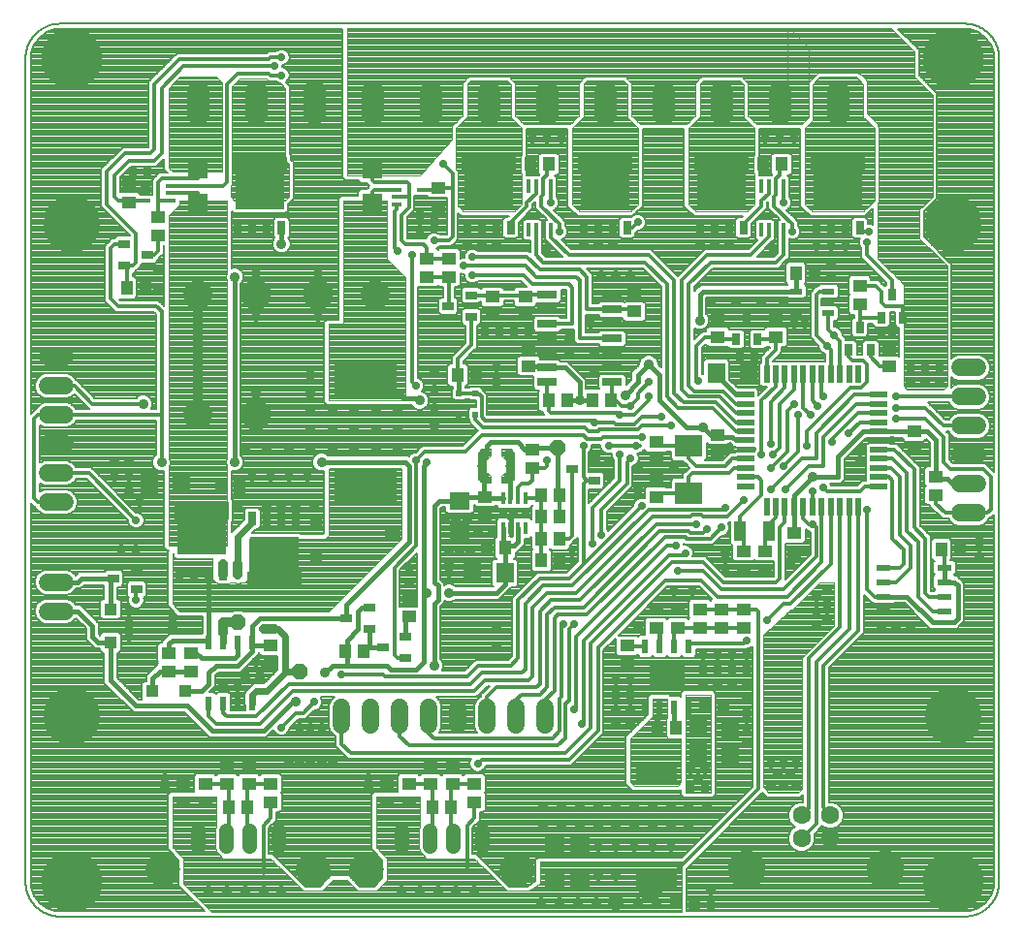
<source format=gtl>
G75*
%MOIN*%
%OFA0B0*%
%FSLAX25Y25*%
%IPPOS*%
%LPD*%
%AMOC8*
5,1,8,0,0,1.08239X$1,22.5*
%
%ADD10R,0.02756X0.04528*%
%ADD11R,0.16535X0.12205*%
%ADD12R,0.18504X0.05906*%
%ADD13R,0.03962X0.03962*%
%ADD14R,0.04331X0.04331*%
%ADD15R,0.21654X0.11811*%
%ADD16C,0.10000*%
%ADD17OC8,0.10000*%
%ADD18R,0.05118X0.04331*%
%ADD19R,0.04331X0.05118*%
%ADD20R,0.07098X0.06299*%
%ADD21R,0.03346X0.01378*%
%ADD22R,0.02362X0.05118*%
%ADD23R,0.06890X0.02756*%
%ADD24C,0.06299*%
%ADD25C,0.13055*%
%ADD26R,0.01772X0.04331*%
%ADD27R,0.03150X0.09449*%
%ADD28C,0.00394*%
%ADD29C,0.03962*%
%ADD30C,0.03175*%
%ADD31C,0.01600*%
%ADD32R,0.06299X0.07087*%
%ADD33R,0.07087X0.06299*%
%ADD34R,0.03937X0.03150*%
%ADD35R,0.03937X0.07087*%
%ADD36R,0.14173X0.07087*%
%ADD37R,0.01969X0.01969*%
%ADD38R,0.01575X0.01969*%
%ADD39C,0.05118*%
%ADD40C,0.11811*%
%ADD41R,0.03150X0.03937*%
%ADD42C,0.05906*%
%ADD43R,0.05906X0.01969*%
%ADD44R,0.01969X0.05906*%
%ADD45R,0.09449X0.07480*%
%ADD46R,0.04331X0.02362*%
%ADD47R,0.05118X0.02362*%
%ADD48R,0.01181X0.04724*%
%ADD49C,0.07677*%
%ADD50C,0.20929*%
%ADD51C,0.00787*%
%ADD52C,0.19685*%
%ADD53R,0.12205X0.09449*%
%ADD54C,0.03562*%
%ADD55C,0.01200*%
%ADD56C,0.02775*%
%ADD57C,0.03200*%
%ADD58C,0.00400*%
%ADD59OC8,0.05315*%
%ADD60C,0.02400*%
%ADD61C,0.07000*%
D10*
X0117028Y0146644D03*
X0122028Y0146644D03*
X0127028Y0146644D03*
X0132028Y0146644D03*
X0142028Y0165600D03*
X0147028Y0165600D03*
X0152028Y0165600D03*
X0157028Y0165600D03*
X0152028Y0265394D03*
X0147028Y0265394D03*
X0142028Y0265394D03*
X0137028Y0265394D03*
X0215778Y0265394D03*
X0220778Y0265394D03*
X0225778Y0265394D03*
X0230778Y0265394D03*
X0255778Y0265394D03*
X0260778Y0265394D03*
X0265778Y0265394D03*
X0270778Y0265394D03*
X0295778Y0265394D03*
X0300778Y0265394D03*
X0305778Y0265394D03*
X0310778Y0265394D03*
X0335778Y0265394D03*
X0340778Y0265394D03*
X0345778Y0265394D03*
X0350778Y0265394D03*
D11*
X0343278Y0277894D03*
X0303278Y0277894D03*
X0263278Y0277894D03*
X0223278Y0277894D03*
X0144528Y0277894D03*
X0124528Y0159144D03*
X0149528Y0153100D03*
D12*
X0149528Y0144045D03*
X0124528Y0168199D03*
X0144528Y0286949D03*
X0223278Y0286949D03*
X0263278Y0286949D03*
X0303278Y0286949D03*
X0343278Y0286949D03*
D13*
X0343278Y0285571D03*
X0348789Y0285571D03*
X0348789Y0280059D03*
X0343278Y0280059D03*
X0337766Y0280059D03*
X0337766Y0285571D03*
X0337766Y0274547D03*
X0343278Y0274547D03*
X0348789Y0274547D03*
X0308789Y0274547D03*
X0303278Y0274547D03*
X0303278Y0280059D03*
X0308789Y0280059D03*
X0308789Y0285571D03*
X0303278Y0285571D03*
X0297766Y0285571D03*
X0297766Y0280059D03*
X0297766Y0274547D03*
X0268789Y0274547D03*
X0263278Y0274547D03*
X0257766Y0274547D03*
X0257766Y0280059D03*
X0263278Y0280059D03*
X0268789Y0280059D03*
X0268789Y0285571D03*
X0263278Y0285571D03*
X0257766Y0285571D03*
X0228789Y0285571D03*
X0223278Y0285571D03*
X0223278Y0280059D03*
X0228789Y0280059D03*
X0228789Y0274547D03*
X0223278Y0274547D03*
X0217766Y0274547D03*
X0217766Y0280059D03*
X0217766Y0285571D03*
X0150039Y0285571D03*
X0144528Y0285571D03*
X0144528Y0280059D03*
X0150039Y0280059D03*
X0150039Y0274547D03*
X0144528Y0274547D03*
X0139016Y0274547D03*
X0139016Y0280059D03*
X0139016Y0285571D03*
X0174872Y0216526D03*
X0180778Y0216526D03*
X0186683Y0216526D03*
X0186683Y0210620D03*
X0180778Y0210620D03*
X0174872Y0210620D03*
X0174872Y0179124D03*
X0174872Y0173219D03*
X0180778Y0173219D03*
X0180778Y0179124D03*
X0186683Y0179124D03*
X0186683Y0173219D03*
X0155039Y0156447D03*
X0149528Y0156447D03*
X0149528Y0150935D03*
X0155039Y0150935D03*
X0155039Y0145423D03*
X0149528Y0145423D03*
X0144016Y0145423D03*
X0144016Y0150935D03*
X0144016Y0156447D03*
X0130039Y0155797D03*
X0124528Y0155797D03*
X0124528Y0161309D03*
X0130039Y0161309D03*
X0130039Y0166821D03*
X0124528Y0166821D03*
X0119016Y0166821D03*
X0119016Y0161309D03*
X0119016Y0155797D03*
X0276053Y0078770D03*
X0280778Y0078770D03*
X0285502Y0078770D03*
X0284528Y0108760D03*
X0288465Y0108760D03*
X0288465Y0113484D03*
X0284528Y0113484D03*
X0280591Y0113484D03*
X0280591Y0108760D03*
X0280778Y0040974D03*
X0285502Y0040974D03*
X0276053Y0040974D03*
D14*
X0163903Y0151663D03*
X0163903Y0163081D03*
X0118986Y0106122D03*
X0107569Y0106122D03*
X0093278Y0122913D03*
X0093278Y0134331D03*
D15*
X0180778Y0176171D03*
X0180778Y0213573D03*
D16*
X0184370Y0242372D03*
X0123435Y0242372D03*
X0123435Y0201122D03*
D17*
X0143120Y0201122D03*
X0143120Y0242372D03*
X0164685Y0242372D03*
D18*
X0202028Y0248597D03*
X0202028Y0254897D03*
X0209528Y0254897D03*
X0209528Y0248597D03*
X0224528Y0241772D03*
X0224528Y0235472D03*
X0235778Y0235472D03*
X0235778Y0241772D03*
X0237028Y0224272D03*
X0237028Y0217972D03*
X0238278Y0189272D03*
X0238278Y0182972D03*
X0222028Y0173022D03*
X0222028Y0166722D03*
X0195778Y0138022D03*
X0195778Y0131722D03*
X0148278Y0121772D03*
X0148278Y0115472D03*
X0120778Y0112972D03*
X0120778Y0119272D03*
X0113278Y0119272D03*
X0113278Y0112972D03*
X0133278Y0080522D03*
X0140778Y0080522D03*
X0140778Y0074222D03*
X0133278Y0074222D03*
X0125778Y0074272D03*
X0125778Y0067972D03*
X0118278Y0067972D03*
X0118278Y0074272D03*
X0148278Y0074272D03*
X0148278Y0067972D03*
X0188278Y0067972D03*
X0195778Y0067972D03*
X0195778Y0074272D03*
X0188278Y0074272D03*
X0203278Y0074222D03*
X0210778Y0074222D03*
X0210778Y0080522D03*
X0203278Y0080522D03*
X0218278Y0074272D03*
X0218278Y0067972D03*
X0270778Y0115472D03*
X0270778Y0121772D03*
X0280778Y0127972D03*
X0288278Y0127972D03*
X0288278Y0134272D03*
X0280778Y0134272D03*
X0295778Y0134272D03*
X0295778Y0127972D03*
X0303278Y0127972D03*
X0310778Y0127972D03*
X0310778Y0134272D03*
X0303278Y0134272D03*
X0310778Y0147972D03*
X0310778Y0154272D03*
X0318278Y0154272D03*
X0318278Y0147972D03*
X0328278Y0154222D03*
X0328278Y0160522D03*
X0302028Y0187972D03*
X0302028Y0194272D03*
X0280778Y0191772D03*
X0280778Y0185472D03*
X0280778Y0179272D03*
X0280778Y0172972D03*
X0302028Y0227972D03*
X0302028Y0234272D03*
X0322028Y0234272D03*
X0322028Y0227972D03*
X0350778Y0239222D03*
X0350778Y0245522D03*
X0360778Y0224272D03*
X0360778Y0217972D03*
X0369528Y0195522D03*
X0369528Y0189222D03*
X0377028Y0179897D03*
X0377028Y0173597D03*
X0273278Y0236722D03*
X0273278Y0243022D03*
X0205778Y0272972D03*
X0205778Y0279272D03*
X0109528Y0269272D03*
X0109528Y0262972D03*
X0099528Y0274222D03*
X0099528Y0280522D03*
D19*
X0098878Y0244872D03*
X0105177Y0244872D03*
X0131378Y0176122D03*
X0137677Y0176122D03*
X0173878Y0119872D03*
X0180177Y0119872D03*
X0222628Y0155497D03*
X0228927Y0155497D03*
X0241378Y0158622D03*
X0247677Y0158622D03*
X0247677Y0151122D03*
X0241378Y0151122D03*
X0241378Y0166122D03*
X0247677Y0166122D03*
X0247677Y0173622D03*
X0241378Y0173622D03*
X0243878Y0206122D03*
X0250177Y0206122D03*
X0258878Y0206122D03*
X0265177Y0206122D03*
X0218927Y0214872D03*
X0212628Y0214872D03*
X0237628Y0287372D03*
X0243927Y0287372D03*
X0317628Y0287372D03*
X0323927Y0287372D03*
X0328878Y0249872D03*
X0335177Y0249872D03*
X0378878Y0154872D03*
X0385177Y0154872D03*
X0303927Y0101122D03*
X0297628Y0101122D03*
X0287677Y0093622D03*
X0281378Y0093622D03*
X0287628Y0033622D03*
X0293927Y0033622D03*
X0210177Y0066122D03*
X0203878Y0066122D03*
X0140177Y0066122D03*
X0133878Y0066122D03*
D20*
X0123278Y0274274D03*
X0123278Y0285470D03*
X0183278Y0285470D03*
X0183278Y0274274D03*
D21*
X0191447Y0273563D03*
X0191447Y0276122D03*
X0191447Y0278681D03*
X0200108Y0278681D03*
X0200108Y0276122D03*
X0200108Y0273563D03*
X0113858Y0274813D03*
X0113858Y0277372D03*
X0113858Y0279931D03*
X0105197Y0279931D03*
X0105197Y0277372D03*
X0105197Y0274813D03*
D22*
X0127028Y0122805D03*
X0132028Y0122805D03*
X0137028Y0122805D03*
X0142028Y0122805D03*
X0142028Y0101939D03*
X0137028Y0101939D03*
X0132028Y0101939D03*
X0127028Y0101939D03*
X0277028Y0100689D03*
X0282028Y0100689D03*
X0287028Y0100689D03*
X0292028Y0100689D03*
X0292028Y0121555D03*
X0287028Y0121555D03*
X0282028Y0121555D03*
X0277028Y0121555D03*
D23*
X0265650Y0212372D03*
X0265650Y0217372D03*
X0265650Y0222372D03*
X0265650Y0227372D03*
X0265650Y0232372D03*
X0265650Y0237372D03*
X0265650Y0242372D03*
X0243406Y0242372D03*
X0243406Y0237372D03*
X0243406Y0232372D03*
X0243406Y0227372D03*
X0243406Y0222372D03*
X0243406Y0217372D03*
X0243406Y0212372D03*
D24*
X0330856Y0063415D03*
X0330856Y0055541D03*
X0340699Y0055541D03*
X0340699Y0063415D03*
D25*
X0359478Y0044872D03*
X0312077Y0044872D03*
D26*
X0235866Y0162254D03*
X0233307Y0162254D03*
X0230748Y0162254D03*
X0228189Y0162254D03*
X0228189Y0172490D03*
X0230748Y0172490D03*
X0233307Y0172490D03*
X0235866Y0172490D03*
D27*
X0230699Y0183622D03*
X0220856Y0183425D03*
D28*
X0219478Y0183546D02*
X0222234Y0183546D01*
X0222234Y0183938D02*
X0219478Y0183938D01*
X0219478Y0184330D02*
X0222234Y0184330D01*
X0222234Y0184722D02*
X0219478Y0184722D01*
X0219478Y0185115D02*
X0222234Y0185115D01*
X0222234Y0185507D02*
X0219478Y0185507D01*
X0219478Y0185899D02*
X0222543Y0185899D01*
X0222234Y0185591D02*
X0222234Y0181654D01*
X0223809Y0180079D01*
X0223809Y0177717D01*
X0220856Y0177717D01*
X0219478Y0179094D01*
X0219478Y0188150D01*
X0220856Y0189528D01*
X0223809Y0189528D01*
X0223809Y0187165D01*
X0222234Y0185591D01*
X0222935Y0186291D02*
X0219478Y0186291D01*
X0219478Y0186684D02*
X0223327Y0186684D01*
X0223719Y0187076D02*
X0219478Y0187076D01*
X0219478Y0187468D02*
X0223809Y0187468D01*
X0223809Y0187860D02*
X0219478Y0187860D01*
X0219581Y0188252D02*
X0223809Y0188252D01*
X0223809Y0188645D02*
X0219973Y0188645D01*
X0220366Y0189037D02*
X0223809Y0189037D01*
X0223809Y0189429D02*
X0220758Y0189429D01*
X0227746Y0189429D02*
X0230797Y0189429D01*
X0230699Y0189528D02*
X0232077Y0188150D01*
X0232077Y0179094D01*
X0230699Y0177717D01*
X0227746Y0177717D01*
X0227746Y0180079D01*
X0229321Y0181654D01*
X0229321Y0185591D01*
X0227746Y0187165D01*
X0227746Y0189528D01*
X0230699Y0189528D01*
X0231190Y0189037D02*
X0227746Y0189037D01*
X0227746Y0188645D02*
X0231582Y0188645D01*
X0231974Y0188252D02*
X0227746Y0188252D01*
X0227746Y0187860D02*
X0232077Y0187860D01*
X0232077Y0187468D02*
X0227746Y0187468D01*
X0227836Y0187076D02*
X0232077Y0187076D01*
X0232077Y0186684D02*
X0228228Y0186684D01*
X0228620Y0186291D02*
X0232077Y0186291D01*
X0232077Y0185899D02*
X0229012Y0185899D01*
X0229321Y0185507D02*
X0232077Y0185507D01*
X0232077Y0185115D02*
X0229321Y0185115D01*
X0229321Y0184722D02*
X0232077Y0184722D01*
X0232077Y0184330D02*
X0229321Y0184330D01*
X0229321Y0183938D02*
X0232077Y0183938D01*
X0232077Y0183546D02*
X0229321Y0183546D01*
X0229321Y0183154D02*
X0232077Y0183154D01*
X0232077Y0182761D02*
X0229321Y0182761D01*
X0229321Y0182369D02*
X0232077Y0182369D01*
X0232077Y0181977D02*
X0229321Y0181977D01*
X0229252Y0181585D02*
X0232077Y0181585D01*
X0232077Y0181193D02*
X0228860Y0181193D01*
X0228468Y0180800D02*
X0232077Y0180800D01*
X0232077Y0180408D02*
X0228075Y0180408D01*
X0227746Y0180016D02*
X0232077Y0180016D01*
X0232077Y0179624D02*
X0227746Y0179624D01*
X0227746Y0179231D02*
X0232077Y0179231D01*
X0231822Y0178839D02*
X0227746Y0178839D01*
X0227746Y0178447D02*
X0231429Y0178447D01*
X0231037Y0178055D02*
X0227746Y0178055D01*
X0223809Y0178055D02*
X0220518Y0178055D01*
X0220126Y0178447D02*
X0223809Y0178447D01*
X0223809Y0178839D02*
X0219734Y0178839D01*
X0219478Y0179231D02*
X0223809Y0179231D01*
X0223809Y0179624D02*
X0219478Y0179624D01*
X0219478Y0180016D02*
X0223809Y0180016D01*
X0223480Y0180408D02*
X0219478Y0180408D01*
X0219478Y0180800D02*
X0223087Y0180800D01*
X0222695Y0181193D02*
X0219478Y0181193D01*
X0219478Y0181585D02*
X0222303Y0181585D01*
X0222234Y0181977D02*
X0219478Y0181977D01*
X0219478Y0182369D02*
X0222234Y0182369D01*
X0222234Y0182761D02*
X0219478Y0182761D01*
X0219478Y0183154D02*
X0222234Y0183154D01*
D29*
X0221447Y0179685D03*
X0221447Y0187559D03*
X0230108Y0187559D03*
X0230108Y0179685D03*
D30*
X0230699Y0183622D03*
X0220856Y0183622D03*
D31*
X0221053Y0183622D02*
X0221447Y0183622D01*
X0221447Y0179685D01*
X0221447Y0173022D01*
X0222028Y0173022D01*
X0222028Y0172490D01*
X0228189Y0172490D01*
X0230748Y0172490D02*
X0230748Y0183474D01*
X0230502Y0183622D02*
X0230108Y0183622D01*
X0230108Y0179685D01*
X0230502Y0183622D02*
X0230502Y0187559D01*
X0230108Y0187559D01*
X0233278Y0191747D02*
X0223903Y0191747D01*
X0222653Y0190497D01*
X0222653Y0188765D01*
X0221447Y0187559D01*
X0221053Y0187559D01*
X0221053Y0183622D01*
X0233278Y0191747D02*
X0235753Y0189272D01*
X0238278Y0189272D01*
X0238878Y0189872D01*
X0247028Y0189872D01*
X0247028Y0173622D01*
X0247677Y0173622D01*
X0230778Y0167372D02*
X0230778Y0159872D01*
X0233307Y0162254D02*
X0233307Y0157402D01*
X0232028Y0156122D01*
X0229552Y0156122D01*
X0228927Y0155497D01*
X0228789Y0155359D01*
X0228789Y0146747D01*
X0228789Y0142884D01*
X0225778Y0139872D01*
X0209528Y0139872D01*
X0205778Y0137372D02*
X0205778Y0142372D01*
X0204528Y0143622D01*
X0204528Y0169872D01*
X0206289Y0171634D01*
X0213278Y0171634D01*
X0214665Y0173022D01*
X0222028Y0173022D01*
X0228189Y0162254D02*
X0228189Y0156235D01*
X0228927Y0155497D01*
X0205778Y0137372D02*
X0204528Y0136122D01*
X0204528Y0114872D01*
X0200778Y0116122D02*
X0198278Y0113622D01*
X0189528Y0113622D01*
X0188278Y0114872D01*
X0174528Y0114872D01*
X0174528Y0119222D01*
X0173878Y0119872D01*
X0174528Y0120522D01*
X0174528Y0123622D01*
X0178278Y0127372D01*
X0178278Y0133622D01*
X0179518Y0134862D01*
X0182215Y0134862D01*
X0174528Y0131309D02*
X0174341Y0131122D01*
X0174341Y0135935D01*
X0195778Y0157372D01*
X0195778Y0183622D01*
X0194528Y0184872D01*
X0165778Y0184872D01*
X0189400Y0208622D02*
X0193278Y0208622D01*
X0193278Y0207372D01*
X0193903Y0206747D01*
X0198903Y0206747D01*
X0199528Y0206122D01*
X0213022Y0208415D02*
X0213022Y0214478D01*
X0212628Y0214872D01*
X0237028Y0217972D02*
X0242805Y0217972D01*
X0243406Y0217372D01*
X0249528Y0217372D01*
X0254528Y0212372D01*
X0254528Y0206122D01*
X0258878Y0206122D01*
X0254528Y0206122D02*
X0250177Y0206122D01*
X0270153Y0207997D02*
X0274528Y0212372D01*
X0274528Y0214872D01*
X0278278Y0218622D01*
X0282028Y0214872D01*
X0282028Y0206122D01*
X0291403Y0196747D01*
X0297028Y0196747D01*
X0299503Y0194272D01*
X0302028Y0194272D01*
X0302677Y0193622D01*
X0307028Y0193622D01*
X0308278Y0192372D01*
X0311693Y0192372D01*
X0311693Y0208120D02*
X0308155Y0208120D01*
X0301516Y0214759D01*
X0301516Y0215497D01*
X0295778Y0233622D02*
X0295778Y0242372D01*
X0297018Y0243612D01*
X0329016Y0243612D01*
X0329016Y0249734D01*
X0328878Y0249872D01*
X0352052Y0195522D02*
X0343278Y0186747D01*
X0343278Y0179872D01*
X0334528Y0179872D01*
X0328278Y0173622D01*
X0328278Y0169587D01*
X0328228Y0169537D01*
X0328228Y0160571D01*
X0328278Y0160522D01*
X0359094Y0138622D02*
X0367028Y0138622D01*
X0375778Y0129872D01*
X0383278Y0129872D01*
X0384528Y0131122D01*
X0384528Y0142372D01*
X0383278Y0143622D01*
X0379961Y0143622D01*
X0379961Y0148622D01*
X0382653Y0177372D02*
X0380778Y0179247D01*
X0377677Y0179247D01*
X0377028Y0179897D01*
X0377028Y0192372D01*
X0373878Y0195522D01*
X0369528Y0195522D01*
X0357362Y0195522D01*
X0352052Y0195522D01*
X0382653Y0177372D02*
X0388278Y0177372D01*
X0287028Y0100689D02*
X0287028Y0094272D01*
X0287677Y0093622D01*
X0282028Y0097372D02*
X0280778Y0096122D01*
X0280778Y0094272D01*
X0282028Y0097372D02*
X0282028Y0100689D01*
X0282028Y0121555D02*
X0282028Y0126722D01*
X0280778Y0127972D01*
X0202028Y0139872D02*
X0200778Y0139872D01*
X0200778Y0183622D01*
X0202028Y0184872D01*
X0200778Y0139872D02*
X0200778Y0116122D01*
X0194715Y0124862D02*
X0194715Y0130659D01*
X0195778Y0131722D01*
X0186841Y0121122D02*
X0182028Y0121122D01*
X0182215Y0121309D01*
X0182215Y0127382D01*
X0182028Y0121122D02*
X0181427Y0121122D01*
X0180177Y0119872D01*
X0174528Y0114872D02*
X0169528Y0114872D01*
X0167028Y0112372D01*
X0157028Y0102372D02*
X0155778Y0102372D01*
X0145778Y0092372D01*
X0128278Y0092372D01*
X0119528Y0101122D01*
X0102028Y0101122D01*
X0093278Y0109872D01*
X0093278Y0122913D01*
X0088986Y0122913D01*
X0087028Y0124872D01*
X0087028Y0128622D01*
X0082028Y0133622D01*
X0074528Y0133622D01*
X0074528Y0143622D02*
X0082028Y0143622D01*
X0083278Y0144872D01*
X0094341Y0144872D01*
X0093278Y0143809D01*
X0093278Y0134331D01*
X0113278Y0122372D02*
X0113278Y0119272D01*
X0113278Y0122372D02*
X0114528Y0123622D01*
X0127028Y0123622D01*
X0127028Y0146644D01*
X0122028Y0146644D01*
X0117028Y0146644D01*
X0132028Y0146644D02*
X0132028Y0146122D01*
X0144528Y0131122D02*
X0174341Y0131122D01*
X0148278Y0121772D02*
X0142028Y0121772D01*
X0142028Y0119872D01*
X0137028Y0114872D01*
X0129528Y0114872D01*
X0127028Y0112372D01*
X0127028Y0108622D01*
X0124528Y0106122D01*
X0118986Y0106122D01*
X0120778Y0112972D02*
X0113278Y0112972D01*
X0110128Y0112972D01*
X0107653Y0110497D01*
X0107653Y0106206D01*
X0107569Y0106122D01*
X0112677Y0112372D02*
X0113278Y0112972D01*
X0120778Y0119272D02*
X0122628Y0119272D01*
X0124528Y0117372D01*
X0135778Y0117372D01*
X0137028Y0118622D01*
X0137028Y0122805D01*
X0142028Y0122805D02*
X0142028Y0121772D01*
X0142028Y0122805D02*
X0142028Y0128622D01*
X0144528Y0131122D01*
X0145128Y0115472D02*
X0148278Y0115472D01*
X0127028Y0122805D02*
X0127028Y0123622D01*
X0135778Y0184872D02*
X0135778Y0248622D01*
X0152028Y0259872D02*
X0152028Y0265394D01*
D32*
X0117539Y0177372D03*
X0106516Y0177372D03*
X0217766Y0146747D03*
X0228789Y0146747D03*
X0295266Y0093622D03*
X0295266Y0084872D03*
X0306289Y0084872D03*
X0306289Y0093622D03*
X0301516Y0215497D03*
X0312539Y0215497D03*
D33*
X0213278Y0171634D03*
X0213278Y0160610D03*
X0245778Y0052884D03*
X0254528Y0052884D03*
X0254528Y0041860D03*
X0245778Y0041860D03*
D34*
X0194715Y0117382D03*
X0194715Y0124862D03*
X0186841Y0121122D03*
X0182215Y0127382D03*
X0182215Y0134862D03*
X0174341Y0131122D03*
X0102215Y0141132D03*
X0102215Y0148612D03*
X0094341Y0144872D03*
X0209341Y0238622D03*
X0217215Y0234882D03*
X0217215Y0242362D03*
X0259715Y0186112D03*
X0259715Y0178632D03*
X0251841Y0182372D03*
X0105965Y0256122D03*
X0098091Y0252382D03*
X0098091Y0259862D03*
D35*
X0309606Y0161122D03*
X0319449Y0161122D03*
D36*
X0280778Y0078376D03*
X0280778Y0041368D03*
D37*
X0218533Y0201329D03*
X0213022Y0201329D03*
X0213022Y0208415D03*
X0218533Y0208415D03*
D38*
X0215778Y0201329D03*
D39*
X0210965Y0058100D02*
X0210965Y0052982D01*
X0203091Y0052982D02*
X0203091Y0058100D01*
X0193248Y0058100D02*
X0193248Y0052982D01*
X0220807Y0052982D02*
X0220807Y0058100D01*
X0150807Y0058100D02*
X0150807Y0052982D01*
X0140965Y0052982D02*
X0140965Y0058100D01*
X0133091Y0058100D02*
X0133091Y0052982D01*
X0123248Y0052982D02*
X0123248Y0058100D01*
D40*
X0111161Y0044872D03*
X0162894Y0044872D03*
X0181161Y0044872D03*
X0232894Y0044872D03*
D41*
X0347037Y0223435D03*
X0354518Y0223435D03*
X0350778Y0231309D03*
X0358287Y0234685D03*
X0365768Y0234685D03*
X0362028Y0242559D03*
X0315768Y0227185D03*
X0308287Y0227185D03*
X0312028Y0235059D03*
D42*
X0385325Y0217372D02*
X0391230Y0217372D01*
X0391230Y0207372D02*
X0385325Y0207372D01*
X0385325Y0197372D02*
X0391230Y0197372D01*
X0391230Y0187372D02*
X0385325Y0187372D01*
X0385325Y0177372D02*
X0391230Y0177372D01*
X0391230Y0167372D02*
X0385325Y0167372D01*
X0242756Y0100472D02*
X0242756Y0094567D01*
X0232756Y0094567D02*
X0232756Y0100472D01*
X0222756Y0100472D02*
X0222756Y0094567D01*
X0212756Y0094567D02*
X0212756Y0100472D01*
X0202756Y0100472D02*
X0202756Y0094567D01*
X0192756Y0094567D02*
X0192756Y0100472D01*
X0182756Y0100472D02*
X0182756Y0094567D01*
X0172756Y0094567D02*
X0172756Y0100472D01*
X0077480Y0133622D02*
X0071575Y0133622D01*
X0071575Y0143622D02*
X0077480Y0143622D01*
X0077480Y0171122D02*
X0071575Y0171122D01*
X0071575Y0181122D02*
X0077480Y0181122D01*
X0077480Y0191122D02*
X0071575Y0191122D01*
X0071575Y0201122D02*
X0077480Y0201122D01*
X0077480Y0211122D02*
X0071575Y0211122D01*
X0071575Y0221122D02*
X0077480Y0221122D01*
D43*
X0311693Y0208120D03*
X0311693Y0204970D03*
X0311693Y0201821D03*
X0311693Y0198671D03*
X0311693Y0195522D03*
X0311693Y0192372D03*
X0311693Y0189222D03*
X0311693Y0186073D03*
X0311693Y0182923D03*
X0311693Y0179774D03*
X0311693Y0176624D03*
X0357362Y0176624D03*
X0357362Y0179774D03*
X0357362Y0182923D03*
X0357362Y0186073D03*
X0357362Y0189222D03*
X0357362Y0192372D03*
X0357362Y0195522D03*
X0357362Y0198671D03*
X0357362Y0201821D03*
X0357362Y0204970D03*
X0357362Y0208120D03*
D44*
X0350276Y0215207D03*
X0347126Y0215207D03*
X0343976Y0215207D03*
X0340827Y0215207D03*
X0337677Y0215207D03*
X0334528Y0215207D03*
X0331378Y0215207D03*
X0328228Y0215207D03*
X0325079Y0215207D03*
X0321929Y0215207D03*
X0318780Y0215207D03*
X0318780Y0169537D03*
X0321929Y0169537D03*
X0325079Y0169537D03*
X0328228Y0169537D03*
X0331378Y0169537D03*
X0334528Y0169537D03*
X0337677Y0169537D03*
X0340827Y0169537D03*
X0343976Y0169537D03*
X0347126Y0169537D03*
X0350276Y0169537D03*
D45*
X0292028Y0174301D03*
X0292028Y0190443D03*
D46*
X0329016Y0236132D03*
X0329016Y0243612D03*
X0340039Y0243612D03*
X0340039Y0239872D03*
X0340039Y0236132D03*
D47*
X0359094Y0148622D03*
X0359094Y0143622D03*
X0359094Y0138622D03*
X0359094Y0133622D03*
X0379961Y0133622D03*
X0379961Y0138622D03*
X0379961Y0143622D03*
X0379961Y0148622D03*
D48*
X0324616Y0264892D03*
X0322057Y0264892D03*
X0319498Y0264892D03*
X0316939Y0264892D03*
X0316939Y0279852D03*
X0319498Y0279852D03*
X0322057Y0279852D03*
X0324616Y0279852D03*
X0244616Y0279852D03*
X0242057Y0279852D03*
X0239498Y0279852D03*
X0236939Y0279852D03*
X0236939Y0264892D03*
X0239498Y0264892D03*
X0242057Y0264892D03*
X0244616Y0264892D03*
D49*
X0243278Y0304783D02*
X0243278Y0312461D01*
X0263278Y0312461D02*
X0263278Y0304783D01*
X0283278Y0304783D02*
X0283278Y0312461D01*
X0303278Y0312461D02*
X0303278Y0304783D01*
X0323278Y0304783D02*
X0323278Y0312461D01*
X0343278Y0312461D02*
X0343278Y0304783D01*
X0223278Y0304783D02*
X0223278Y0312461D01*
X0203278Y0312461D02*
X0203278Y0304783D01*
X0183278Y0304783D02*
X0183278Y0312461D01*
X0163278Y0312461D02*
X0163278Y0304783D01*
X0143278Y0304783D02*
X0143278Y0312461D01*
X0123278Y0312461D02*
X0123278Y0304783D01*
D50*
X0079803Y0323898D03*
X0382953Y0323898D03*
X0382953Y0040433D03*
X0079803Y0040433D03*
D51*
X0064055Y0040433D02*
X0064055Y0323898D01*
X0065843Y0323898D02*
X0065966Y0325466D01*
X0066935Y0328448D01*
X0068778Y0330985D01*
X0071315Y0332829D01*
X0074298Y0333798D01*
X0075866Y0333921D01*
X0172934Y0333921D01*
X0172934Y0282962D01*
X0173867Y0282028D01*
X0178335Y0282028D01*
X0178335Y0281744D01*
X0179151Y0280927D01*
X0181284Y0280927D01*
X0181284Y0280921D01*
X0181909Y0280296D01*
X0182333Y0279872D01*
X0181968Y0279507D01*
X0181284Y0278823D01*
X0181284Y0278817D01*
X0179151Y0278817D01*
X0178335Y0278001D01*
X0178335Y0276466D01*
X0172617Y0276466D01*
X0171684Y0275532D01*
X0171684Y0233966D01*
X0167617Y0233966D01*
X0166684Y0233032D01*
X0166684Y0205462D01*
X0167617Y0204528D01*
X0195188Y0204528D01*
X0195213Y0204553D01*
X0196741Y0204553D01*
X0196836Y0204324D01*
X0197729Y0203431D01*
X0198896Y0202947D01*
X0200159Y0202947D01*
X0201326Y0203431D01*
X0202219Y0204324D01*
X0202702Y0205491D01*
X0202702Y0206754D01*
X0202219Y0207920D01*
X0201326Y0208814D01*
X0200319Y0209231D01*
X0200635Y0209547D01*
X0201059Y0210569D01*
X0201059Y0211675D01*
X0200635Y0212697D01*
X0199853Y0213480D01*
X0199021Y0213824D01*
X0199021Y0245038D01*
X0205164Y0245038D01*
X0205778Y0245652D01*
X0206391Y0245038D01*
X0207534Y0245038D01*
X0207534Y0241591D01*
X0206795Y0241591D01*
X0205978Y0240774D01*
X0205978Y0236470D01*
X0206795Y0235654D01*
X0211886Y0235654D01*
X0212703Y0236470D01*
X0212703Y0240774D01*
X0211886Y0241591D01*
X0211521Y0241591D01*
X0211521Y0245038D01*
X0212664Y0245038D01*
X0213480Y0245855D01*
X0213480Y0249796D01*
X0213974Y0249591D01*
X0214871Y0249591D01*
X0214871Y0248694D01*
X0215295Y0247672D01*
X0216077Y0246889D01*
X0217099Y0246466D01*
X0218206Y0246466D01*
X0219228Y0246889D01*
X0219592Y0247253D01*
X0234327Y0247253D01*
X0236249Y0245331D01*
X0232641Y0245331D01*
X0231825Y0244514D01*
X0231825Y0244356D01*
X0228480Y0244356D01*
X0228480Y0244514D01*
X0227664Y0245331D01*
X0221391Y0245331D01*
X0220576Y0244515D01*
X0219760Y0245331D01*
X0214669Y0245331D01*
X0213852Y0244514D01*
X0213852Y0240210D01*
X0214669Y0239394D01*
X0219760Y0239394D01*
X0220575Y0240208D01*
X0220575Y0239029D01*
X0221391Y0238213D01*
X0227664Y0238213D01*
X0228480Y0239029D01*
X0228480Y0240369D01*
X0231825Y0240369D01*
X0231825Y0239029D01*
X0232641Y0238213D01*
X0238914Y0238213D01*
X0239730Y0239029D01*
X0239730Y0239600D01*
X0247428Y0239600D01*
X0248244Y0240417D01*
X0248244Y0244128D01*
X0249952Y0244128D01*
X0250034Y0244046D01*
X0250034Y0234366D01*
X0248206Y0234366D01*
X0247428Y0235144D01*
X0239383Y0235144D01*
X0238567Y0234327D01*
X0238567Y0230417D01*
X0239383Y0229600D01*
X0247428Y0229600D01*
X0248206Y0230378D01*
X0252534Y0230378D01*
X0252534Y0226546D01*
X0253702Y0225378D01*
X0260849Y0225378D01*
X0261627Y0224600D01*
X0269672Y0224600D01*
X0270488Y0225417D01*
X0270488Y0229327D01*
X0269672Y0230144D01*
X0261627Y0230144D01*
X0260849Y0229366D01*
X0256521Y0229366D01*
X0256521Y0235378D01*
X0260849Y0235378D01*
X0261627Y0234600D01*
X0269325Y0234600D01*
X0269325Y0233980D01*
X0270141Y0233163D01*
X0276414Y0233163D01*
X0277230Y0233980D01*
X0277230Y0239465D01*
X0276414Y0240281D01*
X0270141Y0240281D01*
X0269838Y0239978D01*
X0269672Y0240144D01*
X0261627Y0240144D01*
X0260849Y0239366D01*
X0259021Y0239366D01*
X0259021Y0249448D01*
X0256841Y0251628D01*
X0276202Y0251628D01*
X0282534Y0245296D01*
X0282534Y0217468D01*
X0281452Y0218550D01*
X0281452Y0219254D01*
X0280969Y0220420D01*
X0280076Y0221314D01*
X0278909Y0221797D01*
X0277646Y0221797D01*
X0276479Y0221314D01*
X0275586Y0220420D01*
X0275103Y0219254D01*
X0275103Y0218550D01*
X0272334Y0215781D01*
X0272334Y0213281D01*
X0270488Y0211435D01*
X0270488Y0214327D01*
X0269672Y0215144D01*
X0261627Y0215144D01*
X0260811Y0214327D01*
X0260811Y0210417D01*
X0261153Y0210075D01*
X0256721Y0210075D01*
X0256721Y0213281D01*
X0255436Y0214566D01*
X0250436Y0219566D01*
X0248006Y0219566D01*
X0247428Y0220144D01*
X0243736Y0220144D01*
X0243714Y0220166D01*
X0240980Y0220166D01*
X0240980Y0220715D01*
X0240164Y0221531D01*
X0233891Y0221531D01*
X0233075Y0220715D01*
X0233075Y0215230D01*
X0233891Y0214413D01*
X0238653Y0214413D01*
X0238567Y0214327D01*
X0238567Y0210417D01*
X0239383Y0209600D01*
X0240661Y0209600D01*
X0240319Y0209258D01*
X0240319Y0202986D01*
X0241135Y0202169D01*
X0241884Y0202169D01*
X0241884Y0201571D01*
X0242214Y0201241D01*
X0222853Y0201241D01*
X0222771Y0201323D01*
X0222771Y0208198D01*
X0221728Y0209241D01*
X0220560Y0210409D01*
X0220479Y0210409D01*
X0220095Y0210793D01*
X0216972Y0210793D01*
X0216588Y0210409D01*
X0215215Y0210409D01*
X0215215Y0210919D01*
X0215371Y0210919D01*
X0216187Y0211736D01*
X0216187Y0218008D01*
X0215371Y0218825D01*
X0214622Y0218825D01*
X0214622Y0219647D01*
X0218040Y0223065D01*
X0218040Y0223065D01*
X0219208Y0224233D01*
X0219208Y0231913D01*
X0219760Y0231913D01*
X0220577Y0232730D01*
X0220577Y0237034D01*
X0219760Y0237850D01*
X0214669Y0237850D01*
X0213852Y0237034D01*
X0213852Y0232730D01*
X0214669Y0231913D01*
X0215221Y0231913D01*
X0215221Y0225885D01*
X0210634Y0221298D01*
X0210634Y0218825D01*
X0209885Y0218825D01*
X0209069Y0218008D01*
X0209069Y0211736D01*
X0209885Y0210919D01*
X0210828Y0210919D01*
X0210828Y0210161D01*
X0210644Y0209977D01*
X0210644Y0206854D01*
X0211460Y0206037D01*
X0214583Y0206037D01*
X0214967Y0206422D01*
X0216588Y0206422D01*
X0216972Y0206037D01*
X0218784Y0206037D01*
X0218784Y0203707D01*
X0216972Y0203707D01*
X0216156Y0202890D01*
X0216156Y0199767D01*
X0216540Y0199383D01*
X0216540Y0198790D01*
X0217708Y0197622D01*
X0219409Y0195921D01*
X0219521Y0195810D01*
X0214327Y0190616D01*
X0200577Y0190616D01*
X0199409Y0189448D01*
X0198239Y0188278D01*
X0197724Y0188278D01*
X0196702Y0187855D01*
X0195920Y0187072D01*
X0195776Y0186726D01*
X0195436Y0187066D01*
X0168074Y0187066D01*
X0167576Y0187564D01*
X0166409Y0188047D01*
X0165146Y0188047D01*
X0163979Y0187564D01*
X0163086Y0186670D01*
X0162603Y0185504D01*
X0162603Y0184241D01*
X0163086Y0183074D01*
X0163979Y0182181D01*
X0165146Y0181697D01*
X0166409Y0181697D01*
X0166684Y0181811D01*
X0166684Y0160532D01*
X0166367Y0160216D01*
X0158753Y0160216D01*
X0158373Y0160596D01*
X0142045Y0160596D01*
X0143391Y0161943D01*
X0143983Y0161943D01*
X0144799Y0162759D01*
X0144799Y0168441D01*
X0143983Y0169258D01*
X0140072Y0169258D01*
X0139256Y0168441D01*
X0139256Y0165143D01*
X0135558Y0161446D01*
X0134871Y0160759D01*
X0134871Y0164367D01*
X0135173Y0164669D01*
X0135173Y0171729D01*
X0134871Y0172031D01*
X0134871Y0172920D01*
X0134937Y0172986D01*
X0134937Y0179258D01*
X0134871Y0179324D01*
X0134871Y0181811D01*
X0135146Y0181697D01*
X0136409Y0181697D01*
X0137576Y0182181D01*
X0138469Y0183074D01*
X0138952Y0184241D01*
X0138952Y0185504D01*
X0138469Y0186670D01*
X0137971Y0187168D01*
X0137971Y0246326D01*
X0138469Y0246824D01*
X0138952Y0247991D01*
X0138952Y0249254D01*
X0138469Y0250420D01*
X0137576Y0251314D01*
X0136409Y0251797D01*
X0135146Y0251797D01*
X0134871Y0251683D01*
X0134871Y0271209D01*
X0135683Y0270398D01*
X0153373Y0270398D01*
X0154189Y0271214D01*
X0154189Y0273530D01*
X0154871Y0274212D01*
X0156121Y0275462D01*
X0156121Y0288032D01*
X0155188Y0288966D01*
X0155173Y0288980D01*
X0155173Y0290479D01*
X0154871Y0290781D01*
X0154871Y0314282D01*
X0153938Y0315216D01*
X0153540Y0315613D01*
X0153603Y0315639D01*
X0154385Y0316422D01*
X0154809Y0317444D01*
X0154809Y0318550D01*
X0154385Y0319572D01*
X0153603Y0320355D01*
X0152581Y0320778D01*
X0152309Y0320778D01*
X0152309Y0321466D01*
X0152581Y0321466D01*
X0153603Y0321889D01*
X0154385Y0322672D01*
X0154809Y0323694D01*
X0154809Y0324800D01*
X0154385Y0325822D01*
X0153603Y0326605D01*
X0152581Y0327028D01*
X0151474Y0327028D01*
X0150452Y0326605D01*
X0150088Y0326241D01*
X0147452Y0326241D01*
X0146827Y0325616D01*
X0116202Y0325616D01*
X0115034Y0324448D01*
X0106284Y0315698D01*
X0106284Y0293198D01*
X0106202Y0293116D01*
X0097452Y0293116D01*
X0096284Y0291948D01*
X0090034Y0285698D01*
X0090034Y0272796D01*
X0091202Y0271628D01*
X0099999Y0262831D01*
X0095545Y0262831D01*
X0094728Y0262014D01*
X0094728Y0261856D01*
X0093692Y0261856D01*
X0092452Y0260616D01*
X0091284Y0259448D01*
X0091284Y0240296D01*
X0094952Y0236628D01*
X0108077Y0236628D01*
X0108784Y0235921D01*
X0108784Y0203116D01*
X0107236Y0203116D01*
X0107702Y0204241D01*
X0107702Y0205504D01*
X0107219Y0206670D01*
X0106326Y0207564D01*
X0105159Y0208047D01*
X0103896Y0208047D01*
X0102729Y0207564D01*
X0102031Y0206866D01*
X0087853Y0206866D01*
X0081603Y0213116D01*
X0081359Y0213116D01*
X0081165Y0213584D01*
X0079942Y0214807D01*
X0078345Y0215468D01*
X0070710Y0215468D01*
X0069113Y0214807D01*
X0067890Y0213584D01*
X0067228Y0211987D01*
X0067228Y0210257D01*
X0067890Y0208660D01*
X0069113Y0207437D01*
X0070710Y0206776D01*
X0078345Y0206776D01*
X0079942Y0207437D01*
X0080793Y0208288D01*
X0085034Y0204046D01*
X0085964Y0203116D01*
X0081359Y0203116D01*
X0081165Y0203584D01*
X0079942Y0204807D01*
X0078345Y0205468D01*
X0070710Y0205468D01*
X0069113Y0204807D01*
X0067890Y0203584D01*
X0067696Y0203116D01*
X0067452Y0203116D01*
X0066202Y0201866D01*
X0065843Y0201506D01*
X0065843Y0323898D01*
X0065860Y0324125D02*
X0114711Y0324125D01*
X0113925Y0323339D02*
X0065843Y0323339D01*
X0065843Y0322553D02*
X0113139Y0322553D01*
X0112354Y0321768D02*
X0065843Y0321768D01*
X0065843Y0320982D02*
X0111568Y0320982D01*
X0110782Y0320196D02*
X0065843Y0320196D01*
X0065843Y0319410D02*
X0109996Y0319410D01*
X0109210Y0318624D02*
X0065843Y0318624D01*
X0065843Y0317838D02*
X0108424Y0317838D01*
X0107638Y0317052D02*
X0065843Y0317052D01*
X0065843Y0316266D02*
X0106852Y0316266D01*
X0106284Y0315480D02*
X0065843Y0315480D01*
X0065843Y0314694D02*
X0106284Y0314694D01*
X0106284Y0313908D02*
X0065843Y0313908D01*
X0065843Y0313123D02*
X0106284Y0313123D01*
X0106284Y0312337D02*
X0065843Y0312337D01*
X0065843Y0311551D02*
X0106284Y0311551D01*
X0106284Y0310765D02*
X0065843Y0310765D01*
X0065843Y0309979D02*
X0106284Y0309979D01*
X0106284Y0309193D02*
X0065843Y0309193D01*
X0065843Y0308407D02*
X0106284Y0308407D01*
X0106284Y0307621D02*
X0065843Y0307621D01*
X0065843Y0306835D02*
X0106284Y0306835D01*
X0106284Y0306049D02*
X0065843Y0306049D01*
X0065843Y0305263D02*
X0106284Y0305263D01*
X0106284Y0304477D02*
X0065843Y0304477D01*
X0065843Y0303692D02*
X0106284Y0303692D01*
X0106284Y0302906D02*
X0065843Y0302906D01*
X0065843Y0302120D02*
X0106284Y0302120D01*
X0106284Y0301334D02*
X0065843Y0301334D01*
X0065843Y0300548D02*
X0106284Y0300548D01*
X0106284Y0299762D02*
X0065843Y0299762D01*
X0065843Y0298976D02*
X0106284Y0298976D01*
X0106284Y0298190D02*
X0065843Y0298190D01*
X0065843Y0297404D02*
X0106284Y0297404D01*
X0106284Y0296618D02*
X0065843Y0296618D01*
X0065843Y0295832D02*
X0106284Y0295832D01*
X0106284Y0295047D02*
X0065843Y0295047D01*
X0065843Y0294261D02*
X0106284Y0294261D01*
X0106284Y0293475D02*
X0065843Y0293475D01*
X0065843Y0292689D02*
X0097025Y0292689D01*
X0096239Y0291903D02*
X0065843Y0291903D01*
X0065843Y0291117D02*
X0095453Y0291117D01*
X0094667Y0290331D02*
X0065843Y0290331D01*
X0065843Y0289545D02*
X0093881Y0289545D01*
X0093095Y0288759D02*
X0065843Y0288759D01*
X0065843Y0287973D02*
X0092309Y0287973D01*
X0091523Y0287187D02*
X0065843Y0287187D01*
X0065843Y0286401D02*
X0090737Y0286401D01*
X0090034Y0285616D02*
X0065843Y0285616D01*
X0065843Y0284830D02*
X0090034Y0284830D01*
X0090034Y0284044D02*
X0065843Y0284044D01*
X0065843Y0283258D02*
X0090034Y0283258D01*
X0090034Y0282472D02*
X0065843Y0282472D01*
X0065843Y0281686D02*
X0090034Y0281686D01*
X0090034Y0280900D02*
X0065843Y0280900D01*
X0065843Y0280114D02*
X0090034Y0280114D01*
X0090034Y0279328D02*
X0065843Y0279328D01*
X0065843Y0278542D02*
X0090034Y0278542D01*
X0090034Y0277756D02*
X0065843Y0277756D01*
X0065843Y0276971D02*
X0090034Y0276971D01*
X0090034Y0276185D02*
X0065843Y0276185D01*
X0065843Y0275399D02*
X0090034Y0275399D01*
X0090034Y0274613D02*
X0065843Y0274613D01*
X0065843Y0273827D02*
X0090034Y0273827D01*
X0090034Y0273041D02*
X0065843Y0273041D01*
X0065843Y0272255D02*
X0090575Y0272255D01*
X0091202Y0271628D02*
X0091202Y0271628D01*
X0091361Y0271469D02*
X0065843Y0271469D01*
X0065843Y0270683D02*
X0092147Y0270683D01*
X0092933Y0269897D02*
X0065843Y0269897D01*
X0065843Y0269111D02*
X0093719Y0269111D01*
X0094505Y0268325D02*
X0065843Y0268325D01*
X0065843Y0267540D02*
X0095291Y0267540D01*
X0096076Y0266754D02*
X0065843Y0266754D01*
X0065843Y0265968D02*
X0096862Y0265968D01*
X0097648Y0265182D02*
X0065843Y0265182D01*
X0065843Y0264396D02*
X0098434Y0264396D01*
X0099220Y0263610D02*
X0065843Y0263610D01*
X0065843Y0262824D02*
X0095538Y0262824D01*
X0094752Y0262038D02*
X0065843Y0262038D01*
X0065843Y0261252D02*
X0093088Y0261252D01*
X0092302Y0260466D02*
X0065843Y0260466D01*
X0065843Y0259680D02*
X0091516Y0259680D01*
X0091284Y0258895D02*
X0065843Y0258895D01*
X0065843Y0258109D02*
X0091284Y0258109D01*
X0091284Y0257323D02*
X0065843Y0257323D01*
X0065843Y0256537D02*
X0091284Y0256537D01*
X0091284Y0255751D02*
X0065843Y0255751D01*
X0065843Y0254965D02*
X0091284Y0254965D01*
X0091284Y0254179D02*
X0065843Y0254179D01*
X0065843Y0253393D02*
X0091284Y0253393D01*
X0091284Y0252607D02*
X0065843Y0252607D01*
X0065843Y0251821D02*
X0091284Y0251821D01*
X0091284Y0251035D02*
X0065843Y0251035D01*
X0065843Y0250249D02*
X0091284Y0250249D01*
X0091284Y0249464D02*
X0065843Y0249464D01*
X0065843Y0248678D02*
X0091284Y0248678D01*
X0091284Y0247892D02*
X0065843Y0247892D01*
X0065843Y0247106D02*
X0091284Y0247106D01*
X0091284Y0246320D02*
X0065843Y0246320D01*
X0065843Y0245534D02*
X0091284Y0245534D01*
X0091284Y0244748D02*
X0065843Y0244748D01*
X0065843Y0243962D02*
X0091284Y0243962D01*
X0091284Y0243176D02*
X0065843Y0243176D01*
X0065843Y0242390D02*
X0091284Y0242390D01*
X0091284Y0241604D02*
X0065843Y0241604D01*
X0065843Y0240819D02*
X0091284Y0240819D01*
X0091547Y0240033D02*
X0065843Y0240033D01*
X0065843Y0239247D02*
X0092333Y0239247D01*
X0093119Y0238461D02*
X0065843Y0238461D01*
X0065843Y0237675D02*
X0093905Y0237675D01*
X0094691Y0236889D02*
X0065843Y0236889D01*
X0065843Y0236103D02*
X0108602Y0236103D01*
X0108784Y0235317D02*
X0065843Y0235317D01*
X0065843Y0234531D02*
X0108784Y0234531D01*
X0108784Y0233745D02*
X0065843Y0233745D01*
X0065843Y0232959D02*
X0108784Y0232959D01*
X0108784Y0232173D02*
X0065843Y0232173D01*
X0065843Y0231388D02*
X0108784Y0231388D01*
X0108784Y0230602D02*
X0065843Y0230602D01*
X0065843Y0229816D02*
X0108784Y0229816D01*
X0108784Y0229030D02*
X0065843Y0229030D01*
X0065843Y0228244D02*
X0108784Y0228244D01*
X0108784Y0227458D02*
X0065843Y0227458D01*
X0065843Y0226672D02*
X0108784Y0226672D01*
X0108784Y0225886D02*
X0065843Y0225886D01*
X0065843Y0225100D02*
X0108784Y0225100D01*
X0108784Y0224314D02*
X0065843Y0224314D01*
X0065843Y0223528D02*
X0108784Y0223528D01*
X0108784Y0222743D02*
X0065843Y0222743D01*
X0065843Y0221957D02*
X0108784Y0221957D01*
X0108784Y0221171D02*
X0065843Y0221171D01*
X0065843Y0220385D02*
X0108784Y0220385D01*
X0108784Y0219599D02*
X0065843Y0219599D01*
X0065843Y0218813D02*
X0108784Y0218813D01*
X0108784Y0218027D02*
X0065843Y0218027D01*
X0065843Y0217241D02*
X0108784Y0217241D01*
X0108784Y0216455D02*
X0065843Y0216455D01*
X0065843Y0215669D02*
X0108784Y0215669D01*
X0108784Y0214883D02*
X0079757Y0214883D01*
X0080652Y0214097D02*
X0108784Y0214097D01*
X0108784Y0213312D02*
X0081278Y0213312D01*
X0082193Y0212526D02*
X0108784Y0212526D01*
X0108784Y0211740D02*
X0082979Y0211740D01*
X0083765Y0210954D02*
X0108784Y0210954D01*
X0108784Y0210168D02*
X0084551Y0210168D01*
X0085337Y0209382D02*
X0108784Y0209382D01*
X0108784Y0208596D02*
X0086123Y0208596D01*
X0086909Y0207810D02*
X0103325Y0207810D01*
X0102190Y0207024D02*
X0087695Y0207024D01*
X0085199Y0203881D02*
X0080869Y0203881D01*
X0080083Y0204667D02*
X0084414Y0204667D01*
X0083628Y0205452D02*
X0078384Y0205452D01*
X0078945Y0207024D02*
X0082056Y0207024D01*
X0082842Y0206238D02*
X0065843Y0206238D01*
X0065843Y0205452D02*
X0070671Y0205452D01*
X0070110Y0207024D02*
X0065843Y0207024D01*
X0065843Y0207810D02*
X0068740Y0207810D01*
X0067954Y0208596D02*
X0065843Y0208596D01*
X0065843Y0209382D02*
X0067591Y0209382D01*
X0067265Y0210168D02*
X0065843Y0210168D01*
X0065843Y0210954D02*
X0067228Y0210954D01*
X0067228Y0211740D02*
X0065843Y0211740D01*
X0065843Y0212526D02*
X0067452Y0212526D01*
X0067777Y0213312D02*
X0065843Y0213312D01*
X0065843Y0214097D02*
X0068403Y0214097D01*
X0069298Y0214883D02*
X0065843Y0214883D01*
X0065843Y0204667D02*
X0068972Y0204667D01*
X0068187Y0203881D02*
X0065843Y0203881D01*
X0065843Y0203095D02*
X0067431Y0203095D01*
X0066645Y0202309D02*
X0065843Y0202309D01*
X0065843Y0201523D02*
X0065859Y0201523D01*
X0069021Y0197529D02*
X0069113Y0197437D01*
X0070710Y0196776D01*
X0078345Y0196776D01*
X0079942Y0197437D01*
X0081165Y0198660D01*
X0081359Y0199128D01*
X0108784Y0199128D01*
X0108784Y0187368D01*
X0108086Y0186670D01*
X0107603Y0185504D01*
X0107603Y0184241D01*
X0108086Y0183074D01*
X0108979Y0182181D01*
X0110146Y0181697D01*
X0111409Y0181697D01*
X0111684Y0181811D01*
X0111684Y0155462D01*
X0112617Y0154528D01*
X0113180Y0154528D01*
X0112934Y0154282D01*
X0112934Y0135462D01*
X0113867Y0134528D01*
X0116367Y0132028D01*
X0124834Y0132028D01*
X0124834Y0126323D01*
X0124453Y0125941D01*
X0124453Y0125816D01*
X0113619Y0125816D01*
X0112334Y0124531D01*
X0111084Y0123281D01*
X0111084Y0122831D01*
X0110141Y0122831D01*
X0109325Y0122014D01*
X0109325Y0116529D01*
X0109732Y0116122D01*
X0109325Y0115715D01*
X0109325Y0115166D01*
X0109219Y0115166D01*
X0107934Y0113881D01*
X0105459Y0111406D01*
X0105459Y0109681D01*
X0104826Y0109681D01*
X0104010Y0108865D01*
X0104010Y0103379D01*
X0104074Y0103316D01*
X0102936Y0103316D01*
X0095471Y0110781D01*
X0095471Y0119354D01*
X0096020Y0119354D01*
X0096837Y0120171D01*
X0096837Y0125656D01*
X0096020Y0126472D01*
X0090535Y0126472D01*
X0089719Y0125656D01*
X0089719Y0125283D01*
X0089221Y0125781D01*
X0089221Y0129531D01*
X0084221Y0134531D01*
X0082936Y0135816D01*
X0081276Y0135816D01*
X0081165Y0136084D01*
X0079942Y0137307D01*
X0078345Y0137968D01*
X0070710Y0137968D01*
X0069113Y0137307D01*
X0067890Y0136084D01*
X0067228Y0134487D01*
X0067228Y0132757D01*
X0067890Y0131160D01*
X0069113Y0129937D01*
X0070710Y0129276D01*
X0078345Y0129276D01*
X0079942Y0129937D01*
X0081165Y0131160D01*
X0081230Y0131317D01*
X0084834Y0127713D01*
X0084834Y0123963D01*
X0086119Y0122678D01*
X0088078Y0120720D01*
X0089719Y0120720D01*
X0089719Y0120171D01*
X0090535Y0119354D01*
X0091084Y0119354D01*
X0091084Y0108963D01*
X0101119Y0098928D01*
X0118619Y0098928D01*
X0127369Y0090178D01*
X0146686Y0090178D01*
X0147971Y0091463D01*
X0149343Y0092835D01*
X0149670Y0092047D01*
X0150452Y0091264D01*
X0151474Y0090841D01*
X0152581Y0090841D01*
X0153603Y0091264D01*
X0154385Y0092047D01*
X0154809Y0093069D01*
X0154809Y0093584D01*
X0157853Y0096628D01*
X0160353Y0096628D01*
X0163316Y0099591D01*
X0163831Y0099591D01*
X0164853Y0100014D01*
X0165635Y0100797D01*
X0166059Y0101819D01*
X0166059Y0102925D01*
X0165635Y0103947D01*
X0165454Y0104128D01*
X0170265Y0104128D01*
X0169071Y0102934D01*
X0168409Y0101337D01*
X0168409Y0093702D01*
X0169071Y0092105D01*
X0170294Y0090882D01*
X0170762Y0090688D01*
X0170762Y0087068D01*
X0171930Y0085900D01*
X0174952Y0082878D01*
X0217351Y0082878D01*
X0217170Y0082697D01*
X0216746Y0081675D01*
X0216746Y0080569D01*
X0217170Y0079547D01*
X0217952Y0078764D01*
X0218974Y0078341D01*
X0220081Y0078341D01*
X0221103Y0078764D01*
X0221885Y0079547D01*
X0222230Y0080378D01*
X0251603Y0080378D01*
X0252771Y0081546D01*
X0262771Y0091546D01*
X0262771Y0120296D01*
X0266825Y0124350D01*
X0266825Y0119029D01*
X0267641Y0118213D01*
X0273914Y0118213D01*
X0274453Y0118751D01*
X0274453Y0118419D01*
X0275269Y0117602D01*
X0278786Y0117602D01*
X0279528Y0118344D01*
X0280269Y0117602D01*
X0283786Y0117602D01*
X0284528Y0118344D01*
X0285269Y0117602D01*
X0288786Y0117602D01*
X0289528Y0118344D01*
X0290269Y0117602D01*
X0293786Y0117602D01*
X0294602Y0118419D01*
X0294602Y0120378D01*
X0311603Y0120378D01*
X0312066Y0120841D01*
X0312581Y0120841D01*
X0313603Y0121264D01*
X0313784Y0121445D01*
X0313784Y0073198D01*
X0289552Y0048966D01*
X0240117Y0048966D01*
X0239184Y0048032D01*
X0239184Y0040725D01*
X0236545Y0038966D01*
X0230188Y0038966D01*
X0218938Y0050216D01*
X0217771Y0050216D01*
X0217771Y0059046D01*
X0220271Y0061546D01*
X0220271Y0064413D01*
X0221414Y0064413D01*
X0222230Y0065230D01*
X0222230Y0070715D01*
X0221823Y0071122D01*
X0222230Y0071529D01*
X0222230Y0077014D01*
X0221414Y0077831D01*
X0215141Y0077831D01*
X0214503Y0077192D01*
X0213914Y0077781D01*
X0207641Y0077781D01*
X0207028Y0077168D01*
X0206414Y0077781D01*
X0200141Y0077781D01*
X0199552Y0077192D01*
X0198914Y0077831D01*
X0192641Y0077831D01*
X0191825Y0077014D01*
X0191825Y0071529D01*
X0191888Y0071466D01*
X0191480Y0071466D01*
X0191414Y0071531D01*
X0185141Y0071531D01*
X0185075Y0071466D01*
X0183867Y0071466D01*
X0182934Y0070532D01*
X0182934Y0051712D01*
X0183867Y0050778D01*
X0186684Y0047962D01*
X0186684Y0041782D01*
X0183867Y0038966D01*
X0178938Y0038966D01*
X0175188Y0042716D01*
X0168867Y0042716D01*
X0167934Y0041782D01*
X0165117Y0038966D01*
X0160188Y0038966D01*
X0148938Y0050216D01*
X0147771Y0050216D01*
X0147771Y0059046D01*
X0150271Y0061546D01*
X0150271Y0064413D01*
X0151414Y0064413D01*
X0152230Y0065230D01*
X0152230Y0070715D01*
X0151823Y0071122D01*
X0152230Y0071529D01*
X0152230Y0077014D01*
X0151414Y0077831D01*
X0145141Y0077831D01*
X0144503Y0077192D01*
X0143914Y0077781D01*
X0137641Y0077781D01*
X0137028Y0077168D01*
X0136414Y0077781D01*
X0130141Y0077781D01*
X0129552Y0077192D01*
X0128914Y0077831D01*
X0122641Y0077831D01*
X0121825Y0077014D01*
X0121825Y0071529D01*
X0121888Y0071466D01*
X0121480Y0071466D01*
X0121414Y0071531D01*
X0115141Y0071531D01*
X0115075Y0071466D01*
X0113867Y0071466D01*
X0112934Y0070532D01*
X0112934Y0051712D01*
X0113867Y0050778D01*
X0116684Y0047962D01*
X0116684Y0039212D01*
X0117617Y0038278D01*
X0125486Y0030409D01*
X0075866Y0030409D01*
X0074298Y0030533D01*
X0071316Y0031502D01*
X0068778Y0033345D01*
X0066935Y0035882D01*
X0065966Y0038865D01*
X0065843Y0040433D01*
X0065843Y0170738D01*
X0066284Y0170296D01*
X0067452Y0169128D01*
X0067696Y0169128D01*
X0067890Y0168660D01*
X0069113Y0167437D01*
X0070710Y0166776D01*
X0078345Y0166776D01*
X0079942Y0167437D01*
X0081165Y0168660D01*
X0081827Y0170257D01*
X0081827Y0171987D01*
X0081165Y0173584D01*
X0079942Y0174807D01*
X0078345Y0175468D01*
X0070710Y0175468D01*
X0069113Y0174807D01*
X0069021Y0174715D01*
X0069021Y0177529D01*
X0069113Y0177437D01*
X0070710Y0176776D01*
X0078345Y0176776D01*
X0079942Y0177437D01*
X0081165Y0178660D01*
X0081359Y0179128D01*
X0084952Y0179128D01*
X0099246Y0164834D01*
X0099246Y0164319D01*
X0099670Y0163297D01*
X0100452Y0162514D01*
X0101474Y0162091D01*
X0102581Y0162091D01*
X0103603Y0162514D01*
X0104385Y0163297D01*
X0104809Y0164319D01*
X0104809Y0165425D01*
X0104385Y0166447D01*
X0103603Y0167230D01*
X0102581Y0167653D01*
X0102066Y0167653D01*
X0086603Y0183116D01*
X0081359Y0183116D01*
X0081165Y0183584D01*
X0079942Y0184807D01*
X0078345Y0185468D01*
X0070710Y0185468D01*
X0069113Y0184807D01*
X0069021Y0184715D01*
X0069021Y0197529D01*
X0069021Y0196807D02*
X0070633Y0196807D01*
X0069021Y0196021D02*
X0108784Y0196021D01*
X0108784Y0195236D02*
X0069021Y0195236D01*
X0069021Y0194450D02*
X0108784Y0194450D01*
X0108784Y0193664D02*
X0069021Y0193664D01*
X0069021Y0192878D02*
X0108784Y0192878D01*
X0108784Y0192092D02*
X0069021Y0192092D01*
X0069021Y0191306D02*
X0108784Y0191306D01*
X0108784Y0190520D02*
X0069021Y0190520D01*
X0069021Y0189734D02*
X0108784Y0189734D01*
X0108784Y0188948D02*
X0069021Y0188948D01*
X0069021Y0188162D02*
X0108784Y0188162D01*
X0108784Y0187376D02*
X0069021Y0187376D01*
X0069021Y0186591D02*
X0108053Y0186591D01*
X0107727Y0185805D02*
X0069021Y0185805D01*
X0069021Y0185019D02*
X0069624Y0185019D01*
X0069783Y0177160D02*
X0069021Y0177160D01*
X0069021Y0176374D02*
X0087706Y0176374D01*
X0086920Y0177160D02*
X0079272Y0177160D01*
X0080451Y0177945D02*
X0086135Y0177945D01*
X0085349Y0178731D02*
X0081195Y0178731D01*
X0079947Y0174802D02*
X0089278Y0174802D01*
X0088492Y0175588D02*
X0069021Y0175588D01*
X0069021Y0174802D02*
X0069108Y0174802D01*
X0066494Y0170086D02*
X0065843Y0170086D01*
X0065843Y0169300D02*
X0067280Y0169300D01*
X0068035Y0168515D02*
X0065843Y0168515D01*
X0065843Y0167729D02*
X0068821Y0167729D01*
X0070307Y0166943D02*
X0065843Y0166943D01*
X0065843Y0166157D02*
X0097923Y0166157D01*
X0097137Y0166943D02*
X0078748Y0166943D01*
X0080234Y0167729D02*
X0096351Y0167729D01*
X0095566Y0168515D02*
X0081020Y0168515D01*
X0081430Y0169300D02*
X0094780Y0169300D01*
X0093994Y0170086D02*
X0081756Y0170086D01*
X0081827Y0170872D02*
X0093208Y0170872D01*
X0092422Y0171658D02*
X0081827Y0171658D01*
X0081637Y0172444D02*
X0091636Y0172444D01*
X0090850Y0173230D02*
X0081312Y0173230D01*
X0080733Y0174016D02*
X0090064Y0174016D01*
X0092560Y0177160D02*
X0111684Y0177160D01*
X0111684Y0177945D02*
X0091774Y0177945D01*
X0090988Y0178731D02*
X0111684Y0178731D01*
X0111684Y0179517D02*
X0090202Y0179517D01*
X0089416Y0180303D02*
X0111684Y0180303D01*
X0111684Y0181089D02*
X0088630Y0181089D01*
X0087844Y0181875D02*
X0109717Y0181875D01*
X0108499Y0182661D02*
X0087058Y0182661D01*
X0081222Y0183447D02*
X0107931Y0183447D01*
X0107606Y0184233D02*
X0080516Y0184233D01*
X0079431Y0185019D02*
X0107603Y0185019D01*
X0111684Y0176374D02*
X0093345Y0176374D01*
X0094131Y0175588D02*
X0111684Y0175588D01*
X0111684Y0174802D02*
X0094917Y0174802D01*
X0095703Y0174016D02*
X0111684Y0174016D01*
X0111684Y0173230D02*
X0096489Y0173230D01*
X0097275Y0172444D02*
X0111684Y0172444D01*
X0111684Y0171658D02*
X0098061Y0171658D01*
X0098847Y0170872D02*
X0111684Y0170872D01*
X0111684Y0170086D02*
X0099633Y0170086D01*
X0100419Y0169300D02*
X0111684Y0169300D01*
X0111684Y0168515D02*
X0101205Y0168515D01*
X0101990Y0167729D02*
X0111684Y0167729D01*
X0111684Y0166943D02*
X0103890Y0166943D01*
X0104506Y0166157D02*
X0111684Y0166157D01*
X0111684Y0165371D02*
X0104809Y0165371D01*
X0104809Y0164585D02*
X0111684Y0164585D01*
X0111684Y0163799D02*
X0104593Y0163799D01*
X0104102Y0163013D02*
X0111684Y0163013D01*
X0111684Y0162227D02*
X0102910Y0162227D01*
X0101145Y0162227D02*
X0065843Y0162227D01*
X0065843Y0161441D02*
X0111684Y0161441D01*
X0111684Y0160655D02*
X0065843Y0160655D01*
X0065843Y0159870D02*
X0111684Y0159870D01*
X0111684Y0159084D02*
X0065843Y0159084D01*
X0065843Y0158298D02*
X0111684Y0158298D01*
X0111684Y0157512D02*
X0065843Y0157512D01*
X0065843Y0156726D02*
X0111684Y0156726D01*
X0111684Y0155940D02*
X0065843Y0155940D01*
X0065843Y0155154D02*
X0111992Y0155154D01*
X0113020Y0154368D02*
X0065843Y0154368D01*
X0065843Y0153582D02*
X0112934Y0153582D01*
X0112934Y0152796D02*
X0065843Y0152796D01*
X0065843Y0152010D02*
X0112934Y0152010D01*
X0112934Y0151224D02*
X0065843Y0151224D01*
X0065843Y0150439D02*
X0112934Y0150439D01*
X0112934Y0149653D02*
X0065843Y0149653D01*
X0065843Y0148867D02*
X0112934Y0148867D01*
X0112934Y0148081D02*
X0065843Y0148081D01*
X0065843Y0147295D02*
X0069101Y0147295D01*
X0069113Y0147307D02*
X0067890Y0146084D01*
X0067228Y0144487D01*
X0067228Y0142757D01*
X0067890Y0141160D01*
X0069113Y0139937D01*
X0070710Y0139276D01*
X0078345Y0139276D01*
X0079942Y0139937D01*
X0081165Y0141160D01*
X0081276Y0141428D01*
X0082936Y0141428D01*
X0084186Y0142678D01*
X0091020Y0142678D01*
X0091084Y0142614D01*
X0091084Y0137890D01*
X0090535Y0137890D01*
X0089719Y0137073D01*
X0089719Y0131588D01*
X0090535Y0130772D01*
X0096020Y0130772D01*
X0096837Y0131588D01*
X0096837Y0137073D01*
X0096020Y0137890D01*
X0095471Y0137890D01*
X0095471Y0141904D01*
X0096886Y0141904D01*
X0097703Y0142720D01*
X0097703Y0147024D01*
X0096886Y0147841D01*
X0091795Y0147841D01*
X0091020Y0147066D01*
X0082369Y0147066D01*
X0081230Y0145927D01*
X0081165Y0146084D01*
X0079942Y0147307D01*
X0078345Y0147968D01*
X0070710Y0147968D01*
X0069113Y0147307D01*
X0068315Y0146509D02*
X0065843Y0146509D01*
X0065843Y0145723D02*
X0067741Y0145723D01*
X0067415Y0144937D02*
X0065843Y0144937D01*
X0065843Y0144151D02*
X0067228Y0144151D01*
X0067228Y0143365D02*
X0065843Y0143365D01*
X0065843Y0142579D02*
X0067302Y0142579D01*
X0067628Y0141794D02*
X0065843Y0141794D01*
X0065843Y0141008D02*
X0068042Y0141008D01*
X0068828Y0140222D02*
X0065843Y0140222D01*
X0065843Y0139436D02*
X0070324Y0139436D01*
X0070458Y0137864D02*
X0065843Y0137864D01*
X0065843Y0138650D02*
X0091084Y0138650D01*
X0091084Y0139436D02*
X0078732Y0139436D01*
X0078597Y0137864D02*
X0090509Y0137864D01*
X0089723Y0137078D02*
X0080171Y0137078D01*
X0080957Y0136292D02*
X0089719Y0136292D01*
X0089719Y0135506D02*
X0083246Y0135506D01*
X0084032Y0134720D02*
X0089719Y0134720D01*
X0089719Y0133934D02*
X0084818Y0133934D01*
X0085603Y0133148D02*
X0089719Y0133148D01*
X0089719Y0132363D02*
X0086389Y0132363D01*
X0087175Y0131577D02*
X0089730Y0131577D01*
X0090516Y0130791D02*
X0087961Y0130791D01*
X0088747Y0130005D02*
X0124834Y0130005D01*
X0124834Y0130791D02*
X0096039Y0130791D01*
X0096825Y0131577D02*
X0124834Y0131577D01*
X0124834Y0129219D02*
X0089221Y0129219D01*
X0089221Y0128433D02*
X0124834Y0128433D01*
X0124834Y0127647D02*
X0089221Y0127647D01*
X0089221Y0126861D02*
X0124834Y0126861D01*
X0124587Y0126075D02*
X0096417Y0126075D01*
X0096837Y0125289D02*
X0113092Y0125289D01*
X0112307Y0124503D02*
X0096837Y0124503D01*
X0096837Y0123718D02*
X0111521Y0123718D01*
X0111084Y0122932D02*
X0096837Y0122932D01*
X0096837Y0122146D02*
X0109456Y0122146D01*
X0109325Y0121360D02*
X0096837Y0121360D01*
X0096837Y0120574D02*
X0109325Y0120574D01*
X0109325Y0119788D02*
X0096454Y0119788D01*
X0095471Y0119002D02*
X0109325Y0119002D01*
X0109325Y0118216D02*
X0095471Y0118216D01*
X0095471Y0117430D02*
X0109325Y0117430D01*
X0109325Y0116644D02*
X0095471Y0116644D01*
X0095471Y0115858D02*
X0109468Y0115858D01*
X0109126Y0115072D02*
X0095471Y0115072D01*
X0095471Y0114287D02*
X0108340Y0114287D01*
X0107554Y0113501D02*
X0095471Y0113501D01*
X0095471Y0112715D02*
X0106768Y0112715D01*
X0105982Y0111929D02*
X0095471Y0111929D01*
X0095471Y0111143D02*
X0105459Y0111143D01*
X0105459Y0110357D02*
X0095895Y0110357D01*
X0096681Y0109571D02*
X0104716Y0109571D01*
X0104010Y0108785D02*
X0097467Y0108785D01*
X0098253Y0107999D02*
X0104010Y0107999D01*
X0104010Y0107213D02*
X0099039Y0107213D01*
X0099825Y0106427D02*
X0104010Y0106427D01*
X0104010Y0105642D02*
X0100610Y0105642D01*
X0101396Y0104856D02*
X0104010Y0104856D01*
X0104010Y0104070D02*
X0102182Y0104070D01*
X0099121Y0100926D02*
X0065843Y0100926D01*
X0065843Y0100140D02*
X0099907Y0100140D01*
X0100693Y0099354D02*
X0065843Y0099354D01*
X0065843Y0098568D02*
X0118979Y0098568D01*
X0119765Y0097782D02*
X0065843Y0097782D01*
X0065843Y0096996D02*
X0120551Y0096996D01*
X0121337Y0096211D02*
X0065843Y0096211D01*
X0065843Y0095425D02*
X0122123Y0095425D01*
X0122909Y0094639D02*
X0065843Y0094639D01*
X0065843Y0093853D02*
X0123694Y0093853D01*
X0124480Y0093067D02*
X0065843Y0093067D01*
X0065843Y0092281D02*
X0125266Y0092281D01*
X0126052Y0091495D02*
X0065843Y0091495D01*
X0065843Y0090709D02*
X0126838Y0090709D01*
X0134602Y0099366D02*
X0134602Y0105075D01*
X0133786Y0105892D01*
X0130269Y0105892D01*
X0129528Y0105150D01*
X0128786Y0105892D01*
X0127400Y0105892D01*
X0129221Y0107713D01*
X0129221Y0111463D01*
X0130436Y0112678D01*
X0137936Y0112678D01*
X0139221Y0113963D01*
X0144221Y0118963D01*
X0144221Y0119288D01*
X0144325Y0119391D01*
X0144325Y0119029D01*
X0145141Y0118213D01*
X0150684Y0118213D01*
X0150684Y0113446D01*
X0145953Y0108716D01*
X0142762Y0108716D01*
X0141808Y0108321D01*
X0139829Y0106341D01*
X0139434Y0105388D01*
X0139434Y0101423D01*
X0139453Y0101377D01*
X0139453Y0099366D01*
X0134602Y0099366D01*
X0134602Y0100140D02*
X0139453Y0100140D01*
X0139453Y0100926D02*
X0134602Y0100926D01*
X0134602Y0101712D02*
X0139434Y0101712D01*
X0139434Y0102498D02*
X0134602Y0102498D01*
X0134602Y0103284D02*
X0139434Y0103284D01*
X0139434Y0104070D02*
X0134602Y0104070D01*
X0134602Y0104856D02*
X0139434Y0104856D01*
X0139539Y0105642D02*
X0134036Y0105642D01*
X0130019Y0105642D02*
X0129036Y0105642D01*
X0127935Y0106427D02*
X0139915Y0106427D01*
X0140701Y0107213D02*
X0128721Y0107213D01*
X0129221Y0107999D02*
X0141487Y0107999D01*
X0146023Y0108785D02*
X0129221Y0108785D01*
X0129221Y0109571D02*
X0146809Y0109571D01*
X0147594Y0110357D02*
X0129221Y0110357D01*
X0129221Y0111143D02*
X0148380Y0111143D01*
X0149166Y0111929D02*
X0129687Y0111929D01*
X0137973Y0112715D02*
X0149952Y0112715D01*
X0150684Y0113501D02*
X0138759Y0113501D01*
X0139544Y0114287D02*
X0150684Y0114287D01*
X0150684Y0115072D02*
X0140330Y0115072D01*
X0141116Y0115858D02*
X0150684Y0115858D01*
X0150684Y0116644D02*
X0141902Y0116644D01*
X0142688Y0117430D02*
X0150684Y0117430D01*
X0145138Y0118216D02*
X0143474Y0118216D01*
X0144221Y0119002D02*
X0144352Y0119002D01*
X0165513Y0104070D02*
X0170206Y0104070D01*
X0169420Y0103284D02*
X0165910Y0103284D01*
X0166059Y0102498D02*
X0168890Y0102498D01*
X0168565Y0101712D02*
X0166014Y0101712D01*
X0165689Y0100926D02*
X0168409Y0100926D01*
X0168409Y0100140D02*
X0164979Y0100140D01*
X0163079Y0099354D02*
X0168409Y0099354D01*
X0168409Y0098568D02*
X0162293Y0098568D01*
X0161507Y0097782D02*
X0168409Y0097782D01*
X0168409Y0096996D02*
X0160721Y0096996D01*
X0157436Y0096211D02*
X0168409Y0096211D01*
X0168409Y0095425D02*
X0156650Y0095425D01*
X0155864Y0094639D02*
X0168409Y0094639D01*
X0168409Y0093853D02*
X0155078Y0093853D01*
X0154808Y0093067D02*
X0168673Y0093067D01*
X0168998Y0092281D02*
X0154482Y0092281D01*
X0153834Y0091495D02*
X0169681Y0091495D01*
X0170712Y0090709D02*
X0147217Y0090709D01*
X0147971Y0091463D02*
X0147971Y0091463D01*
X0148003Y0091495D02*
X0150221Y0091495D01*
X0149573Y0092281D02*
X0148789Y0092281D01*
X0151896Y0077349D02*
X0192159Y0077349D01*
X0191825Y0076563D02*
X0152230Y0076563D01*
X0152230Y0075777D02*
X0191825Y0075777D01*
X0191825Y0074991D02*
X0152230Y0074991D01*
X0152230Y0074205D02*
X0191825Y0074205D01*
X0191825Y0073419D02*
X0152230Y0073419D01*
X0152230Y0072633D02*
X0191825Y0072633D01*
X0191825Y0071847D02*
X0152230Y0071847D01*
X0151884Y0071061D02*
X0183463Y0071061D01*
X0182934Y0070275D02*
X0152230Y0070275D01*
X0152230Y0069490D02*
X0182934Y0069490D01*
X0182934Y0068704D02*
X0152230Y0068704D01*
X0152230Y0067918D02*
X0182934Y0067918D01*
X0182934Y0067132D02*
X0152230Y0067132D01*
X0152230Y0066346D02*
X0182934Y0066346D01*
X0182934Y0065560D02*
X0152230Y0065560D01*
X0151775Y0064774D02*
X0182934Y0064774D01*
X0182934Y0063988D02*
X0150271Y0063988D01*
X0150271Y0063202D02*
X0182934Y0063202D01*
X0182934Y0062416D02*
X0150271Y0062416D01*
X0150271Y0061630D02*
X0182934Y0061630D01*
X0182934Y0060844D02*
X0149569Y0060844D01*
X0148784Y0060059D02*
X0182934Y0060059D01*
X0182934Y0059273D02*
X0147998Y0059273D01*
X0147771Y0058487D02*
X0182934Y0058487D01*
X0182934Y0057701D02*
X0147771Y0057701D01*
X0147771Y0056915D02*
X0182934Y0056915D01*
X0182934Y0056129D02*
X0147771Y0056129D01*
X0147771Y0055343D02*
X0182934Y0055343D01*
X0182934Y0054557D02*
X0147771Y0054557D01*
X0147771Y0053771D02*
X0182934Y0053771D01*
X0182934Y0052985D02*
X0147771Y0052985D01*
X0147771Y0052199D02*
X0182934Y0052199D01*
X0183232Y0051414D02*
X0147771Y0051414D01*
X0147771Y0050628D02*
X0184018Y0050628D01*
X0184804Y0049842D02*
X0149312Y0049842D01*
X0150098Y0049056D02*
X0185590Y0049056D01*
X0186376Y0048270D02*
X0150884Y0048270D01*
X0151669Y0047484D02*
X0186684Y0047484D01*
X0186684Y0046698D02*
X0152455Y0046698D01*
X0153241Y0045912D02*
X0186684Y0045912D01*
X0186684Y0045126D02*
X0154027Y0045126D01*
X0154813Y0044340D02*
X0186684Y0044340D01*
X0186684Y0043554D02*
X0155599Y0043554D01*
X0156385Y0042768D02*
X0186684Y0042768D01*
X0186684Y0041983D02*
X0175921Y0041983D01*
X0176707Y0041197D02*
X0186098Y0041197D01*
X0185312Y0040411D02*
X0177493Y0040411D01*
X0178279Y0039625D02*
X0184527Y0039625D01*
X0168134Y0041983D02*
X0157171Y0041983D01*
X0157957Y0041197D02*
X0167348Y0041197D01*
X0166562Y0040411D02*
X0158743Y0040411D01*
X0159529Y0039625D02*
X0165777Y0039625D01*
X0124916Y0030980D02*
X0072923Y0030980D01*
X0070952Y0031766D02*
X0124130Y0031766D01*
X0123344Y0032552D02*
X0069871Y0032552D01*
X0068789Y0033338D02*
X0122558Y0033338D01*
X0121772Y0034123D02*
X0068213Y0034123D01*
X0067642Y0034909D02*
X0120986Y0034909D01*
X0120201Y0035695D02*
X0067071Y0035695D01*
X0066740Y0036481D02*
X0119415Y0036481D01*
X0118629Y0037267D02*
X0066485Y0037267D01*
X0066230Y0038053D02*
X0117843Y0038053D01*
X0117057Y0038839D02*
X0065974Y0038839D01*
X0065906Y0039625D02*
X0116684Y0039625D01*
X0116684Y0040411D02*
X0065844Y0040411D01*
X0065843Y0041197D02*
X0116684Y0041197D01*
X0116684Y0041983D02*
X0065843Y0041983D01*
X0065843Y0042768D02*
X0116684Y0042768D01*
X0116684Y0043554D02*
X0065843Y0043554D01*
X0065843Y0044340D02*
X0116684Y0044340D01*
X0116684Y0045126D02*
X0065843Y0045126D01*
X0065843Y0045912D02*
X0116684Y0045912D01*
X0116684Y0046698D02*
X0065843Y0046698D01*
X0065843Y0047484D02*
X0116684Y0047484D01*
X0116376Y0048270D02*
X0065843Y0048270D01*
X0065843Y0049056D02*
X0115590Y0049056D01*
X0114804Y0049842D02*
X0065843Y0049842D01*
X0065843Y0050628D02*
X0114018Y0050628D01*
X0113232Y0051414D02*
X0065843Y0051414D01*
X0065843Y0052199D02*
X0112934Y0052199D01*
X0112934Y0052985D02*
X0065843Y0052985D01*
X0065843Y0053771D02*
X0112934Y0053771D01*
X0112934Y0054557D02*
X0065843Y0054557D01*
X0065843Y0055343D02*
X0112934Y0055343D01*
X0112934Y0056129D02*
X0065843Y0056129D01*
X0065843Y0056915D02*
X0112934Y0056915D01*
X0112934Y0057701D02*
X0065843Y0057701D01*
X0065843Y0058487D02*
X0112934Y0058487D01*
X0112934Y0059273D02*
X0065843Y0059273D01*
X0065843Y0060059D02*
X0112934Y0060059D01*
X0112934Y0060844D02*
X0065843Y0060844D01*
X0065843Y0061630D02*
X0112934Y0061630D01*
X0112934Y0062416D02*
X0065843Y0062416D01*
X0065843Y0063202D02*
X0112934Y0063202D01*
X0112934Y0063988D02*
X0065843Y0063988D01*
X0065843Y0064774D02*
X0112934Y0064774D01*
X0112934Y0065560D02*
X0065843Y0065560D01*
X0065843Y0066346D02*
X0112934Y0066346D01*
X0112934Y0067132D02*
X0065843Y0067132D01*
X0065843Y0067918D02*
X0112934Y0067918D01*
X0112934Y0068704D02*
X0065843Y0068704D01*
X0065843Y0069490D02*
X0112934Y0069490D01*
X0112934Y0070275D02*
X0065843Y0070275D01*
X0065843Y0071061D02*
X0113463Y0071061D01*
X0121825Y0071847D02*
X0065843Y0071847D01*
X0065843Y0072633D02*
X0121825Y0072633D01*
X0121825Y0073419D02*
X0065843Y0073419D01*
X0065843Y0074205D02*
X0121825Y0074205D01*
X0121825Y0074991D02*
X0065843Y0074991D01*
X0065843Y0075777D02*
X0121825Y0075777D01*
X0121825Y0076563D02*
X0065843Y0076563D01*
X0065843Y0077349D02*
X0122159Y0077349D01*
X0129396Y0077349D02*
X0129708Y0077349D01*
X0136847Y0077349D02*
X0137208Y0077349D01*
X0144347Y0077349D02*
X0144659Y0077349D01*
X0171050Y0086780D02*
X0065843Y0086780D01*
X0065843Y0087566D02*
X0170762Y0087566D01*
X0170762Y0088351D02*
X0065843Y0088351D01*
X0065843Y0089137D02*
X0170762Y0089137D01*
X0170762Y0089923D02*
X0065843Y0089923D01*
X0065843Y0085994D02*
X0171836Y0085994D01*
X0172622Y0085208D02*
X0065843Y0085208D01*
X0065843Y0084422D02*
X0173408Y0084422D01*
X0174194Y0083636D02*
X0065843Y0083636D01*
X0065843Y0082850D02*
X0217323Y0082850D01*
X0216908Y0082064D02*
X0065843Y0082064D01*
X0065843Y0081278D02*
X0216746Y0081278D01*
X0216778Y0080492D02*
X0065843Y0080492D01*
X0065843Y0079706D02*
X0217104Y0079706D01*
X0217796Y0078920D02*
X0065843Y0078920D01*
X0065843Y0078135D02*
X0270434Y0078135D01*
X0270434Y0078920D02*
X0221259Y0078920D01*
X0221951Y0079706D02*
X0270434Y0079706D01*
X0270434Y0080492D02*
X0251717Y0080492D01*
X0252503Y0081278D02*
X0270434Y0081278D01*
X0270434Y0082064D02*
X0253289Y0082064D01*
X0254075Y0082850D02*
X0270434Y0082850D01*
X0270434Y0083636D02*
X0254861Y0083636D01*
X0255647Y0084422D02*
X0270434Y0084422D01*
X0270434Y0085208D02*
X0256433Y0085208D01*
X0257219Y0085994D02*
X0270434Y0085994D01*
X0270434Y0086780D02*
X0258005Y0086780D01*
X0258791Y0087566D02*
X0270434Y0087566D01*
X0270434Y0088351D02*
X0259576Y0088351D01*
X0260362Y0089137D02*
X0270434Y0089137D01*
X0270434Y0089923D02*
X0261148Y0089923D01*
X0261934Y0090709D02*
X0270611Y0090709D01*
X0270434Y0090532D02*
X0270434Y0074212D01*
X0271367Y0073278D01*
X0272617Y0072028D01*
X0288938Y0072028D01*
X0289184Y0072275D01*
X0289184Y0070462D01*
X0290117Y0069528D01*
X0300188Y0069528D01*
X0301121Y0070462D01*
X0301121Y0097920D01*
X0301187Y0097986D01*
X0301187Y0104258D01*
X0301121Y0104324D01*
X0301121Y0105532D01*
X0300188Y0106466D01*
X0290117Y0106466D01*
X0289184Y0105532D01*
X0289184Y0104244D01*
X0288786Y0104642D01*
X0285762Y0104642D01*
X0285188Y0105216D01*
X0278867Y0105216D01*
X0277934Y0104282D01*
X0277934Y0098032D01*
X0270434Y0090532D01*
X0271397Y0091495D02*
X0262720Y0091495D01*
X0262771Y0092281D02*
X0272183Y0092281D01*
X0272969Y0093067D02*
X0262771Y0093067D01*
X0262771Y0093853D02*
X0273755Y0093853D01*
X0274540Y0094639D02*
X0262771Y0094639D01*
X0262771Y0095425D02*
X0275326Y0095425D01*
X0276112Y0096211D02*
X0262771Y0096211D01*
X0262771Y0096996D02*
X0276898Y0096996D01*
X0277684Y0097782D02*
X0262771Y0097782D01*
X0262771Y0098568D02*
X0277934Y0098568D01*
X0277934Y0099354D02*
X0262771Y0099354D01*
X0262771Y0100140D02*
X0277934Y0100140D01*
X0277934Y0100926D02*
X0262771Y0100926D01*
X0262771Y0101712D02*
X0277934Y0101712D01*
X0277934Y0102498D02*
X0262771Y0102498D01*
X0262771Y0103284D02*
X0277934Y0103284D01*
X0277934Y0104070D02*
X0262771Y0104070D01*
X0262771Y0104856D02*
X0278507Y0104856D01*
X0285548Y0104856D02*
X0289184Y0104856D01*
X0289293Y0105642D02*
X0262771Y0105642D01*
X0262771Y0106427D02*
X0290079Y0106427D01*
X0300226Y0106427D02*
X0313784Y0106427D01*
X0313784Y0105642D02*
X0301012Y0105642D01*
X0301121Y0104856D02*
X0313784Y0104856D01*
X0313784Y0104070D02*
X0301187Y0104070D01*
X0301187Y0103284D02*
X0313784Y0103284D01*
X0313784Y0102498D02*
X0301187Y0102498D01*
X0301187Y0101712D02*
X0313784Y0101712D01*
X0313784Y0100926D02*
X0301187Y0100926D01*
X0301187Y0100140D02*
X0313784Y0100140D01*
X0313784Y0099354D02*
X0301187Y0099354D01*
X0301187Y0098568D02*
X0313784Y0098568D01*
X0313784Y0097782D02*
X0301121Y0097782D01*
X0301121Y0096996D02*
X0313784Y0096996D01*
X0313784Y0096211D02*
X0301121Y0096211D01*
X0301121Y0095425D02*
X0313784Y0095425D01*
X0313784Y0094639D02*
X0301121Y0094639D01*
X0301121Y0093853D02*
X0313784Y0093853D01*
X0313784Y0093067D02*
X0301121Y0093067D01*
X0301121Y0092281D02*
X0313784Y0092281D01*
X0313784Y0091495D02*
X0301121Y0091495D01*
X0301121Y0090709D02*
X0313784Y0090709D01*
X0313784Y0089923D02*
X0301121Y0089923D01*
X0301121Y0089137D02*
X0313784Y0089137D01*
X0313784Y0088351D02*
X0301121Y0088351D01*
X0301121Y0087566D02*
X0313784Y0087566D01*
X0313784Y0086780D02*
X0301121Y0086780D01*
X0301121Y0085994D02*
X0313784Y0085994D01*
X0313784Y0085208D02*
X0301121Y0085208D01*
X0301121Y0084422D02*
X0313784Y0084422D01*
X0313784Y0083636D02*
X0301121Y0083636D01*
X0301121Y0082850D02*
X0313784Y0082850D01*
X0313784Y0082064D02*
X0301121Y0082064D01*
X0301121Y0081278D02*
X0313784Y0081278D01*
X0313784Y0080492D02*
X0301121Y0080492D01*
X0301121Y0079706D02*
X0313784Y0079706D01*
X0313784Y0078920D02*
X0301121Y0078920D01*
X0301121Y0078135D02*
X0313784Y0078135D01*
X0313784Y0077349D02*
X0301121Y0077349D01*
X0301121Y0076563D02*
X0313784Y0076563D01*
X0313784Y0075777D02*
X0301121Y0075777D01*
X0301121Y0074991D02*
X0313784Y0074991D01*
X0313784Y0074205D02*
X0301121Y0074205D01*
X0301121Y0073419D02*
X0313784Y0073419D01*
X0313219Y0072633D02*
X0301121Y0072633D01*
X0301121Y0071847D02*
X0312433Y0071847D01*
X0311647Y0071061D02*
X0301121Y0071061D01*
X0300935Y0070275D02*
X0310861Y0070275D01*
X0310076Y0069490D02*
X0222230Y0069490D01*
X0222230Y0070275D02*
X0289370Y0070275D01*
X0289184Y0071061D02*
X0221884Y0071061D01*
X0222230Y0071847D02*
X0289184Y0071847D01*
X0302216Y0061630D02*
X0220271Y0061630D01*
X0220271Y0062416D02*
X0303002Y0062416D01*
X0303788Y0063202D02*
X0220271Y0063202D01*
X0220271Y0063988D02*
X0304574Y0063988D01*
X0305360Y0064774D02*
X0221775Y0064774D01*
X0222230Y0065560D02*
X0306146Y0065560D01*
X0306932Y0066346D02*
X0222230Y0066346D01*
X0222230Y0067132D02*
X0307718Y0067132D01*
X0308504Y0067918D02*
X0222230Y0067918D01*
X0222230Y0068704D02*
X0309290Y0068704D01*
X0311785Y0065560D02*
X0326827Y0065560D01*
X0327005Y0065989D02*
X0326313Y0064319D01*
X0326313Y0062512D01*
X0327005Y0060842D01*
X0328283Y0059564D01*
X0328489Y0059478D01*
X0328283Y0059393D01*
X0327005Y0058115D01*
X0326313Y0056445D01*
X0326313Y0054638D01*
X0327005Y0052968D01*
X0328283Y0051690D01*
X0329953Y0050998D01*
X0331760Y0050998D01*
X0333430Y0051690D01*
X0334708Y0052968D01*
X0335400Y0054638D01*
X0335400Y0056445D01*
X0335159Y0057025D01*
X0337771Y0059637D01*
X0337771Y0059918D01*
X0338125Y0059564D01*
X0339795Y0058872D01*
X0341603Y0058872D01*
X0343272Y0059564D01*
X0344550Y0060842D01*
X0345242Y0062512D01*
X0345242Y0064319D01*
X0344550Y0065989D01*
X0343272Y0067267D01*
X0341603Y0067959D01*
X0340271Y0067959D01*
X0340271Y0114046D01*
X0352269Y0126044D01*
X0352269Y0139311D01*
X0354952Y0136628D01*
X0355377Y0136628D01*
X0355958Y0136047D01*
X0362231Y0136047D01*
X0362612Y0136428D01*
X0366119Y0136428D01*
X0373584Y0128963D01*
X0374869Y0127678D01*
X0384186Y0127678D01*
X0385436Y0128928D01*
X0386721Y0130213D01*
X0386721Y0143281D01*
X0385471Y0144531D01*
X0384186Y0145816D01*
X0383478Y0145816D01*
X0383172Y0146122D01*
X0383913Y0146864D01*
X0383913Y0150380D01*
X0383097Y0151197D01*
X0381954Y0151197D01*
X0381954Y0151253D01*
X0382437Y0151736D01*
X0382437Y0158008D01*
X0381621Y0158825D01*
X0376135Y0158825D01*
X0375319Y0158008D01*
X0375319Y0151736D01*
X0376135Y0150919D01*
X0376547Y0150919D01*
X0376008Y0150380D01*
X0376008Y0146864D01*
X0376749Y0146122D01*
X0376008Y0145380D01*
X0376008Y0141864D01*
X0376749Y0141122D01*
X0376243Y0140616D01*
X0375353Y0140616D01*
X0375271Y0140698D01*
X0375271Y0159448D01*
X0371521Y0163198D01*
X0371521Y0183198D01*
X0370353Y0184366D01*
X0363503Y0191216D01*
X0361276Y0191216D01*
X0360892Y0191600D01*
X0353832Y0191600D01*
X0353016Y0190784D01*
X0353016Y0187661D01*
X0353029Y0187648D01*
X0353016Y0187634D01*
X0353016Y0184511D01*
X0353029Y0184498D01*
X0353016Y0184485D01*
X0353016Y0181362D01*
X0353029Y0181348D01*
X0353016Y0181335D01*
X0353016Y0178618D01*
X0351704Y0178618D01*
X0349952Y0176866D01*
X0340980Y0176866D01*
X0340643Y0177678D01*
X0344186Y0177678D01*
X0345471Y0178963D01*
X0345471Y0185838D01*
X0352961Y0193328D01*
X0353648Y0193328D01*
X0353832Y0193144D01*
X0360892Y0193144D01*
X0361077Y0193328D01*
X0365575Y0193328D01*
X0365575Y0192779D01*
X0366391Y0191963D01*
X0372664Y0191963D01*
X0373480Y0192779D01*
X0373480Y0192817D01*
X0374834Y0191463D01*
X0374834Y0183456D01*
X0373891Y0183456D01*
X0373075Y0182639D01*
X0373075Y0177154D01*
X0373482Y0176747D01*
X0373075Y0176340D01*
X0373075Y0170855D01*
X0373891Y0170038D01*
X0375034Y0170038D01*
X0375034Y0169671D01*
X0378159Y0166546D01*
X0379327Y0165378D01*
X0381446Y0165378D01*
X0381640Y0164910D01*
X0382863Y0163687D01*
X0384460Y0163026D01*
X0392095Y0163026D01*
X0393692Y0163687D01*
X0394915Y0164910D01*
X0395109Y0165378D01*
X0395353Y0165378D01*
X0396521Y0166546D01*
X0396913Y0166938D01*
X0396913Y0040433D01*
X0396790Y0038865D01*
X0395821Y0035882D01*
X0393978Y0033345D01*
X0391440Y0031502D01*
X0388458Y0030533D01*
X0386890Y0030409D01*
X0291121Y0030409D01*
X0291121Y0030420D01*
X0291187Y0030486D01*
X0291187Y0036758D01*
X0291121Y0036824D01*
X0291121Y0044896D01*
X0316603Y0070378D01*
X0316603Y0070378D01*
X0317310Y0071085D01*
X0318867Y0069528D01*
X0330188Y0069528D01*
X0331121Y0070462D01*
X0331284Y0070625D01*
X0331284Y0067959D01*
X0329953Y0067959D01*
X0328283Y0067267D01*
X0327005Y0065989D01*
X0327362Y0066346D02*
X0312571Y0066346D01*
X0313357Y0067132D02*
X0328148Y0067132D01*
X0329854Y0067918D02*
X0314143Y0067918D01*
X0314929Y0068704D02*
X0331284Y0068704D01*
X0331284Y0069490D02*
X0315715Y0069490D01*
X0316500Y0070275D02*
X0318120Y0070275D01*
X0317334Y0071061D02*
X0317286Y0071061D01*
X0310999Y0064774D02*
X0326501Y0064774D01*
X0326313Y0063988D02*
X0310213Y0063988D01*
X0309427Y0063202D02*
X0326313Y0063202D01*
X0326352Y0062416D02*
X0308641Y0062416D01*
X0307855Y0061630D02*
X0326678Y0061630D01*
X0327004Y0060844D02*
X0307069Y0060844D01*
X0306284Y0060059D02*
X0327788Y0060059D01*
X0328162Y0059273D02*
X0305498Y0059273D01*
X0304712Y0058487D02*
X0327376Y0058487D01*
X0326833Y0057701D02*
X0303926Y0057701D01*
X0303140Y0056915D02*
X0326508Y0056915D01*
X0326313Y0056129D02*
X0302354Y0056129D01*
X0301568Y0055343D02*
X0326313Y0055343D01*
X0326346Y0054557D02*
X0300782Y0054557D01*
X0299996Y0053771D02*
X0326672Y0053771D01*
X0326997Y0052985D02*
X0299210Y0052985D01*
X0298424Y0052199D02*
X0327773Y0052199D01*
X0328949Y0051414D02*
X0297639Y0051414D01*
X0296853Y0050628D02*
X0396913Y0050628D01*
X0396913Y0051414D02*
X0332763Y0051414D01*
X0333940Y0052199D02*
X0396913Y0052199D01*
X0396913Y0052985D02*
X0334715Y0052985D01*
X0335041Y0053771D02*
X0396913Y0053771D01*
X0396913Y0054557D02*
X0335366Y0054557D01*
X0335400Y0055343D02*
X0396913Y0055343D01*
X0396913Y0056129D02*
X0335400Y0056129D01*
X0335205Y0056915D02*
X0396913Y0056915D01*
X0396913Y0057701D02*
X0335835Y0057701D01*
X0336621Y0058487D02*
X0396913Y0058487D01*
X0396913Y0059273D02*
X0342570Y0059273D01*
X0343767Y0060059D02*
X0396913Y0060059D01*
X0396913Y0060844D02*
X0344552Y0060844D01*
X0344877Y0061630D02*
X0396913Y0061630D01*
X0396913Y0062416D02*
X0345203Y0062416D01*
X0345242Y0063202D02*
X0396913Y0063202D01*
X0396913Y0063988D02*
X0345242Y0063988D01*
X0345054Y0064774D02*
X0396913Y0064774D01*
X0396913Y0065560D02*
X0344728Y0065560D01*
X0344194Y0066346D02*
X0396913Y0066346D01*
X0396913Y0067132D02*
X0343408Y0067132D01*
X0341701Y0067918D02*
X0396913Y0067918D01*
X0396913Y0068704D02*
X0340271Y0068704D01*
X0340271Y0069490D02*
X0396913Y0069490D01*
X0396913Y0070275D02*
X0340271Y0070275D01*
X0340271Y0071061D02*
X0396913Y0071061D01*
X0396913Y0071847D02*
X0340271Y0071847D01*
X0340271Y0072633D02*
X0396913Y0072633D01*
X0396913Y0073419D02*
X0340271Y0073419D01*
X0340271Y0074205D02*
X0396913Y0074205D01*
X0396913Y0074991D02*
X0340271Y0074991D01*
X0340271Y0075777D02*
X0396913Y0075777D01*
X0396913Y0076563D02*
X0340271Y0076563D01*
X0340271Y0077349D02*
X0396913Y0077349D01*
X0396913Y0078135D02*
X0340271Y0078135D01*
X0340271Y0078920D02*
X0396913Y0078920D01*
X0396913Y0079706D02*
X0340271Y0079706D01*
X0340271Y0080492D02*
X0396913Y0080492D01*
X0396913Y0081278D02*
X0340271Y0081278D01*
X0340271Y0082064D02*
X0396913Y0082064D01*
X0396913Y0082850D02*
X0340271Y0082850D01*
X0340271Y0083636D02*
X0396913Y0083636D01*
X0396913Y0084422D02*
X0340271Y0084422D01*
X0340271Y0085208D02*
X0396913Y0085208D01*
X0396913Y0085994D02*
X0340271Y0085994D01*
X0340271Y0086780D02*
X0396913Y0086780D01*
X0396913Y0087566D02*
X0340271Y0087566D01*
X0340271Y0088351D02*
X0396913Y0088351D01*
X0396913Y0089137D02*
X0340271Y0089137D01*
X0340271Y0089923D02*
X0396913Y0089923D01*
X0396913Y0090709D02*
X0340271Y0090709D01*
X0340271Y0091495D02*
X0396913Y0091495D01*
X0396913Y0092281D02*
X0340271Y0092281D01*
X0340271Y0093067D02*
X0396913Y0093067D01*
X0396913Y0093853D02*
X0340271Y0093853D01*
X0340271Y0094639D02*
X0396913Y0094639D01*
X0396913Y0095425D02*
X0340271Y0095425D01*
X0340271Y0096211D02*
X0396913Y0096211D01*
X0396913Y0096996D02*
X0340271Y0096996D01*
X0340271Y0097782D02*
X0396913Y0097782D01*
X0396913Y0098568D02*
X0340271Y0098568D01*
X0340271Y0099354D02*
X0396913Y0099354D01*
X0396913Y0100140D02*
X0340271Y0100140D01*
X0340271Y0100926D02*
X0396913Y0100926D01*
X0396913Y0101712D02*
X0340271Y0101712D01*
X0340271Y0102498D02*
X0396913Y0102498D01*
X0396913Y0103284D02*
X0340271Y0103284D01*
X0340271Y0104070D02*
X0396913Y0104070D01*
X0396913Y0104856D02*
X0340271Y0104856D01*
X0340271Y0105642D02*
X0396913Y0105642D01*
X0396913Y0106427D02*
X0340271Y0106427D01*
X0340271Y0107213D02*
X0396913Y0107213D01*
X0396913Y0107999D02*
X0340271Y0107999D01*
X0340271Y0108785D02*
X0396913Y0108785D01*
X0396913Y0109571D02*
X0340271Y0109571D01*
X0340271Y0110357D02*
X0396913Y0110357D01*
X0396913Y0111143D02*
X0340271Y0111143D01*
X0340271Y0111929D02*
X0396913Y0111929D01*
X0396913Y0112715D02*
X0340271Y0112715D01*
X0340271Y0113501D02*
X0396913Y0113501D01*
X0396913Y0114287D02*
X0340512Y0114287D01*
X0341297Y0115072D02*
X0396913Y0115072D01*
X0396913Y0115858D02*
X0342083Y0115858D01*
X0342869Y0116644D02*
X0396913Y0116644D01*
X0396913Y0117430D02*
X0343655Y0117430D01*
X0344441Y0118216D02*
X0396913Y0118216D01*
X0396913Y0119002D02*
X0345227Y0119002D01*
X0346013Y0119788D02*
X0396913Y0119788D01*
X0396913Y0120574D02*
X0346799Y0120574D01*
X0347585Y0121360D02*
X0396913Y0121360D01*
X0396913Y0122146D02*
X0348371Y0122146D01*
X0349157Y0122932D02*
X0396913Y0122932D01*
X0396913Y0123718D02*
X0349943Y0123718D01*
X0350728Y0124503D02*
X0396913Y0124503D01*
X0396913Y0125289D02*
X0351514Y0125289D01*
X0352269Y0126075D02*
X0396913Y0126075D01*
X0396913Y0126861D02*
X0352269Y0126861D01*
X0352269Y0127647D02*
X0396913Y0127647D01*
X0396913Y0128433D02*
X0384941Y0128433D01*
X0385727Y0129219D02*
X0396913Y0129219D01*
X0396913Y0130005D02*
X0386513Y0130005D01*
X0386721Y0130791D02*
X0396913Y0130791D01*
X0396913Y0131577D02*
X0386721Y0131577D01*
X0386721Y0132363D02*
X0396913Y0132363D01*
X0396913Y0133148D02*
X0386721Y0133148D01*
X0386721Y0133934D02*
X0396913Y0133934D01*
X0396913Y0134720D02*
X0386721Y0134720D01*
X0386721Y0135506D02*
X0396913Y0135506D01*
X0396913Y0136292D02*
X0386721Y0136292D01*
X0386721Y0137078D02*
X0396913Y0137078D01*
X0396913Y0137864D02*
X0386721Y0137864D01*
X0386721Y0138650D02*
X0396913Y0138650D01*
X0396913Y0139436D02*
X0386721Y0139436D01*
X0386721Y0140222D02*
X0396913Y0140222D01*
X0396913Y0141008D02*
X0386721Y0141008D01*
X0386721Y0141794D02*
X0396913Y0141794D01*
X0396913Y0142579D02*
X0386721Y0142579D01*
X0386637Y0143365D02*
X0396913Y0143365D01*
X0396913Y0144151D02*
X0385851Y0144151D01*
X0385065Y0144937D02*
X0396913Y0144937D01*
X0396913Y0145723D02*
X0384279Y0145723D01*
X0383559Y0146509D02*
X0396913Y0146509D01*
X0396913Y0147295D02*
X0383913Y0147295D01*
X0383913Y0148081D02*
X0396913Y0148081D01*
X0396913Y0148867D02*
X0383913Y0148867D01*
X0383913Y0149653D02*
X0396913Y0149653D01*
X0396913Y0150439D02*
X0383855Y0150439D01*
X0381954Y0151224D02*
X0396913Y0151224D01*
X0396913Y0152010D02*
X0382437Y0152010D01*
X0382437Y0152796D02*
X0396913Y0152796D01*
X0396913Y0153582D02*
X0382437Y0153582D01*
X0382437Y0154368D02*
X0396913Y0154368D01*
X0396913Y0155154D02*
X0382437Y0155154D01*
X0382437Y0155940D02*
X0396913Y0155940D01*
X0396913Y0156726D02*
X0382437Y0156726D01*
X0382437Y0157512D02*
X0396913Y0157512D01*
X0396913Y0158298D02*
X0382148Y0158298D01*
X0382751Y0163799D02*
X0371521Y0163799D01*
X0371521Y0164585D02*
X0381965Y0164585D01*
X0381449Y0165371D02*
X0371521Y0165371D01*
X0371521Y0166157D02*
X0378548Y0166157D01*
X0377762Y0166943D02*
X0371521Y0166943D01*
X0371521Y0167729D02*
X0376976Y0167729D01*
X0376191Y0168515D02*
X0371521Y0168515D01*
X0371521Y0169300D02*
X0375405Y0169300D01*
X0373843Y0170086D02*
X0371521Y0170086D01*
X0371521Y0170872D02*
X0373075Y0170872D01*
X0373075Y0171658D02*
X0371521Y0171658D01*
X0371521Y0172444D02*
X0373075Y0172444D01*
X0373075Y0173230D02*
X0371521Y0173230D01*
X0371521Y0174016D02*
X0373075Y0174016D01*
X0373075Y0174802D02*
X0371521Y0174802D01*
X0371521Y0175588D02*
X0373075Y0175588D01*
X0373108Y0176374D02*
X0371521Y0176374D01*
X0371521Y0177160D02*
X0373075Y0177160D01*
X0373075Y0177945D02*
X0371521Y0177945D01*
X0371521Y0178731D02*
X0373075Y0178731D01*
X0373075Y0179517D02*
X0371521Y0179517D01*
X0371521Y0180303D02*
X0373075Y0180303D01*
X0373075Y0181089D02*
X0371521Y0181089D01*
X0371521Y0181875D02*
X0373075Y0181875D01*
X0373096Y0182661D02*
X0371521Y0182661D01*
X0371272Y0183447D02*
X0373882Y0183447D01*
X0374834Y0184233D02*
X0370486Y0184233D01*
X0369700Y0185019D02*
X0374834Y0185019D01*
X0374834Y0185805D02*
X0368914Y0185805D01*
X0368129Y0186591D02*
X0374834Y0186591D01*
X0374834Y0187376D02*
X0367343Y0187376D01*
X0366557Y0188162D02*
X0374834Y0188162D01*
X0374834Y0188948D02*
X0365771Y0188948D01*
X0364985Y0189734D02*
X0374834Y0189734D01*
X0374834Y0190520D02*
X0364199Y0190520D01*
X0366262Y0192092D02*
X0351725Y0192092D01*
X0352511Y0192878D02*
X0365575Y0192878D01*
X0361187Y0191306D02*
X0374834Y0191306D01*
X0374205Y0192092D02*
X0372793Y0192092D01*
X0380591Y0195378D02*
X0381446Y0195378D01*
X0381640Y0194910D01*
X0382863Y0193687D01*
X0384460Y0193026D01*
X0392095Y0193026D01*
X0393692Y0193687D01*
X0394915Y0194910D01*
X0395577Y0196507D01*
X0395577Y0198237D01*
X0394915Y0199834D01*
X0393692Y0201057D01*
X0392095Y0201718D01*
X0384460Y0201718D01*
X0382863Y0201057D01*
X0381640Y0199834D01*
X0381446Y0199366D01*
X0380353Y0199366D01*
X0374341Y0205378D01*
X0381446Y0205378D01*
X0381640Y0204910D01*
X0382863Y0203687D01*
X0384460Y0203026D01*
X0392095Y0203026D01*
X0393692Y0203687D01*
X0394915Y0204910D01*
X0395577Y0206507D01*
X0395577Y0208237D01*
X0394915Y0209834D01*
X0393692Y0211057D01*
X0392095Y0211718D01*
X0384460Y0211718D01*
X0382863Y0211057D01*
X0382371Y0210565D01*
X0382371Y0214179D01*
X0382863Y0213687D01*
X0384460Y0213026D01*
X0392095Y0213026D01*
X0393692Y0213687D01*
X0394915Y0214910D01*
X0395577Y0216507D01*
X0395577Y0218237D01*
X0394915Y0219834D01*
X0393692Y0221057D01*
X0392095Y0221718D01*
X0384460Y0221718D01*
X0382863Y0221057D01*
X0382371Y0220565D01*
X0382371Y0253032D01*
X0381438Y0253966D01*
X0372996Y0262407D01*
X0372996Y0271087D01*
X0377371Y0275462D01*
X0377371Y0311782D01*
X0376438Y0312716D01*
X0371121Y0318032D01*
X0371121Y0326782D01*
X0370188Y0327716D01*
X0363982Y0333921D01*
X0386890Y0333921D01*
X0388458Y0333798D01*
X0391440Y0332829D01*
X0393978Y0330985D01*
X0395821Y0328448D01*
X0396790Y0325466D01*
X0396913Y0323898D01*
X0396913Y0181556D01*
X0396603Y0181866D01*
X0394103Y0184366D01*
X0392452Y0184366D01*
X0382853Y0184366D01*
X0381521Y0185698D01*
X0381521Y0194448D01*
X0380591Y0195378D01*
X0380734Y0195236D02*
X0381505Y0195236D01*
X0381519Y0194450D02*
X0382100Y0194450D01*
X0381521Y0193664D02*
X0382920Y0193664D01*
X0381521Y0192878D02*
X0396913Y0192878D01*
X0396913Y0193664D02*
X0393636Y0193664D01*
X0394455Y0194450D02*
X0396913Y0194450D01*
X0396913Y0195236D02*
X0395050Y0195236D01*
X0395375Y0196021D02*
X0396913Y0196021D01*
X0396913Y0196807D02*
X0395577Y0196807D01*
X0395577Y0197593D02*
X0396913Y0197593D01*
X0396913Y0198379D02*
X0395518Y0198379D01*
X0395192Y0199165D02*
X0396913Y0199165D01*
X0396913Y0199951D02*
X0394798Y0199951D01*
X0394012Y0200737D02*
X0396913Y0200737D01*
X0396913Y0201523D02*
X0392567Y0201523D01*
X0392262Y0203095D02*
X0396913Y0203095D01*
X0396913Y0203881D02*
X0393886Y0203881D01*
X0394672Y0204667D02*
X0396913Y0204667D01*
X0396913Y0205452D02*
X0395140Y0205452D01*
X0395465Y0206238D02*
X0396913Y0206238D01*
X0396913Y0207024D02*
X0395577Y0207024D01*
X0395577Y0207810D02*
X0396913Y0207810D01*
X0396913Y0208596D02*
X0395428Y0208596D01*
X0395102Y0209382D02*
X0396913Y0209382D01*
X0396913Y0210168D02*
X0394581Y0210168D01*
X0393795Y0210954D02*
X0396913Y0210954D01*
X0396913Y0211740D02*
X0382371Y0211740D01*
X0382371Y0212526D02*
X0396913Y0212526D01*
X0396913Y0213312D02*
X0392785Y0213312D01*
X0394103Y0214097D02*
X0396913Y0214097D01*
X0396913Y0214883D02*
X0394888Y0214883D01*
X0395230Y0215669D02*
X0396913Y0215669D01*
X0396913Y0216455D02*
X0395555Y0216455D01*
X0395577Y0217241D02*
X0396913Y0217241D01*
X0396913Y0218027D02*
X0395577Y0218027D01*
X0395338Y0218813D02*
X0396913Y0218813D01*
X0396913Y0219599D02*
X0395012Y0219599D01*
X0394364Y0220385D02*
X0396913Y0220385D01*
X0396913Y0221171D02*
X0393417Y0221171D01*
X0396913Y0221957D02*
X0382371Y0221957D01*
X0382371Y0222743D02*
X0396913Y0222743D01*
X0396913Y0223528D02*
X0382371Y0223528D01*
X0382371Y0224314D02*
X0396913Y0224314D01*
X0396913Y0225100D02*
X0382371Y0225100D01*
X0382371Y0225886D02*
X0396913Y0225886D01*
X0396913Y0226672D02*
X0382371Y0226672D01*
X0382371Y0227458D02*
X0396913Y0227458D01*
X0396913Y0228244D02*
X0382371Y0228244D01*
X0382371Y0229030D02*
X0396913Y0229030D01*
X0396913Y0229816D02*
X0382371Y0229816D01*
X0382371Y0230602D02*
X0396913Y0230602D01*
X0396913Y0231388D02*
X0382371Y0231388D01*
X0382371Y0232173D02*
X0396913Y0232173D01*
X0396913Y0232959D02*
X0382371Y0232959D01*
X0382371Y0233745D02*
X0396913Y0233745D01*
X0396913Y0234531D02*
X0382371Y0234531D01*
X0382371Y0235317D02*
X0396913Y0235317D01*
X0396913Y0236103D02*
X0382371Y0236103D01*
X0382371Y0236889D02*
X0396913Y0236889D01*
X0396913Y0237675D02*
X0382371Y0237675D01*
X0382371Y0238461D02*
X0396913Y0238461D01*
X0396913Y0239247D02*
X0382371Y0239247D01*
X0382371Y0240033D02*
X0396913Y0240033D01*
X0396913Y0240819D02*
X0382371Y0240819D01*
X0382371Y0241604D02*
X0396913Y0241604D01*
X0396913Y0242390D02*
X0382371Y0242390D01*
X0382371Y0243176D02*
X0396913Y0243176D01*
X0396913Y0243962D02*
X0382371Y0243962D01*
X0382371Y0244748D02*
X0396913Y0244748D01*
X0396913Y0245534D02*
X0382371Y0245534D01*
X0382371Y0246320D02*
X0396913Y0246320D01*
X0396913Y0247106D02*
X0382371Y0247106D01*
X0382371Y0247892D02*
X0396913Y0247892D01*
X0396913Y0248678D02*
X0382371Y0248678D01*
X0382371Y0249464D02*
X0396913Y0249464D01*
X0396913Y0250249D02*
X0382371Y0250249D01*
X0382371Y0251035D02*
X0396913Y0251035D01*
X0396913Y0251821D02*
X0382371Y0251821D01*
X0382371Y0252607D02*
X0396913Y0252607D01*
X0396913Y0253393D02*
X0382010Y0253393D01*
X0381224Y0254179D02*
X0396913Y0254179D01*
X0396913Y0254965D02*
X0380438Y0254965D01*
X0379653Y0255751D02*
X0396913Y0255751D01*
X0396913Y0256537D02*
X0378867Y0256537D01*
X0378081Y0257323D02*
X0396913Y0257323D01*
X0396913Y0258109D02*
X0377295Y0258109D01*
X0376509Y0258895D02*
X0396913Y0258895D01*
X0396913Y0259680D02*
X0375723Y0259680D01*
X0374937Y0260466D02*
X0396913Y0260466D01*
X0396913Y0261252D02*
X0374151Y0261252D01*
X0373365Y0262038D02*
X0396913Y0262038D01*
X0396913Y0262824D02*
X0372996Y0262824D01*
X0372996Y0263610D02*
X0396913Y0263610D01*
X0396913Y0264396D02*
X0372996Y0264396D01*
X0372996Y0265182D02*
X0396913Y0265182D01*
X0396913Y0265968D02*
X0372996Y0265968D01*
X0372996Y0266754D02*
X0396913Y0266754D01*
X0396913Y0267540D02*
X0372996Y0267540D01*
X0372996Y0268325D02*
X0396913Y0268325D01*
X0396913Y0269111D02*
X0372996Y0269111D01*
X0372996Y0269897D02*
X0396913Y0269897D01*
X0396913Y0270683D02*
X0372996Y0270683D01*
X0373378Y0271469D02*
X0396913Y0271469D01*
X0396913Y0272255D02*
X0374164Y0272255D01*
X0374950Y0273041D02*
X0396913Y0273041D01*
X0396913Y0273827D02*
X0375736Y0273827D01*
X0376522Y0274613D02*
X0396913Y0274613D01*
X0396913Y0275399D02*
X0377308Y0275399D01*
X0377371Y0276185D02*
X0396913Y0276185D01*
X0396913Y0276971D02*
X0377371Y0276971D01*
X0377371Y0277756D02*
X0396913Y0277756D01*
X0396913Y0278542D02*
X0377371Y0278542D01*
X0377371Y0279328D02*
X0396913Y0279328D01*
X0396913Y0280114D02*
X0377371Y0280114D01*
X0377371Y0280900D02*
X0396913Y0280900D01*
X0396913Y0281686D02*
X0377371Y0281686D01*
X0377371Y0282472D02*
X0396913Y0282472D01*
X0396913Y0283258D02*
X0377371Y0283258D01*
X0377371Y0284044D02*
X0396913Y0284044D01*
X0396913Y0284830D02*
X0377371Y0284830D01*
X0377371Y0285616D02*
X0396913Y0285616D01*
X0396913Y0286401D02*
X0377371Y0286401D01*
X0377371Y0287187D02*
X0396913Y0287187D01*
X0396913Y0287973D02*
X0377371Y0287973D01*
X0377371Y0288759D02*
X0396913Y0288759D01*
X0396913Y0289545D02*
X0377371Y0289545D01*
X0377371Y0290331D02*
X0396913Y0290331D01*
X0396913Y0291117D02*
X0377371Y0291117D01*
X0377371Y0291903D02*
X0396913Y0291903D01*
X0396913Y0292689D02*
X0377371Y0292689D01*
X0377371Y0293475D02*
X0396913Y0293475D01*
X0396913Y0294261D02*
X0377371Y0294261D01*
X0377371Y0295047D02*
X0396913Y0295047D01*
X0396913Y0295832D02*
X0377371Y0295832D01*
X0377371Y0296618D02*
X0396913Y0296618D01*
X0396913Y0297404D02*
X0377371Y0297404D01*
X0377371Y0298190D02*
X0396913Y0298190D01*
X0396913Y0298976D02*
X0377371Y0298976D01*
X0377371Y0299762D02*
X0396913Y0299762D01*
X0396913Y0300548D02*
X0377371Y0300548D01*
X0377371Y0301334D02*
X0396913Y0301334D01*
X0396913Y0302120D02*
X0377371Y0302120D01*
X0377371Y0302906D02*
X0396913Y0302906D01*
X0396913Y0303692D02*
X0377371Y0303692D01*
X0377371Y0304477D02*
X0396913Y0304477D01*
X0396913Y0305263D02*
X0377371Y0305263D01*
X0377371Y0306049D02*
X0396913Y0306049D01*
X0396913Y0306835D02*
X0377371Y0306835D01*
X0377371Y0307621D02*
X0396913Y0307621D01*
X0396913Y0308407D02*
X0377371Y0308407D01*
X0377371Y0309193D02*
X0396913Y0309193D01*
X0396913Y0309979D02*
X0377371Y0309979D01*
X0377371Y0310765D02*
X0396913Y0310765D01*
X0396913Y0311551D02*
X0377371Y0311551D01*
X0376817Y0312337D02*
X0396913Y0312337D01*
X0396913Y0313123D02*
X0376031Y0313123D01*
X0375245Y0313908D02*
X0396913Y0313908D01*
X0396913Y0314694D02*
X0374459Y0314694D01*
X0373673Y0315480D02*
X0396913Y0315480D01*
X0396913Y0316266D02*
X0372887Y0316266D01*
X0372101Y0317052D02*
X0396913Y0317052D01*
X0396913Y0317838D02*
X0371315Y0317838D01*
X0371121Y0318624D02*
X0396913Y0318624D01*
X0396913Y0319410D02*
X0371121Y0319410D01*
X0371121Y0320196D02*
X0396913Y0320196D01*
X0396913Y0320982D02*
X0371121Y0320982D01*
X0371121Y0321768D02*
X0396913Y0321768D01*
X0396913Y0322553D02*
X0371121Y0322553D01*
X0371121Y0323339D02*
X0396913Y0323339D01*
X0396895Y0324125D02*
X0371121Y0324125D01*
X0371121Y0324911D02*
X0396834Y0324911D01*
X0396715Y0325697D02*
X0371121Y0325697D01*
X0371121Y0326483D02*
X0396459Y0326483D01*
X0396204Y0327269D02*
X0370634Y0327269D01*
X0369849Y0328055D02*
X0395949Y0328055D01*
X0395536Y0328841D02*
X0369063Y0328841D01*
X0368277Y0329627D02*
X0394965Y0329627D01*
X0394394Y0330413D02*
X0367491Y0330413D01*
X0366705Y0331199D02*
X0393684Y0331199D01*
X0392602Y0331984D02*
X0365919Y0331984D01*
X0365133Y0332770D02*
X0391521Y0332770D01*
X0389201Y0333556D02*
X0364347Y0333556D01*
X0386890Y0335709D02*
X0075866Y0335709D01*
X0073555Y0333556D02*
X0172934Y0333556D01*
X0172934Y0332770D02*
X0071235Y0332770D01*
X0070153Y0331984D02*
X0172934Y0331984D01*
X0172934Y0331199D02*
X0069072Y0331199D01*
X0068362Y0330413D02*
X0172934Y0330413D01*
X0172934Y0329627D02*
X0067791Y0329627D01*
X0067220Y0328841D02*
X0172934Y0328841D01*
X0172934Y0328055D02*
X0066807Y0328055D01*
X0066552Y0327269D02*
X0172934Y0327269D01*
X0172934Y0326483D02*
X0153725Y0326483D01*
X0154437Y0325697D02*
X0172934Y0325697D01*
X0172934Y0324911D02*
X0154763Y0324911D01*
X0154809Y0324125D02*
X0172934Y0324125D01*
X0172934Y0323339D02*
X0154662Y0323339D01*
X0154267Y0322553D02*
X0172934Y0322553D01*
X0172934Y0321768D02*
X0153309Y0321768D01*
X0152309Y0320982D02*
X0172934Y0320982D01*
X0172934Y0320196D02*
X0153762Y0320196D01*
X0154453Y0319410D02*
X0172934Y0319410D01*
X0172934Y0318624D02*
X0154778Y0318624D01*
X0154809Y0317838D02*
X0172934Y0317838D01*
X0172934Y0317052D02*
X0154646Y0317052D01*
X0154230Y0316266D02*
X0172934Y0316266D01*
X0172934Y0315480D02*
X0153673Y0315480D01*
X0154459Y0314694D02*
X0172934Y0314694D01*
X0172934Y0313908D02*
X0154871Y0313908D01*
X0154871Y0313123D02*
X0172934Y0313123D01*
X0172934Y0312337D02*
X0154871Y0312337D01*
X0154871Y0311551D02*
X0172934Y0311551D01*
X0172934Y0310765D02*
X0154871Y0310765D01*
X0154871Y0309979D02*
X0172934Y0309979D01*
X0172934Y0309193D02*
X0154871Y0309193D01*
X0154871Y0308407D02*
X0172934Y0308407D01*
X0172934Y0307621D02*
X0154871Y0307621D01*
X0154871Y0306835D02*
X0172934Y0306835D01*
X0172934Y0306049D02*
X0154871Y0306049D01*
X0154871Y0305263D02*
X0172934Y0305263D01*
X0172934Y0304477D02*
X0154871Y0304477D01*
X0154871Y0303692D02*
X0172934Y0303692D01*
X0172934Y0302906D02*
X0154871Y0302906D01*
X0154871Y0302120D02*
X0172934Y0302120D01*
X0172934Y0301334D02*
X0154871Y0301334D01*
X0154871Y0300548D02*
X0172934Y0300548D01*
X0172934Y0299762D02*
X0154871Y0299762D01*
X0154871Y0298976D02*
X0172934Y0298976D01*
X0172934Y0298190D02*
X0154871Y0298190D01*
X0154871Y0297404D02*
X0172934Y0297404D01*
X0172934Y0296618D02*
X0154871Y0296618D01*
X0154871Y0295832D02*
X0172934Y0295832D01*
X0172934Y0295047D02*
X0154871Y0295047D01*
X0154871Y0294261D02*
X0172934Y0294261D01*
X0172934Y0293475D02*
X0154871Y0293475D01*
X0154871Y0292689D02*
X0172934Y0292689D01*
X0172934Y0291903D02*
X0154871Y0291903D01*
X0154871Y0291117D02*
X0172934Y0291117D01*
X0172934Y0290331D02*
X0155173Y0290331D01*
X0155173Y0289545D02*
X0172934Y0289545D01*
X0172934Y0288759D02*
X0155394Y0288759D01*
X0156121Y0287973D02*
X0172934Y0287973D01*
X0172934Y0287187D02*
X0156121Y0287187D01*
X0156121Y0286401D02*
X0172934Y0286401D01*
X0172934Y0285616D02*
X0156121Y0285616D01*
X0156121Y0284830D02*
X0172934Y0284830D01*
X0172934Y0284044D02*
X0156121Y0284044D01*
X0156121Y0283258D02*
X0172934Y0283258D01*
X0173424Y0282472D02*
X0156121Y0282472D01*
X0156121Y0281686D02*
X0178392Y0281686D01*
X0181305Y0280900D02*
X0156121Y0280900D01*
X0156121Y0280114D02*
X0182091Y0280114D01*
X0181789Y0279328D02*
X0156121Y0279328D01*
X0156121Y0278542D02*
X0178876Y0278542D01*
X0178335Y0277756D02*
X0156121Y0277756D01*
X0156121Y0276971D02*
X0178335Y0276971D01*
X0172336Y0276185D02*
X0156121Y0276185D01*
X0156058Y0275399D02*
X0171684Y0275399D01*
X0171684Y0274613D02*
X0155272Y0274613D01*
X0154486Y0273827D02*
X0171684Y0273827D01*
X0171684Y0273041D02*
X0154189Y0273041D01*
X0154189Y0272255D02*
X0171684Y0272255D01*
X0171684Y0271469D02*
X0154189Y0271469D01*
X0153658Y0270683D02*
X0171684Y0270683D01*
X0171684Y0269897D02*
X0134871Y0269897D01*
X0134871Y0269111D02*
X0171684Y0269111D01*
X0171684Y0268325D02*
X0154708Y0268325D01*
X0154799Y0268235D02*
X0153983Y0269051D01*
X0150072Y0269051D01*
X0149256Y0268235D01*
X0149256Y0262553D01*
X0149737Y0262071D01*
X0149336Y0261670D01*
X0148853Y0260504D01*
X0148853Y0259241D01*
X0149336Y0258074D01*
X0150229Y0257181D01*
X0151396Y0256697D01*
X0152659Y0256697D01*
X0153826Y0257181D01*
X0154719Y0258074D01*
X0155202Y0259241D01*
X0155202Y0260504D01*
X0154719Y0261670D01*
X0154318Y0262071D01*
X0154799Y0262553D01*
X0154799Y0268235D01*
X0154799Y0267540D02*
X0171684Y0267540D01*
X0171684Y0266754D02*
X0154799Y0266754D01*
X0154799Y0265968D02*
X0171684Y0265968D01*
X0171684Y0265182D02*
X0154799Y0265182D01*
X0154799Y0264396D02*
X0171684Y0264396D01*
X0171684Y0263610D02*
X0154799Y0263610D01*
X0154799Y0262824D02*
X0171684Y0262824D01*
X0171684Y0262038D02*
X0154351Y0262038D01*
X0154892Y0261252D02*
X0171684Y0261252D01*
X0171684Y0260466D02*
X0155202Y0260466D01*
X0155202Y0259680D02*
X0171684Y0259680D01*
X0171684Y0258895D02*
X0155059Y0258895D01*
X0154733Y0258109D02*
X0171684Y0258109D01*
X0171684Y0257323D02*
X0153968Y0257323D01*
X0150087Y0257323D02*
X0134871Y0257323D01*
X0134871Y0258109D02*
X0149322Y0258109D01*
X0148996Y0258895D02*
X0134871Y0258895D01*
X0134871Y0259680D02*
X0148853Y0259680D01*
X0148853Y0260466D02*
X0134871Y0260466D01*
X0134871Y0261252D02*
X0149163Y0261252D01*
X0149704Y0262038D02*
X0134871Y0262038D01*
X0134871Y0262824D02*
X0149256Y0262824D01*
X0149256Y0263610D02*
X0134871Y0263610D01*
X0134871Y0264396D02*
X0149256Y0264396D01*
X0149256Y0265182D02*
X0134871Y0265182D01*
X0134871Y0265968D02*
X0149256Y0265968D01*
X0149256Y0266754D02*
X0134871Y0266754D01*
X0134871Y0267540D02*
X0149256Y0267540D01*
X0149347Y0268325D02*
X0134871Y0268325D01*
X0134871Y0270683D02*
X0135397Y0270683D01*
X0134871Y0256537D02*
X0171684Y0256537D01*
X0171684Y0255751D02*
X0134871Y0255751D01*
X0134871Y0254965D02*
X0171684Y0254965D01*
X0171684Y0254179D02*
X0134871Y0254179D01*
X0134871Y0253393D02*
X0171684Y0253393D01*
X0171684Y0252607D02*
X0134871Y0252607D01*
X0134871Y0251821D02*
X0171684Y0251821D01*
X0171684Y0251035D02*
X0137854Y0251035D01*
X0138540Y0250249D02*
X0171684Y0250249D01*
X0171684Y0249464D02*
X0138865Y0249464D01*
X0138952Y0248678D02*
X0171684Y0248678D01*
X0171684Y0247892D02*
X0138911Y0247892D01*
X0138586Y0247106D02*
X0171684Y0247106D01*
X0171684Y0246320D02*
X0137971Y0246320D01*
X0137971Y0245534D02*
X0171684Y0245534D01*
X0171684Y0244748D02*
X0137971Y0244748D01*
X0137971Y0243962D02*
X0171684Y0243962D01*
X0171684Y0243176D02*
X0137971Y0243176D01*
X0137971Y0242390D02*
X0171684Y0242390D01*
X0171684Y0241604D02*
X0137971Y0241604D01*
X0137971Y0240819D02*
X0171684Y0240819D01*
X0171684Y0240033D02*
X0137971Y0240033D01*
X0137971Y0239247D02*
X0171684Y0239247D01*
X0171684Y0238461D02*
X0137971Y0238461D01*
X0137971Y0237675D02*
X0171684Y0237675D01*
X0171684Y0236889D02*
X0137971Y0236889D01*
X0137971Y0236103D02*
X0171684Y0236103D01*
X0171684Y0235317D02*
X0137971Y0235317D01*
X0137971Y0234531D02*
X0171684Y0234531D01*
X0167397Y0233745D02*
X0137971Y0233745D01*
X0137971Y0232959D02*
X0166684Y0232959D01*
X0166684Y0232173D02*
X0137971Y0232173D01*
X0137971Y0231388D02*
X0166684Y0231388D01*
X0166684Y0230602D02*
X0137971Y0230602D01*
X0137971Y0229816D02*
X0166684Y0229816D01*
X0166684Y0229030D02*
X0137971Y0229030D01*
X0137971Y0228244D02*
X0166684Y0228244D01*
X0166684Y0227458D02*
X0137971Y0227458D01*
X0137971Y0226672D02*
X0166684Y0226672D01*
X0166684Y0225886D02*
X0137971Y0225886D01*
X0137971Y0225100D02*
X0166684Y0225100D01*
X0166684Y0224314D02*
X0137971Y0224314D01*
X0137971Y0223528D02*
X0166684Y0223528D01*
X0166684Y0222743D02*
X0137971Y0222743D01*
X0137971Y0221957D02*
X0166684Y0221957D01*
X0166684Y0221171D02*
X0137971Y0221171D01*
X0137971Y0220385D02*
X0166684Y0220385D01*
X0166684Y0219599D02*
X0137971Y0219599D01*
X0137971Y0218813D02*
X0166684Y0218813D01*
X0166684Y0218027D02*
X0137971Y0218027D01*
X0137971Y0217241D02*
X0166684Y0217241D01*
X0166684Y0216455D02*
X0137971Y0216455D01*
X0137971Y0215669D02*
X0166684Y0215669D01*
X0166684Y0214883D02*
X0137971Y0214883D01*
X0137971Y0214097D02*
X0166684Y0214097D01*
X0166684Y0213312D02*
X0137971Y0213312D01*
X0137971Y0212526D02*
X0166684Y0212526D01*
X0166684Y0211740D02*
X0137971Y0211740D01*
X0137971Y0210954D02*
X0166684Y0210954D01*
X0166684Y0210168D02*
X0137971Y0210168D01*
X0137971Y0209382D02*
X0166684Y0209382D01*
X0166684Y0208596D02*
X0137971Y0208596D01*
X0137971Y0207810D02*
X0166684Y0207810D01*
X0166684Y0207024D02*
X0137971Y0207024D01*
X0137971Y0206238D02*
X0166684Y0206238D01*
X0166693Y0205452D02*
X0137971Y0205452D01*
X0137971Y0204667D02*
X0167479Y0204667D01*
X0167763Y0187376D02*
X0196224Y0187376D01*
X0197445Y0188162D02*
X0137971Y0188162D01*
X0137971Y0187376D02*
X0163792Y0187376D01*
X0163053Y0186591D02*
X0138502Y0186591D01*
X0138828Y0185805D02*
X0162727Y0185805D01*
X0162603Y0185019D02*
X0138952Y0185019D01*
X0138949Y0184233D02*
X0162606Y0184233D01*
X0162931Y0183447D02*
X0138624Y0183447D01*
X0138056Y0182661D02*
X0163499Y0182661D01*
X0164717Y0181875D02*
X0136838Y0181875D01*
X0134871Y0181089D02*
X0166684Y0181089D01*
X0166684Y0180303D02*
X0134871Y0180303D01*
X0134871Y0179517D02*
X0166684Y0179517D01*
X0166684Y0178731D02*
X0134937Y0178731D01*
X0134937Y0177945D02*
X0166684Y0177945D01*
X0166684Y0177160D02*
X0134937Y0177160D01*
X0134937Y0176374D02*
X0166684Y0176374D01*
X0166684Y0175588D02*
X0134937Y0175588D01*
X0134937Y0174802D02*
X0166684Y0174802D01*
X0166684Y0174016D02*
X0134937Y0174016D01*
X0134937Y0173230D02*
X0166684Y0173230D01*
X0166684Y0172444D02*
X0134871Y0172444D01*
X0135173Y0171658D02*
X0166684Y0171658D01*
X0166684Y0170872D02*
X0135173Y0170872D01*
X0135173Y0170086D02*
X0166684Y0170086D01*
X0166684Y0169300D02*
X0135173Y0169300D01*
X0135173Y0168515D02*
X0139329Y0168515D01*
X0139256Y0167729D02*
X0135173Y0167729D01*
X0135173Y0166943D02*
X0139256Y0166943D01*
X0139256Y0166157D02*
X0135173Y0166157D01*
X0135173Y0165371D02*
X0139256Y0165371D01*
X0138697Y0164585D02*
X0135089Y0164585D01*
X0134871Y0163799D02*
X0137912Y0163799D01*
X0137126Y0163013D02*
X0134871Y0163013D01*
X0134871Y0162227D02*
X0136340Y0162227D01*
X0135558Y0161446D02*
X0135558Y0161446D01*
X0135554Y0161441D02*
X0134871Y0161441D01*
X0142104Y0160655D02*
X0166684Y0160655D01*
X0166684Y0161441D02*
X0142890Y0161441D01*
X0144267Y0162227D02*
X0166684Y0162227D01*
X0166684Y0163013D02*
X0144799Y0163013D01*
X0144799Y0163799D02*
X0166684Y0163799D01*
X0166684Y0164585D02*
X0144799Y0164585D01*
X0144799Y0165371D02*
X0166684Y0165371D01*
X0166684Y0166157D02*
X0144799Y0166157D01*
X0144799Y0166943D02*
X0166684Y0166943D01*
X0166684Y0167729D02*
X0144799Y0167729D01*
X0144726Y0168515D02*
X0166684Y0168515D01*
X0192771Y0147796D02*
X0198584Y0153609D01*
X0198584Y0135281D01*
X0192771Y0135281D01*
X0192771Y0147796D01*
X0193056Y0148081D02*
X0198584Y0148081D01*
X0198584Y0148867D02*
X0193842Y0148867D01*
X0194628Y0149653D02*
X0198584Y0149653D01*
X0198584Y0150439D02*
X0195414Y0150439D01*
X0196199Y0151224D02*
X0198584Y0151224D01*
X0198584Y0152010D02*
X0196985Y0152010D01*
X0197771Y0152796D02*
X0198584Y0152796D01*
X0198557Y0153582D02*
X0198584Y0153582D01*
X0198584Y0147295D02*
X0192771Y0147295D01*
X0192771Y0146509D02*
X0198584Y0146509D01*
X0198584Y0145723D02*
X0192771Y0145723D01*
X0192771Y0144937D02*
X0198584Y0144937D01*
X0198584Y0144151D02*
X0192771Y0144151D01*
X0192771Y0143365D02*
X0198584Y0143365D01*
X0198584Y0142579D02*
X0192771Y0142579D01*
X0192771Y0141794D02*
X0198584Y0141794D01*
X0198584Y0141008D02*
X0192771Y0141008D01*
X0192771Y0140222D02*
X0198584Y0140222D01*
X0198584Y0139436D02*
X0192771Y0139436D01*
X0192771Y0138650D02*
X0198584Y0138650D01*
X0198584Y0137864D02*
X0192771Y0137864D01*
X0192771Y0137078D02*
X0198584Y0137078D01*
X0198584Y0136292D02*
X0192771Y0136292D01*
X0192771Y0135506D02*
X0198584Y0135506D01*
X0206721Y0135213D02*
X0207971Y0136463D01*
X0207971Y0137080D01*
X0208896Y0136697D01*
X0210159Y0136697D01*
X0211326Y0137181D01*
X0211824Y0137678D01*
X0226686Y0137678D01*
X0229698Y0140690D01*
X0230818Y0141810D01*
X0232516Y0141810D01*
X0233333Y0142626D01*
X0233333Y0150868D01*
X0232516Y0151684D01*
X0231810Y0151684D01*
X0232486Y0152361D01*
X0232486Y0153928D01*
X0232936Y0153928D01*
X0234221Y0155213D01*
X0235501Y0156493D01*
X0235501Y0158695D01*
X0237329Y0158695D01*
X0237819Y0159185D01*
X0237819Y0155486D01*
X0238433Y0154872D01*
X0237819Y0154258D01*
X0237819Y0147986D01*
X0238635Y0147169D01*
X0244121Y0147169D01*
X0244937Y0147986D01*
X0244937Y0154258D01*
X0244323Y0154872D01*
X0244528Y0155076D01*
X0244935Y0154669D01*
X0250420Y0154669D01*
X0251236Y0155486D01*
X0251236Y0156628D01*
X0251603Y0156628D01*
X0252771Y0157796D01*
X0253784Y0158809D01*
X0253784Y0150698D01*
X0249952Y0146866D01*
X0239952Y0146866D01*
X0232452Y0139366D01*
X0231284Y0138198D01*
X0231284Y0118198D01*
X0229952Y0116866D01*
X0218702Y0116866D01*
X0214952Y0113116D01*
X0207236Y0113116D01*
X0207702Y0114241D01*
X0207702Y0115504D01*
X0207219Y0116670D01*
X0206721Y0117168D01*
X0206721Y0135213D01*
X0207014Y0135506D02*
X0231284Y0135506D01*
X0231284Y0134720D02*
X0206721Y0134720D01*
X0206721Y0133934D02*
X0231284Y0133934D01*
X0231284Y0133148D02*
X0206721Y0133148D01*
X0206721Y0132363D02*
X0231284Y0132363D01*
X0231284Y0131577D02*
X0206721Y0131577D01*
X0206721Y0130791D02*
X0231284Y0130791D01*
X0231284Y0130005D02*
X0206721Y0130005D01*
X0206721Y0129219D02*
X0231284Y0129219D01*
X0231284Y0128433D02*
X0206721Y0128433D01*
X0206721Y0127647D02*
X0231284Y0127647D01*
X0231284Y0126861D02*
X0206721Y0126861D01*
X0206721Y0126075D02*
X0231284Y0126075D01*
X0231284Y0125289D02*
X0206721Y0125289D01*
X0206721Y0124503D02*
X0231284Y0124503D01*
X0231284Y0123718D02*
X0206721Y0123718D01*
X0206721Y0122932D02*
X0231284Y0122932D01*
X0231284Y0122146D02*
X0206721Y0122146D01*
X0206721Y0121360D02*
X0231284Y0121360D01*
X0231284Y0120574D02*
X0206721Y0120574D01*
X0206721Y0119788D02*
X0231284Y0119788D01*
X0231284Y0119002D02*
X0206721Y0119002D01*
X0206721Y0118216D02*
X0231284Y0118216D01*
X0230516Y0117430D02*
X0206721Y0117430D01*
X0207230Y0116644D02*
X0218480Y0116644D01*
X0217694Y0115858D02*
X0207555Y0115858D01*
X0207702Y0115072D02*
X0216908Y0115072D01*
X0216123Y0114287D02*
X0207702Y0114287D01*
X0207396Y0113501D02*
X0215337Y0113501D01*
X0222188Y0107213D02*
X0222799Y0107213D01*
X0222853Y0107878D02*
X0223464Y0107878D01*
X0221930Y0106344D01*
X0220762Y0105176D01*
X0220762Y0104351D01*
X0220294Y0104157D01*
X0219071Y0102934D01*
X0218409Y0101337D01*
X0218409Y0093702D01*
X0219071Y0092105D01*
X0219310Y0091866D01*
X0206202Y0091866D01*
X0206441Y0092105D01*
X0207102Y0093702D01*
X0207102Y0101337D01*
X0206441Y0102934D01*
X0205247Y0104128D01*
X0219103Y0104128D01*
X0220271Y0105296D01*
X0220271Y0105296D01*
X0222853Y0107878D01*
X0222013Y0106427D02*
X0221402Y0106427D01*
X0221228Y0105642D02*
X0220617Y0105642D01*
X0220762Y0104856D02*
X0219831Y0104856D01*
X0220206Y0104070D02*
X0205305Y0104070D01*
X0206091Y0103284D02*
X0219420Y0103284D01*
X0218890Y0102498D02*
X0206622Y0102498D01*
X0206947Y0101712D02*
X0218565Y0101712D01*
X0218409Y0100926D02*
X0207102Y0100926D01*
X0207102Y0100140D02*
X0218409Y0100140D01*
X0218409Y0099354D02*
X0207102Y0099354D01*
X0207102Y0098568D02*
X0218409Y0098568D01*
X0218409Y0097782D02*
X0207102Y0097782D01*
X0207102Y0096996D02*
X0218409Y0096996D01*
X0218409Y0096211D02*
X0207102Y0096211D01*
X0207102Y0095425D02*
X0218409Y0095425D01*
X0218409Y0094639D02*
X0207102Y0094639D01*
X0207102Y0093853D02*
X0218409Y0093853D01*
X0218673Y0093067D02*
X0206839Y0093067D01*
X0206514Y0092281D02*
X0218998Y0092281D01*
X0221896Y0077349D02*
X0270434Y0077349D01*
X0270434Y0076563D02*
X0222230Y0076563D01*
X0222230Y0075777D02*
X0270434Y0075777D01*
X0270434Y0074991D02*
X0222230Y0074991D01*
X0222230Y0074205D02*
X0270441Y0074205D01*
X0271227Y0073419D02*
X0222230Y0073419D01*
X0222230Y0072633D02*
X0272013Y0072633D01*
X0294357Y0053771D02*
X0217771Y0053771D01*
X0217771Y0052985D02*
X0293571Y0052985D01*
X0292785Y0052199D02*
X0217771Y0052199D01*
X0217771Y0051414D02*
X0292000Y0051414D01*
X0291214Y0050628D02*
X0217771Y0050628D01*
X0219312Y0049842D02*
X0290428Y0049842D01*
X0289642Y0049056D02*
X0220098Y0049056D01*
X0220884Y0048270D02*
X0239422Y0048270D01*
X0239184Y0047484D02*
X0221669Y0047484D01*
X0222455Y0046698D02*
X0239184Y0046698D01*
X0239184Y0045912D02*
X0223241Y0045912D01*
X0224027Y0045126D02*
X0239184Y0045126D01*
X0239184Y0044340D02*
X0224813Y0044340D01*
X0225599Y0043554D02*
X0239184Y0043554D01*
X0239184Y0042768D02*
X0226385Y0042768D01*
X0227171Y0041983D02*
X0239184Y0041983D01*
X0239184Y0041197D02*
X0227957Y0041197D01*
X0228743Y0040411D02*
X0238713Y0040411D01*
X0237534Y0039625D02*
X0229529Y0039625D01*
X0217771Y0054557D02*
X0295143Y0054557D01*
X0295929Y0055343D02*
X0217771Y0055343D01*
X0217771Y0056129D02*
X0296715Y0056129D01*
X0297501Y0056915D02*
X0217771Y0056915D01*
X0217771Y0057701D02*
X0298287Y0057701D01*
X0299073Y0058487D02*
X0217771Y0058487D01*
X0217998Y0059273D02*
X0299859Y0059273D01*
X0300645Y0060059D02*
X0218784Y0060059D01*
X0219569Y0060844D02*
X0301430Y0060844D01*
X0296067Y0049842D02*
X0396913Y0049842D01*
X0396913Y0049056D02*
X0295281Y0049056D01*
X0294495Y0048270D02*
X0396913Y0048270D01*
X0396913Y0047484D02*
X0293709Y0047484D01*
X0292923Y0046698D02*
X0396913Y0046698D01*
X0396913Y0045912D02*
X0292137Y0045912D01*
X0291351Y0045126D02*
X0396913Y0045126D01*
X0396913Y0044340D02*
X0291121Y0044340D01*
X0291121Y0043554D02*
X0396913Y0043554D01*
X0396913Y0042768D02*
X0291121Y0042768D01*
X0291121Y0041983D02*
X0396913Y0041983D01*
X0396913Y0041197D02*
X0291121Y0041197D01*
X0291121Y0040411D02*
X0396912Y0040411D01*
X0396850Y0039625D02*
X0291121Y0039625D01*
X0291121Y0038839D02*
X0396781Y0038839D01*
X0396526Y0038053D02*
X0291121Y0038053D01*
X0291121Y0037267D02*
X0396271Y0037267D01*
X0396015Y0036481D02*
X0291187Y0036481D01*
X0291187Y0035695D02*
X0395685Y0035695D01*
X0395114Y0034909D02*
X0291187Y0034909D01*
X0291187Y0034123D02*
X0394543Y0034123D01*
X0393967Y0033338D02*
X0291187Y0033338D01*
X0291187Y0032552D02*
X0392885Y0032552D01*
X0391803Y0031766D02*
X0291187Y0031766D01*
X0291187Y0030980D02*
X0389833Y0030980D01*
X0386890Y0028622D02*
X0075866Y0028622D01*
X0075581Y0028625D01*
X0075295Y0028636D01*
X0075010Y0028653D01*
X0074726Y0028677D01*
X0074442Y0028708D01*
X0074159Y0028746D01*
X0073878Y0028791D01*
X0073597Y0028842D01*
X0073317Y0028900D01*
X0073039Y0028965D01*
X0072763Y0029037D01*
X0072489Y0029115D01*
X0072216Y0029200D01*
X0071946Y0029292D01*
X0071678Y0029390D01*
X0071412Y0029494D01*
X0071149Y0029605D01*
X0070889Y0029722D01*
X0070631Y0029845D01*
X0070377Y0029975D01*
X0070126Y0030111D01*
X0069878Y0030252D01*
X0069634Y0030400D01*
X0069393Y0030553D01*
X0069157Y0030713D01*
X0068924Y0030878D01*
X0068695Y0031048D01*
X0068470Y0031224D01*
X0068250Y0031406D01*
X0068034Y0031592D01*
X0067823Y0031784D01*
X0067616Y0031981D01*
X0067414Y0032183D01*
X0067217Y0032390D01*
X0067025Y0032601D01*
X0066839Y0032817D01*
X0066657Y0033037D01*
X0066481Y0033262D01*
X0066311Y0033491D01*
X0066146Y0033724D01*
X0065986Y0033960D01*
X0065833Y0034201D01*
X0065685Y0034445D01*
X0065544Y0034693D01*
X0065408Y0034944D01*
X0065278Y0035198D01*
X0065155Y0035456D01*
X0065038Y0035716D01*
X0064927Y0035979D01*
X0064823Y0036245D01*
X0064725Y0036513D01*
X0064633Y0036783D01*
X0064548Y0037056D01*
X0064470Y0037330D01*
X0064398Y0037606D01*
X0064333Y0037884D01*
X0064275Y0038164D01*
X0064224Y0038445D01*
X0064179Y0038726D01*
X0064141Y0039009D01*
X0064110Y0039293D01*
X0064086Y0039577D01*
X0064069Y0039862D01*
X0064058Y0040148D01*
X0064055Y0040433D01*
X0065843Y0101712D02*
X0098335Y0101712D01*
X0097549Y0102498D02*
X0065843Y0102498D01*
X0065843Y0103284D02*
X0096763Y0103284D01*
X0095978Y0104070D02*
X0065843Y0104070D01*
X0065843Y0104856D02*
X0095192Y0104856D01*
X0094406Y0105642D02*
X0065843Y0105642D01*
X0065843Y0106427D02*
X0093620Y0106427D01*
X0092834Y0107213D02*
X0065843Y0107213D01*
X0065843Y0107999D02*
X0092048Y0107999D01*
X0091262Y0108785D02*
X0065843Y0108785D01*
X0065843Y0109571D02*
X0091084Y0109571D01*
X0091084Y0110357D02*
X0065843Y0110357D01*
X0065843Y0111143D02*
X0091084Y0111143D01*
X0091084Y0111929D02*
X0065843Y0111929D01*
X0065843Y0112715D02*
X0091084Y0112715D01*
X0091084Y0113501D02*
X0065843Y0113501D01*
X0065843Y0114287D02*
X0091084Y0114287D01*
X0091084Y0115072D02*
X0065843Y0115072D01*
X0065843Y0115858D02*
X0091084Y0115858D01*
X0091084Y0116644D02*
X0065843Y0116644D01*
X0065843Y0117430D02*
X0091084Y0117430D01*
X0091084Y0118216D02*
X0065843Y0118216D01*
X0065843Y0119002D02*
X0091084Y0119002D01*
X0090101Y0119788D02*
X0065843Y0119788D01*
X0065843Y0120574D02*
X0089719Y0120574D01*
X0087437Y0121360D02*
X0065843Y0121360D01*
X0065843Y0122146D02*
X0086652Y0122146D01*
X0085866Y0122932D02*
X0065843Y0122932D01*
X0065843Y0123718D02*
X0085080Y0123718D01*
X0084834Y0124503D02*
X0065843Y0124503D01*
X0065843Y0125289D02*
X0084834Y0125289D01*
X0084834Y0126075D02*
X0065843Y0126075D01*
X0065843Y0126861D02*
X0084834Y0126861D01*
X0084834Y0127647D02*
X0065843Y0127647D01*
X0065843Y0128433D02*
X0084114Y0128433D01*
X0083328Y0129219D02*
X0065843Y0129219D01*
X0065843Y0130005D02*
X0069045Y0130005D01*
X0068259Y0130791D02*
X0065843Y0130791D01*
X0065843Y0131577D02*
X0067717Y0131577D01*
X0067392Y0132363D02*
X0065843Y0132363D01*
X0065843Y0133148D02*
X0067228Y0133148D01*
X0067228Y0133934D02*
X0065843Y0133934D01*
X0065843Y0134720D02*
X0067325Y0134720D01*
X0067651Y0135506D02*
X0065843Y0135506D01*
X0065843Y0136292D02*
X0068098Y0136292D01*
X0068884Y0137078D02*
X0065843Y0137078D01*
X0080227Y0140222D02*
X0091084Y0140222D01*
X0091084Y0141008D02*
X0081013Y0141008D01*
X0083301Y0141794D02*
X0091084Y0141794D01*
X0091084Y0142579D02*
X0084087Y0142579D01*
X0081812Y0146509D02*
X0080740Y0146509D01*
X0079954Y0147295D02*
X0091249Y0147295D01*
X0095471Y0141794D02*
X0098852Y0141794D01*
X0098852Y0142579D02*
X0097562Y0142579D01*
X0097703Y0143365D02*
X0098934Y0143365D01*
X0098852Y0143284D02*
X0098852Y0138980D01*
X0099440Y0138392D01*
X0099246Y0137925D01*
X0099246Y0136819D01*
X0099670Y0135797D01*
X0100452Y0135014D01*
X0101474Y0134591D01*
X0102581Y0134591D01*
X0103603Y0135014D01*
X0104385Y0135797D01*
X0104809Y0136819D01*
X0104809Y0137925D01*
X0104710Y0138163D01*
X0104760Y0138163D01*
X0105577Y0138980D01*
X0105577Y0143284D01*
X0104760Y0144100D01*
X0099669Y0144100D01*
X0098852Y0143284D01*
X0097703Y0144151D02*
X0112934Y0144151D01*
X0112934Y0143365D02*
X0105495Y0143365D01*
X0105577Y0142579D02*
X0112934Y0142579D01*
X0112934Y0141794D02*
X0105577Y0141794D01*
X0105577Y0141008D02*
X0112934Y0141008D01*
X0112934Y0140222D02*
X0105577Y0140222D01*
X0105577Y0139436D02*
X0112934Y0139436D01*
X0112934Y0138650D02*
X0105247Y0138650D01*
X0104809Y0137864D02*
X0112934Y0137864D01*
X0112934Y0137078D02*
X0104809Y0137078D01*
X0104590Y0136292D02*
X0112934Y0136292D01*
X0112934Y0135506D02*
X0104095Y0135506D01*
X0102893Y0134720D02*
X0113675Y0134720D01*
X0114461Y0133934D02*
X0096837Y0133934D01*
X0096837Y0133148D02*
X0115247Y0133148D01*
X0116033Y0132363D02*
X0096837Y0132363D01*
X0096837Y0134720D02*
X0101162Y0134720D01*
X0099960Y0135506D02*
X0096837Y0135506D01*
X0096837Y0136292D02*
X0099465Y0136292D01*
X0099246Y0137078D02*
X0096832Y0137078D01*
X0096046Y0137864D02*
X0099246Y0137864D01*
X0099182Y0138650D02*
X0095471Y0138650D01*
X0095471Y0139436D02*
X0098852Y0139436D01*
X0098852Y0140222D02*
X0095471Y0140222D01*
X0095471Y0141008D02*
X0098852Y0141008D01*
X0097703Y0144937D02*
X0112934Y0144937D01*
X0112934Y0145723D02*
X0097703Y0145723D01*
X0097703Y0146509D02*
X0112934Y0146509D01*
X0112934Y0147295D02*
X0097432Y0147295D01*
X0099953Y0163013D02*
X0065843Y0163013D01*
X0065843Y0163799D02*
X0099462Y0163799D01*
X0099246Y0164585D02*
X0065843Y0164585D01*
X0065843Y0165371D02*
X0098709Y0165371D01*
X0108784Y0196807D02*
X0078422Y0196807D01*
X0080098Y0197593D02*
X0108784Y0197593D01*
X0108784Y0198379D02*
X0080884Y0198379D01*
X0081270Y0207810D02*
X0080315Y0207810D01*
X0105730Y0207810D02*
X0108784Y0207810D01*
X0108784Y0207024D02*
X0106865Y0207024D01*
X0107398Y0206238D02*
X0108784Y0206238D01*
X0108784Y0205452D02*
X0107702Y0205452D01*
X0107702Y0204667D02*
X0108784Y0204667D01*
X0108784Y0203881D02*
X0107553Y0203881D01*
X0137971Y0203881D02*
X0197279Y0203881D01*
X0198540Y0203095D02*
X0137971Y0203095D01*
X0137971Y0202309D02*
X0216156Y0202309D01*
X0216156Y0201523D02*
X0137971Y0201523D01*
X0137971Y0200737D02*
X0216156Y0200737D01*
X0216156Y0199951D02*
X0137971Y0199951D01*
X0137971Y0199165D02*
X0216540Y0199165D01*
X0216951Y0198379D02*
X0137971Y0198379D01*
X0137971Y0197593D02*
X0217737Y0197593D01*
X0217708Y0197622D02*
X0217708Y0197622D01*
X0218523Y0196807D02*
X0137971Y0196807D01*
X0137971Y0196021D02*
X0219309Y0196021D01*
X0219409Y0195921D02*
X0219409Y0195921D01*
X0218947Y0195236D02*
X0137971Y0195236D01*
X0137971Y0194450D02*
X0218161Y0194450D01*
X0217375Y0193664D02*
X0137971Y0193664D01*
X0137971Y0192878D02*
X0216589Y0192878D01*
X0215803Y0192092D02*
X0137971Y0192092D01*
X0137971Y0191306D02*
X0215017Y0191306D01*
X0222771Y0201523D02*
X0241932Y0201523D01*
X0240996Y0202309D02*
X0222771Y0202309D01*
X0222771Y0203095D02*
X0240319Y0203095D01*
X0240319Y0203881D02*
X0222771Y0203881D01*
X0222771Y0204667D02*
X0240319Y0204667D01*
X0240319Y0205452D02*
X0222771Y0205452D01*
X0222771Y0206238D02*
X0240319Y0206238D01*
X0240319Y0207024D02*
X0222771Y0207024D01*
X0222771Y0207810D02*
X0240319Y0207810D01*
X0240319Y0208596D02*
X0222373Y0208596D01*
X0221587Y0209382D02*
X0240443Y0209382D01*
X0238816Y0210168D02*
X0220801Y0210168D01*
X0216187Y0211740D02*
X0238567Y0211740D01*
X0238567Y0212526D02*
X0216187Y0212526D01*
X0216187Y0213312D02*
X0238567Y0213312D01*
X0238567Y0214097D02*
X0216187Y0214097D01*
X0216187Y0214883D02*
X0233421Y0214883D01*
X0233075Y0215669D02*
X0216187Y0215669D01*
X0216187Y0216455D02*
X0233075Y0216455D01*
X0233075Y0217241D02*
X0216187Y0217241D01*
X0216168Y0218027D02*
X0233075Y0218027D01*
X0233075Y0218813D02*
X0215382Y0218813D01*
X0214622Y0219599D02*
X0233075Y0219599D01*
X0233075Y0220385D02*
X0215360Y0220385D01*
X0216146Y0221171D02*
X0233530Y0221171D01*
X0240525Y0221171D02*
X0276336Y0221171D01*
X0275571Y0220385D02*
X0240980Y0220385D01*
X0247972Y0219599D02*
X0275246Y0219599D01*
X0275103Y0218813D02*
X0251189Y0218813D01*
X0251975Y0218027D02*
X0274580Y0218027D01*
X0273794Y0217241D02*
X0252761Y0217241D01*
X0253547Y0216455D02*
X0273008Y0216455D01*
X0272334Y0215669D02*
X0254333Y0215669D01*
X0255119Y0214883D02*
X0261367Y0214883D01*
X0260811Y0214097D02*
X0255904Y0214097D01*
X0256690Y0213312D02*
X0260811Y0213312D01*
X0260811Y0212526D02*
X0256721Y0212526D01*
X0256721Y0211740D02*
X0260811Y0211740D01*
X0260811Y0210954D02*
X0256721Y0210954D01*
X0256721Y0210168D02*
X0261060Y0210168D01*
X0270488Y0211740D02*
X0270793Y0211740D01*
X0270488Y0212526D02*
X0271579Y0212526D01*
X0272334Y0213312D02*
X0270488Y0213312D01*
X0270488Y0214097D02*
X0272334Y0214097D01*
X0272334Y0214883D02*
X0269932Y0214883D01*
X0270172Y0225100D02*
X0282534Y0225100D01*
X0282534Y0224314D02*
X0219208Y0224314D01*
X0219208Y0225100D02*
X0261128Y0225100D01*
X0253194Y0225886D02*
X0219208Y0225886D01*
X0219208Y0226672D02*
X0252534Y0226672D01*
X0252534Y0227458D02*
X0219208Y0227458D01*
X0219208Y0228244D02*
X0252534Y0228244D01*
X0252534Y0229030D02*
X0219208Y0229030D01*
X0219208Y0229816D02*
X0239168Y0229816D01*
X0238567Y0230602D02*
X0219208Y0230602D01*
X0219208Y0231388D02*
X0238567Y0231388D01*
X0238567Y0232173D02*
X0220020Y0232173D01*
X0220577Y0232959D02*
X0238567Y0232959D01*
X0238567Y0233745D02*
X0220577Y0233745D01*
X0220577Y0234531D02*
X0238771Y0234531D01*
X0239162Y0238461D02*
X0250034Y0238461D01*
X0250034Y0239247D02*
X0239730Y0239247D01*
X0236046Y0245534D02*
X0213160Y0245534D01*
X0213480Y0246320D02*
X0235260Y0246320D01*
X0234474Y0247106D02*
X0219444Y0247106D01*
X0220343Y0244748D02*
X0220809Y0244748D01*
X0215861Y0247106D02*
X0213480Y0247106D01*
X0213480Y0247892D02*
X0215204Y0247892D01*
X0214878Y0248678D02*
X0213480Y0248678D01*
X0213480Y0249464D02*
X0214871Y0249464D01*
X0214086Y0244748D02*
X0211521Y0244748D01*
X0211521Y0243962D02*
X0213852Y0243962D01*
X0213852Y0243176D02*
X0211521Y0243176D01*
X0211521Y0242390D02*
X0213852Y0242390D01*
X0213852Y0241604D02*
X0211521Y0241604D01*
X0212658Y0240819D02*
X0213852Y0240819D01*
X0214030Y0240033D02*
X0212703Y0240033D01*
X0212703Y0239247D02*
X0220575Y0239247D01*
X0220575Y0240033D02*
X0220399Y0240033D01*
X0221143Y0238461D02*
X0212703Y0238461D01*
X0212703Y0237675D02*
X0214493Y0237675D01*
X0213852Y0236889D02*
X0212703Y0236889D01*
X0212336Y0236103D02*
X0213852Y0236103D01*
X0213852Y0235317D02*
X0199021Y0235317D01*
X0199021Y0234531D02*
X0213852Y0234531D01*
X0213852Y0233745D02*
X0199021Y0233745D01*
X0199021Y0232959D02*
X0213852Y0232959D01*
X0214409Y0232173D02*
X0199021Y0232173D01*
X0199021Y0231388D02*
X0215221Y0231388D01*
X0215221Y0230602D02*
X0199021Y0230602D01*
X0199021Y0229816D02*
X0215221Y0229816D01*
X0215221Y0229030D02*
X0199021Y0229030D01*
X0199021Y0228244D02*
X0215221Y0228244D01*
X0215221Y0227458D02*
X0199021Y0227458D01*
X0199021Y0226672D02*
X0215221Y0226672D01*
X0215221Y0225886D02*
X0199021Y0225886D01*
X0199021Y0225100D02*
X0214436Y0225100D01*
X0213650Y0224314D02*
X0199021Y0224314D01*
X0199021Y0223528D02*
X0212864Y0223528D01*
X0212079Y0222743D02*
X0199021Y0222743D01*
X0199021Y0221957D02*
X0211293Y0221957D01*
X0210634Y0221171D02*
X0199021Y0221171D01*
X0199021Y0220385D02*
X0210634Y0220385D01*
X0210634Y0219599D02*
X0199021Y0219599D01*
X0199021Y0218813D02*
X0209873Y0218813D01*
X0209088Y0218027D02*
X0199021Y0218027D01*
X0199021Y0217241D02*
X0209069Y0217241D01*
X0209069Y0216455D02*
X0199021Y0216455D01*
X0199021Y0215669D02*
X0209069Y0215669D01*
X0209069Y0214883D02*
X0199021Y0214883D01*
X0199021Y0214097D02*
X0209069Y0214097D01*
X0209069Y0213312D02*
X0200021Y0213312D01*
X0200706Y0212526D02*
X0209069Y0212526D01*
X0209069Y0211740D02*
X0201032Y0211740D01*
X0201059Y0210954D02*
X0209851Y0210954D01*
X0210828Y0210168D02*
X0200893Y0210168D01*
X0200471Y0209382D02*
X0210644Y0209382D01*
X0210644Y0208596D02*
X0201543Y0208596D01*
X0202265Y0207810D02*
X0210644Y0207810D01*
X0210644Y0207024D02*
X0202590Y0207024D01*
X0202702Y0206238D02*
X0211259Y0206238D01*
X0214784Y0206238D02*
X0216771Y0206238D01*
X0218784Y0205452D02*
X0202687Y0205452D01*
X0202361Y0204667D02*
X0218784Y0204667D01*
X0218784Y0203881D02*
X0201776Y0203881D01*
X0200515Y0203095D02*
X0216360Y0203095D01*
X0215405Y0210954D02*
X0238567Y0210954D01*
X0218503Y0223528D02*
X0282534Y0223528D01*
X0282534Y0222743D02*
X0217718Y0222743D01*
X0216932Y0221957D02*
X0282534Y0221957D01*
X0282534Y0221171D02*
X0280219Y0221171D01*
X0280984Y0220385D02*
X0282534Y0220385D01*
X0282534Y0219599D02*
X0281309Y0219599D01*
X0281452Y0218813D02*
X0282534Y0218813D01*
X0282534Y0218027D02*
X0281975Y0218027D01*
X0282534Y0225886D02*
X0270488Y0225886D01*
X0270488Y0226672D02*
X0282534Y0226672D01*
X0282534Y0227458D02*
X0270488Y0227458D01*
X0270488Y0228244D02*
X0282534Y0228244D01*
X0282534Y0229030D02*
X0270488Y0229030D01*
X0270000Y0229816D02*
X0282534Y0229816D01*
X0282534Y0230602D02*
X0256521Y0230602D01*
X0256521Y0231388D02*
X0282534Y0231388D01*
X0282534Y0232173D02*
X0256521Y0232173D01*
X0256521Y0232959D02*
X0282534Y0232959D01*
X0282534Y0233745D02*
X0276996Y0233745D01*
X0277230Y0234531D02*
X0282534Y0234531D01*
X0282534Y0235317D02*
X0277230Y0235317D01*
X0277230Y0236103D02*
X0282534Y0236103D01*
X0282534Y0236889D02*
X0277230Y0236889D01*
X0277230Y0237675D02*
X0282534Y0237675D01*
X0282534Y0238461D02*
X0277230Y0238461D01*
X0277230Y0239247D02*
X0282534Y0239247D01*
X0282534Y0240033D02*
X0276663Y0240033D01*
X0282534Y0240819D02*
X0259021Y0240819D01*
X0259021Y0241604D02*
X0282534Y0241604D01*
X0282534Y0242390D02*
X0259021Y0242390D01*
X0259021Y0243176D02*
X0282534Y0243176D01*
X0282534Y0243962D02*
X0259021Y0243962D01*
X0259021Y0244748D02*
X0282534Y0244748D01*
X0282296Y0245534D02*
X0259021Y0245534D01*
X0259021Y0246320D02*
X0281510Y0246320D01*
X0280724Y0247106D02*
X0259021Y0247106D01*
X0259021Y0247892D02*
X0279938Y0247892D01*
X0279152Y0248678D02*
X0259021Y0248678D01*
X0259006Y0249464D02*
X0278367Y0249464D01*
X0277581Y0250249D02*
X0258220Y0250249D01*
X0257434Y0251035D02*
X0276795Y0251035D01*
X0281468Y0255751D02*
X0295087Y0255751D01*
X0295873Y0256537D02*
X0280682Y0256537D01*
X0280271Y0256948D02*
X0279103Y0258116D01*
X0251603Y0258116D01*
X0248239Y0261480D01*
X0249228Y0261889D01*
X0250010Y0262672D01*
X0250434Y0263694D01*
X0250434Y0264800D01*
X0250010Y0265822D01*
X0249646Y0266186D01*
X0249646Y0267573D01*
X0248478Y0268741D01*
X0245556Y0271663D01*
X0246103Y0271889D01*
X0246885Y0272672D01*
X0247309Y0273694D01*
X0247309Y0274800D01*
X0246885Y0275822D01*
X0246610Y0276098D01*
X0246610Y0280678D01*
X0246600Y0280688D01*
X0246600Y0282792D01*
X0245973Y0283419D01*
X0246670Y0283419D01*
X0247486Y0284236D01*
X0247486Y0290508D01*
X0246670Y0291325D01*
X0241185Y0291325D01*
X0240368Y0290508D01*
X0240368Y0284236D01*
X0240720Y0283884D01*
X0240444Y0283608D01*
X0238330Y0283608D01*
X0238219Y0283497D01*
X0238107Y0283608D01*
X0236121Y0283608D01*
X0236121Y0299528D01*
X0250434Y0299528D01*
X0250434Y0272962D01*
X0251367Y0272028D01*
X0253867Y0269528D01*
X0272688Y0269528D01*
X0273621Y0270462D01*
X0276121Y0272962D01*
X0276121Y0299528D01*
X0290434Y0299528D01*
X0290434Y0272962D01*
X0291367Y0272028D01*
X0293867Y0269528D01*
X0310739Y0269528D01*
X0310262Y0269051D01*
X0308822Y0269051D01*
X0308006Y0268235D01*
X0308006Y0262553D01*
X0308822Y0261736D01*
X0312733Y0261736D01*
X0313549Y0262553D01*
X0313549Y0266699D01*
X0319021Y0272171D01*
X0319021Y0274046D01*
X0319409Y0274434D01*
X0319409Y0272171D01*
X0323190Y0268390D01*
X0322632Y0267831D01*
X0322632Y0265727D01*
X0322534Y0265629D01*
X0322534Y0256948D01*
X0321202Y0255616D01*
X0315591Y0255616D01*
X0320353Y0260378D01*
X0321521Y0261546D01*
X0321521Y0265688D01*
X0321482Y0265727D01*
X0321482Y0267831D01*
X0320666Y0268648D01*
X0318330Y0268648D01*
X0318218Y0268536D01*
X0318107Y0268648D01*
X0315771Y0268648D01*
X0314955Y0267831D01*
X0314955Y0261952D01*
X0315621Y0261285D01*
X0312452Y0258116D01*
X0297452Y0258116D01*
X0296284Y0256948D01*
X0288278Y0248942D01*
X0280271Y0256948D01*
X0279896Y0257323D02*
X0296659Y0257323D01*
X0297445Y0258109D02*
X0279110Y0258109D01*
X0282254Y0254965D02*
X0294301Y0254965D01*
X0293515Y0254179D02*
X0283040Y0254179D01*
X0283826Y0253393D02*
X0292729Y0253393D01*
X0291943Y0252607D02*
X0284612Y0252607D01*
X0285398Y0251821D02*
X0291157Y0251821D01*
X0290371Y0251035D02*
X0286184Y0251035D01*
X0286970Y0250249D02*
X0289585Y0250249D01*
X0288800Y0249464D02*
X0287756Y0249464D01*
X0294021Y0245296D02*
X0294021Y0243718D01*
X0296109Y0245806D01*
X0325892Y0245806D01*
X0326070Y0245984D01*
X0325319Y0246736D01*
X0325319Y0253008D01*
X0326135Y0253825D01*
X0331621Y0253825D01*
X0332437Y0253008D01*
X0332437Y0246736D01*
X0331823Y0246122D01*
X0332575Y0245371D01*
X0332575Y0241854D01*
X0331758Y0241037D01*
X0326273Y0241037D01*
X0325892Y0241419D01*
X0297971Y0241419D01*
X0297971Y0235918D01*
X0298469Y0235420D01*
X0298952Y0234254D01*
X0298952Y0232991D01*
X0298469Y0231824D01*
X0297576Y0230931D01*
X0296409Y0230447D01*
X0295146Y0230447D01*
X0294021Y0230913D01*
X0294021Y0227185D01*
X0295634Y0228798D01*
X0296802Y0229966D01*
X0298075Y0229966D01*
X0298075Y0230715D01*
X0298891Y0231531D01*
X0305164Y0231531D01*
X0305980Y0230715D01*
X0305980Y0230392D01*
X0306135Y0230547D01*
X0310439Y0230547D01*
X0311256Y0229731D01*
X0311256Y0224639D01*
X0310439Y0223823D01*
X0306135Y0223823D01*
X0305354Y0224604D01*
X0305164Y0224413D01*
X0298891Y0224413D01*
X0298075Y0225230D01*
X0298075Y0225600D01*
X0296521Y0224046D01*
X0296521Y0215440D01*
X0296728Y0215355D01*
X0296972Y0215110D01*
X0296972Y0219618D01*
X0297789Y0220434D01*
X0305243Y0220434D01*
X0306059Y0219618D01*
X0306059Y0213318D01*
X0308879Y0210498D01*
X0315223Y0210498D01*
X0316039Y0209682D01*
X0316039Y0207953D01*
X0316202Y0208116D01*
X0318946Y0210860D01*
X0317218Y0210860D01*
X0316402Y0211677D01*
X0316402Y0218737D01*
X0316786Y0219121D01*
X0316786Y0221200D01*
X0319999Y0224413D01*
X0318891Y0224413D01*
X0318701Y0224604D01*
X0317920Y0223823D01*
X0313616Y0223823D01*
X0312799Y0224639D01*
X0312799Y0229731D01*
X0313616Y0230547D01*
X0317920Y0230547D01*
X0318075Y0230392D01*
X0318075Y0230715D01*
X0318891Y0231531D01*
X0325164Y0231531D01*
X0325980Y0230715D01*
X0325980Y0225230D01*
X0325164Y0224413D01*
X0324021Y0224413D01*
X0324021Y0222796D01*
X0322853Y0221628D01*
X0320778Y0219553D01*
X0323491Y0219553D01*
X0323504Y0219540D01*
X0323517Y0219553D01*
X0326640Y0219553D01*
X0326654Y0219540D01*
X0326667Y0219553D01*
X0329790Y0219553D01*
X0329803Y0219540D01*
X0329816Y0219553D01*
X0332939Y0219553D01*
X0332953Y0219540D01*
X0332966Y0219553D01*
X0336089Y0219553D01*
X0336102Y0219540D01*
X0336116Y0219553D01*
X0338784Y0219553D01*
X0338784Y0222170D01*
X0337952Y0222514D01*
X0337170Y0223297D01*
X0336746Y0224319D01*
X0336746Y0224834D01*
X0333784Y0227796D01*
X0333784Y0243198D01*
X0334952Y0244366D01*
X0336192Y0245606D01*
X0336716Y0245606D01*
X0337297Y0246187D01*
X0342782Y0246187D01*
X0343598Y0245371D01*
X0343598Y0241854D01*
X0342782Y0241037D01*
X0337771Y0241037D01*
X0337771Y0238707D01*
X0342782Y0238707D01*
X0343598Y0237890D01*
X0343598Y0234373D01*
X0342782Y0233557D01*
X0342033Y0233557D01*
X0342033Y0231436D01*
X0342066Y0231403D01*
X0342581Y0231403D01*
X0343603Y0230980D01*
X0344385Y0230197D01*
X0344809Y0229175D01*
X0344809Y0228660D01*
X0345970Y0227499D01*
X0345970Y0226797D01*
X0349189Y0226797D01*
X0350006Y0225981D01*
X0350006Y0221866D01*
X0351549Y0221866D01*
X0351549Y0225981D01*
X0352366Y0226797D01*
X0356670Y0226797D01*
X0357486Y0225981D01*
X0357486Y0221376D01*
X0357641Y0221531D01*
X0363914Y0221531D01*
X0364184Y0221262D01*
X0364184Y0231323D01*
X0363616Y0231323D01*
X0362799Y0232139D01*
X0362799Y0236628D01*
X0361256Y0236628D01*
X0361256Y0232139D01*
X0360439Y0231323D01*
X0356135Y0231323D01*
X0355319Y0232139D01*
X0355319Y0232691D01*
X0353746Y0232691D01*
X0353746Y0228763D01*
X0352930Y0227947D01*
X0348625Y0227947D01*
X0347809Y0228763D01*
X0347809Y0233855D01*
X0348625Y0234671D01*
X0348784Y0234671D01*
X0348784Y0235663D01*
X0347641Y0235663D01*
X0346825Y0236480D01*
X0346825Y0241965D01*
X0347232Y0242372D01*
X0346825Y0242779D01*
X0346825Y0248264D01*
X0347641Y0249081D01*
X0353914Y0249081D01*
X0354730Y0248264D01*
X0354730Y0247515D01*
X0357204Y0247515D01*
X0359337Y0245382D01*
X0359875Y0245921D01*
X0360034Y0245921D01*
X0360034Y0246546D01*
X0351284Y0255296D01*
X0351284Y0258558D01*
X0350920Y0258922D01*
X0350496Y0259944D01*
X0350496Y0261050D01*
X0350781Y0261736D01*
X0348822Y0261736D01*
X0348006Y0262553D01*
X0348006Y0268235D01*
X0348822Y0269051D01*
X0352733Y0269051D01*
X0353549Y0268235D01*
X0353549Y0267028D01*
X0354456Y0267028D01*
X0355434Y0266623D01*
X0355434Y0272275D01*
X0353621Y0270462D01*
X0352688Y0269528D01*
X0333867Y0269528D01*
X0331367Y0272028D01*
X0330434Y0272962D01*
X0330434Y0299528D01*
X0316121Y0299528D01*
X0316121Y0283608D01*
X0318107Y0283608D01*
X0318219Y0283497D01*
X0318330Y0283608D01*
X0320444Y0283608D01*
X0320720Y0283884D01*
X0320368Y0284236D01*
X0320368Y0290508D01*
X0321185Y0291325D01*
X0326670Y0291325D01*
X0327486Y0290508D01*
X0327486Y0284236D01*
X0326670Y0283419D01*
X0325973Y0283419D01*
X0326600Y0282792D01*
X0326600Y0280688D01*
X0326610Y0280678D01*
X0326610Y0276098D01*
X0326885Y0275822D01*
X0327309Y0274800D01*
X0327309Y0273694D01*
X0326885Y0272672D01*
X0326103Y0271889D01*
X0325556Y0271663D01*
X0328478Y0268741D01*
X0329646Y0267573D01*
X0329646Y0266186D01*
X0330010Y0265822D01*
X0330434Y0264800D01*
X0330434Y0263694D01*
X0330010Y0262672D01*
X0329228Y0261889D01*
X0328206Y0261466D01*
X0327099Y0261466D01*
X0326521Y0261705D01*
X0326521Y0255296D01*
X0325353Y0254128D01*
X0322853Y0251628D01*
X0300353Y0251628D01*
X0294021Y0245296D01*
X0294259Y0245534D02*
X0295837Y0245534D01*
X0295051Y0244748D02*
X0294021Y0244748D01*
X0294021Y0243962D02*
X0294265Y0243962D01*
X0295045Y0246320D02*
X0325735Y0246320D01*
X0325319Y0247106D02*
X0295831Y0247106D01*
X0296617Y0247892D02*
X0325319Y0247892D01*
X0325319Y0248678D02*
X0297403Y0248678D01*
X0298189Y0249464D02*
X0325319Y0249464D01*
X0325319Y0250249D02*
X0298975Y0250249D01*
X0299760Y0251035D02*
X0325319Y0251035D01*
X0325319Y0251821D02*
X0323046Y0251821D01*
X0323832Y0252607D02*
X0325319Y0252607D01*
X0325704Y0253393D02*
X0324618Y0253393D01*
X0325404Y0254179D02*
X0352401Y0254179D01*
X0353187Y0253393D02*
X0332052Y0253393D01*
X0332437Y0252607D02*
X0353973Y0252607D01*
X0354759Y0251821D02*
X0332437Y0251821D01*
X0332437Y0251035D02*
X0355545Y0251035D01*
X0356331Y0250249D02*
X0332437Y0250249D01*
X0332437Y0249464D02*
X0357117Y0249464D01*
X0357902Y0248678D02*
X0354317Y0248678D01*
X0354730Y0247892D02*
X0358688Y0247892D01*
X0359474Y0247106D02*
X0357613Y0247106D01*
X0358399Y0246320D02*
X0360034Y0246320D01*
X0359488Y0245534D02*
X0359185Y0245534D01*
X0351615Y0254965D02*
X0326190Y0254965D01*
X0326521Y0255751D02*
X0351284Y0255751D01*
X0351284Y0256537D02*
X0326521Y0256537D01*
X0326521Y0257323D02*
X0351284Y0257323D01*
X0351284Y0258109D02*
X0326521Y0258109D01*
X0326521Y0258895D02*
X0350947Y0258895D01*
X0350606Y0259680D02*
X0326521Y0259680D01*
X0326521Y0260466D02*
X0350496Y0260466D01*
X0350580Y0261252D02*
X0326521Y0261252D01*
X0329377Y0262038D02*
X0348520Y0262038D01*
X0348006Y0262824D02*
X0330073Y0262824D01*
X0330399Y0263610D02*
X0348006Y0263610D01*
X0348006Y0264396D02*
X0330434Y0264396D01*
X0330276Y0265182D02*
X0348006Y0265182D01*
X0348006Y0265968D02*
X0329865Y0265968D01*
X0329646Y0266754D02*
X0348006Y0266754D01*
X0348006Y0267540D02*
X0329646Y0267540D01*
X0328894Y0268325D02*
X0348097Y0268325D01*
X0353057Y0269897D02*
X0355434Y0269897D01*
X0355434Y0269111D02*
X0328108Y0269111D01*
X0327322Y0269897D02*
X0333498Y0269897D01*
X0332713Y0270683D02*
X0326536Y0270683D01*
X0325750Y0271469D02*
X0331927Y0271469D01*
X0331141Y0272255D02*
X0326469Y0272255D01*
X0327038Y0273041D02*
X0330434Y0273041D01*
X0330434Y0273827D02*
X0327309Y0273827D01*
X0327309Y0274613D02*
X0330434Y0274613D01*
X0330434Y0275399D02*
X0327061Y0275399D01*
X0326610Y0276185D02*
X0330434Y0276185D01*
X0330434Y0276971D02*
X0326610Y0276971D01*
X0326610Y0277756D02*
X0330434Y0277756D01*
X0330434Y0278542D02*
X0326610Y0278542D01*
X0326610Y0279328D02*
X0330434Y0279328D01*
X0330434Y0280114D02*
X0326610Y0280114D01*
X0326600Y0280900D02*
X0330434Y0280900D01*
X0330434Y0281686D02*
X0326600Y0281686D01*
X0326600Y0282472D02*
X0330434Y0282472D01*
X0330434Y0283258D02*
X0326134Y0283258D01*
X0327294Y0284044D02*
X0330434Y0284044D01*
X0330434Y0284830D02*
X0327486Y0284830D01*
X0327486Y0285616D02*
X0330434Y0285616D01*
X0330434Y0286401D02*
X0327486Y0286401D01*
X0327486Y0287187D02*
X0330434Y0287187D01*
X0330434Y0287973D02*
X0327486Y0287973D01*
X0327486Y0288759D02*
X0330434Y0288759D01*
X0330434Y0289545D02*
X0327486Y0289545D01*
X0327486Y0290331D02*
X0330434Y0290331D01*
X0330434Y0291117D02*
X0326878Y0291117D01*
X0330434Y0291903D02*
X0316121Y0291903D01*
X0316121Y0292689D02*
X0330434Y0292689D01*
X0330434Y0293475D02*
X0316121Y0293475D01*
X0316121Y0294261D02*
X0330434Y0294261D01*
X0330434Y0295047D02*
X0316121Y0295047D01*
X0316121Y0295832D02*
X0330434Y0295832D01*
X0330434Y0296618D02*
X0316121Y0296618D01*
X0316121Y0297404D02*
X0330434Y0297404D01*
X0330434Y0298190D02*
X0316121Y0298190D01*
X0316121Y0298976D02*
X0330434Y0298976D01*
X0320977Y0291117D02*
X0316121Y0291117D01*
X0316121Y0290331D02*
X0320368Y0290331D01*
X0320368Y0289545D02*
X0316121Y0289545D01*
X0316121Y0288759D02*
X0320368Y0288759D01*
X0320368Y0287973D02*
X0316121Y0287973D01*
X0316121Y0287187D02*
X0320368Y0287187D01*
X0320368Y0286401D02*
X0316121Y0286401D01*
X0316121Y0285616D02*
X0320368Y0285616D01*
X0320368Y0284830D02*
X0316121Y0284830D01*
X0316121Y0284044D02*
X0320560Y0284044D01*
X0319409Y0273827D02*
X0319021Y0273827D01*
X0319021Y0273041D02*
X0319409Y0273041D01*
X0319409Y0272255D02*
X0319021Y0272255D01*
X0318319Y0271469D02*
X0320111Y0271469D01*
X0320897Y0270683D02*
X0317533Y0270683D01*
X0316747Y0269897D02*
X0321683Y0269897D01*
X0322469Y0269111D02*
X0315961Y0269111D01*
X0315449Y0268325D02*
X0315175Y0268325D01*
X0314955Y0267540D02*
X0314390Y0267540D01*
X0314955Y0266754D02*
X0313604Y0266754D01*
X0313549Y0265968D02*
X0314955Y0265968D01*
X0314955Y0265182D02*
X0313549Y0265182D01*
X0313549Y0264396D02*
X0314955Y0264396D01*
X0314955Y0263610D02*
X0313549Y0263610D01*
X0313549Y0262824D02*
X0314955Y0262824D01*
X0314955Y0262038D02*
X0313035Y0262038D01*
X0314802Y0260466D02*
X0249253Y0260466D01*
X0250039Y0259680D02*
X0314016Y0259680D01*
X0313231Y0258895D02*
X0250825Y0258895D01*
X0248467Y0261252D02*
X0315588Y0261252D01*
X0318084Y0258109D02*
X0322534Y0258109D01*
X0322534Y0258895D02*
X0318870Y0258895D01*
X0319655Y0259680D02*
X0322534Y0259680D01*
X0322534Y0260466D02*
X0320441Y0260466D01*
X0321227Y0261252D02*
X0322534Y0261252D01*
X0322534Y0262038D02*
X0321521Y0262038D01*
X0321521Y0262824D02*
X0322534Y0262824D01*
X0322534Y0263610D02*
X0321521Y0263610D01*
X0321521Y0264396D02*
X0322534Y0264396D01*
X0322534Y0265182D02*
X0321521Y0265182D01*
X0321482Y0265968D02*
X0322632Y0265968D01*
X0322632Y0266754D02*
X0321482Y0266754D01*
X0321482Y0267540D02*
X0322632Y0267540D01*
X0323126Y0268325D02*
X0320988Y0268325D01*
X0310322Y0269111D02*
X0276721Y0269111D01*
X0276885Y0268947D02*
X0276103Y0269730D01*
X0275081Y0270153D01*
X0273974Y0270153D01*
X0272952Y0269730D01*
X0272274Y0269051D01*
X0268822Y0269051D01*
X0268006Y0268235D01*
X0268006Y0262553D01*
X0268822Y0261736D01*
X0272733Y0261736D01*
X0273549Y0262553D01*
X0273549Y0263574D01*
X0274566Y0264591D01*
X0275081Y0264591D01*
X0276103Y0265014D01*
X0276885Y0265797D01*
X0277309Y0266819D01*
X0277309Y0267925D01*
X0276885Y0268947D01*
X0277143Y0268325D02*
X0308097Y0268325D01*
X0308006Y0267540D02*
X0277309Y0267540D01*
X0277282Y0266754D02*
X0308006Y0266754D01*
X0308006Y0265968D02*
X0276956Y0265968D01*
X0276270Y0265182D02*
X0308006Y0265182D01*
X0308006Y0264396D02*
X0274371Y0264396D01*
X0273585Y0263610D02*
X0308006Y0263610D01*
X0308006Y0262824D02*
X0273549Y0262824D01*
X0273035Y0262038D02*
X0308520Y0262038D01*
X0316512Y0256537D02*
X0322123Y0256537D01*
X0322534Y0257323D02*
X0317298Y0257323D01*
X0315726Y0255751D02*
X0321337Y0255751D01*
X0332437Y0248678D02*
X0347238Y0248678D01*
X0346825Y0247892D02*
X0332437Y0247892D01*
X0332437Y0247106D02*
X0346825Y0247106D01*
X0346825Y0246320D02*
X0332021Y0246320D01*
X0332411Y0245534D02*
X0336120Y0245534D01*
X0335334Y0244748D02*
X0332575Y0244748D01*
X0332575Y0243962D02*
X0334548Y0243962D01*
X0333784Y0243176D02*
X0332575Y0243176D01*
X0332575Y0242390D02*
X0333784Y0242390D01*
X0333784Y0241604D02*
X0332325Y0241604D01*
X0333784Y0240819D02*
X0297971Y0240819D01*
X0297971Y0240033D02*
X0333784Y0240033D01*
X0333784Y0239247D02*
X0297971Y0239247D01*
X0297971Y0238461D02*
X0333784Y0238461D01*
X0333784Y0237675D02*
X0297971Y0237675D01*
X0297971Y0236889D02*
X0333784Y0236889D01*
X0333784Y0236103D02*
X0297971Y0236103D01*
X0298512Y0235317D02*
X0333784Y0235317D01*
X0333784Y0234531D02*
X0298837Y0234531D01*
X0298952Y0233745D02*
X0333784Y0233745D01*
X0333784Y0232959D02*
X0298939Y0232959D01*
X0298614Y0232173D02*
X0333784Y0232173D01*
X0333784Y0231388D02*
X0325308Y0231388D01*
X0325980Y0230602D02*
X0333784Y0230602D01*
X0333784Y0229816D02*
X0325980Y0229816D01*
X0325980Y0229030D02*
X0333784Y0229030D01*
X0333784Y0228244D02*
X0325980Y0228244D01*
X0325980Y0227458D02*
X0334122Y0227458D01*
X0334908Y0226672D02*
X0325980Y0226672D01*
X0325980Y0225886D02*
X0335694Y0225886D01*
X0336480Y0225100D02*
X0325851Y0225100D01*
X0324021Y0224314D02*
X0336748Y0224314D01*
X0337074Y0223528D02*
X0324021Y0223528D01*
X0323968Y0222743D02*
X0337724Y0222743D01*
X0338784Y0221957D02*
X0323182Y0221957D01*
X0322396Y0221171D02*
X0338784Y0221171D01*
X0338784Y0220385D02*
X0321610Y0220385D01*
X0320824Y0219599D02*
X0338784Y0219599D01*
X0345970Y0227458D02*
X0364184Y0227458D01*
X0364184Y0226672D02*
X0356795Y0226672D01*
X0357486Y0225886D02*
X0364184Y0225886D01*
X0364184Y0225100D02*
X0357486Y0225100D01*
X0357486Y0224314D02*
X0364184Y0224314D01*
X0364184Y0223528D02*
X0357486Y0223528D01*
X0357486Y0222743D02*
X0364184Y0222743D01*
X0364184Y0221957D02*
X0357486Y0221957D01*
X0351549Y0221957D02*
X0350006Y0221957D01*
X0350006Y0222743D02*
X0351549Y0222743D01*
X0351549Y0223528D02*
X0350006Y0223528D01*
X0350006Y0224314D02*
X0351549Y0224314D01*
X0351549Y0225100D02*
X0350006Y0225100D01*
X0350006Y0225886D02*
X0351549Y0225886D01*
X0352240Y0226672D02*
X0349315Y0226672D01*
X0348328Y0228244D02*
X0345225Y0228244D01*
X0344809Y0229030D02*
X0347809Y0229030D01*
X0347809Y0229816D02*
X0344543Y0229816D01*
X0343981Y0230602D02*
X0347809Y0230602D01*
X0347809Y0231388D02*
X0342618Y0231388D01*
X0342033Y0232173D02*
X0347809Y0232173D01*
X0347809Y0232959D02*
X0342033Y0232959D01*
X0342970Y0233745D02*
X0347809Y0233745D01*
X0348485Y0234531D02*
X0343598Y0234531D01*
X0343598Y0235317D02*
X0348784Y0235317D01*
X0347202Y0236103D02*
X0343598Y0236103D01*
X0343598Y0236889D02*
X0346825Y0236889D01*
X0346825Y0237675D02*
X0343598Y0237675D01*
X0343028Y0238461D02*
X0346825Y0238461D01*
X0346825Y0239247D02*
X0337771Y0239247D01*
X0337771Y0240033D02*
X0346825Y0240033D01*
X0346825Y0240819D02*
X0337771Y0240819D01*
X0343349Y0241604D02*
X0346825Y0241604D01*
X0347213Y0242390D02*
X0343598Y0242390D01*
X0343598Y0243176D02*
X0346825Y0243176D01*
X0346825Y0243962D02*
X0343598Y0243962D01*
X0343598Y0244748D02*
X0346825Y0244748D01*
X0346825Y0245534D02*
X0343435Y0245534D01*
X0353746Y0232173D02*
X0355319Y0232173D01*
X0356071Y0231388D02*
X0353746Y0231388D01*
X0353746Y0230602D02*
X0364184Y0230602D01*
X0364184Y0229816D02*
X0353746Y0229816D01*
X0353746Y0229030D02*
X0364184Y0229030D01*
X0364184Y0228244D02*
X0353227Y0228244D01*
X0360504Y0231388D02*
X0363551Y0231388D01*
X0362799Y0232173D02*
X0361256Y0232173D01*
X0361256Y0232959D02*
X0362799Y0232959D01*
X0362799Y0233745D02*
X0361256Y0233745D01*
X0361256Y0234531D02*
X0362799Y0234531D01*
X0362799Y0235317D02*
X0361256Y0235317D01*
X0361256Y0236103D02*
X0362799Y0236103D01*
X0382371Y0221171D02*
X0383138Y0221171D01*
X0382453Y0214097D02*
X0382371Y0214097D01*
X0382371Y0213312D02*
X0383770Y0213312D01*
X0382760Y0210954D02*
X0382371Y0210954D01*
X0381884Y0204667D02*
X0375053Y0204667D01*
X0375838Y0203881D02*
X0382669Y0203881D01*
X0384293Y0203095D02*
X0376624Y0203095D01*
X0377410Y0202309D02*
X0396913Y0202309D01*
X0396913Y0192092D02*
X0381521Y0192092D01*
X0381521Y0191306D02*
X0396913Y0191306D01*
X0396913Y0190520D02*
X0381521Y0190520D01*
X0381521Y0189734D02*
X0396913Y0189734D01*
X0396913Y0188948D02*
X0381521Y0188948D01*
X0381521Y0188162D02*
X0396913Y0188162D01*
X0396913Y0187376D02*
X0381521Y0187376D01*
X0381521Y0186591D02*
X0396913Y0186591D01*
X0396913Y0185805D02*
X0381521Y0185805D01*
X0382200Y0185019D02*
X0396913Y0185019D01*
X0396913Y0184233D02*
X0394236Y0184233D01*
X0395022Y0183447D02*
X0396913Y0183447D01*
X0396913Y0182661D02*
X0395808Y0182661D01*
X0396594Y0181875D02*
X0396913Y0181875D01*
X0396913Y0166157D02*
X0396132Y0166157D01*
X0396913Y0165371D02*
X0395106Y0165371D01*
X0394590Y0164585D02*
X0396913Y0164585D01*
X0396913Y0163799D02*
X0393804Y0163799D01*
X0396913Y0163013D02*
X0371706Y0163013D01*
X0372492Y0162227D02*
X0396913Y0162227D01*
X0396913Y0161441D02*
X0373278Y0161441D01*
X0374064Y0160655D02*
X0396913Y0160655D01*
X0396913Y0159870D02*
X0374850Y0159870D01*
X0375271Y0159084D02*
X0396913Y0159084D01*
X0376363Y0146509D02*
X0375271Y0146509D01*
X0375271Y0147295D02*
X0376008Y0147295D01*
X0376008Y0148081D02*
X0375271Y0148081D01*
X0375271Y0148867D02*
X0376008Y0148867D01*
X0376008Y0149653D02*
X0375271Y0149653D01*
X0375271Y0150439D02*
X0376066Y0150439D01*
X0375830Y0151224D02*
X0375271Y0151224D01*
X0375271Y0152010D02*
X0375319Y0152010D01*
X0375319Y0152796D02*
X0375271Y0152796D01*
X0375271Y0153582D02*
X0375319Y0153582D01*
X0375319Y0154368D02*
X0375271Y0154368D01*
X0375271Y0155154D02*
X0375319Y0155154D01*
X0375319Y0155940D02*
X0375271Y0155940D01*
X0375271Y0156726D02*
X0375319Y0156726D01*
X0375319Y0157512D02*
X0375271Y0157512D01*
X0375271Y0158298D02*
X0375608Y0158298D01*
X0375271Y0145723D02*
X0376351Y0145723D01*
X0376008Y0144937D02*
X0375271Y0144937D01*
X0375271Y0144151D02*
X0376008Y0144151D01*
X0376008Y0143365D02*
X0375271Y0143365D01*
X0375271Y0142579D02*
X0376008Y0142579D01*
X0376078Y0141794D02*
X0375271Y0141794D01*
X0375271Y0141008D02*
X0376635Y0141008D01*
X0369399Y0133148D02*
X0352269Y0133148D01*
X0352269Y0132363D02*
X0370185Y0132363D01*
X0370971Y0131577D02*
X0352269Y0131577D01*
X0352269Y0130791D02*
X0371757Y0130791D01*
X0372542Y0130005D02*
X0352269Y0130005D01*
X0352269Y0129219D02*
X0373328Y0129219D01*
X0374114Y0128433D02*
X0352269Y0128433D01*
X0352269Y0133934D02*
X0368613Y0133934D01*
X0367827Y0134720D02*
X0352269Y0134720D01*
X0352269Y0135506D02*
X0367041Y0135506D01*
X0366255Y0136292D02*
X0362476Y0136292D01*
X0355713Y0136292D02*
X0352269Y0136292D01*
X0352269Y0137078D02*
X0354502Y0137078D01*
X0353716Y0137864D02*
X0352269Y0137864D01*
X0352269Y0138650D02*
X0352930Y0138650D01*
X0333784Y0153198D02*
X0325271Y0144685D01*
X0325271Y0156963D01*
X0331414Y0156963D01*
X0332230Y0157779D01*
X0332230Y0161850D01*
X0332452Y0161628D01*
X0332588Y0161628D01*
X0332952Y0161264D01*
X0333784Y0160920D01*
X0333784Y0153198D01*
X0333784Y0153582D02*
X0325271Y0153582D01*
X0325271Y0152796D02*
X0333382Y0152796D01*
X0332596Y0152010D02*
X0325271Y0152010D01*
X0325271Y0151224D02*
X0331810Y0151224D01*
X0331025Y0150439D02*
X0325271Y0150439D01*
X0325271Y0149653D02*
X0330239Y0149653D01*
X0329453Y0148867D02*
X0325271Y0148867D01*
X0325271Y0148081D02*
X0328667Y0148081D01*
X0327881Y0147295D02*
X0325271Y0147295D01*
X0325271Y0146509D02*
X0327095Y0146509D01*
X0326309Y0145723D02*
X0325271Y0145723D01*
X0325271Y0144937D02*
X0325523Y0144937D01*
X0321284Y0145698D02*
X0321202Y0145616D01*
X0304728Y0145616D01*
X0299021Y0151323D01*
X0297853Y0152491D01*
X0293319Y0152491D01*
X0293559Y0153069D01*
X0293559Y0154175D01*
X0293135Y0155197D01*
X0292353Y0155980D01*
X0291331Y0156403D01*
X0290434Y0156403D01*
X0290434Y0156675D01*
X0290366Y0156839D01*
X0290577Y0156628D01*
X0300353Y0156628D01*
X0303316Y0159591D01*
X0303831Y0159591D01*
X0304853Y0160014D01*
X0305635Y0160797D01*
X0306059Y0161819D01*
X0306059Y0162925D01*
X0305635Y0163947D01*
X0305454Y0164128D01*
X0305978Y0164128D01*
X0306244Y0164394D01*
X0306244Y0157001D01*
X0306825Y0156421D01*
X0306825Y0151529D01*
X0307641Y0150713D01*
X0313914Y0150713D01*
X0314528Y0151326D01*
X0315141Y0150713D01*
X0321284Y0150713D01*
X0321284Y0145698D01*
X0321284Y0145723D02*
X0304621Y0145723D01*
X0303835Y0146509D02*
X0321284Y0146509D01*
X0321284Y0147295D02*
X0303049Y0147295D01*
X0302263Y0148081D02*
X0321284Y0148081D01*
X0321284Y0148867D02*
X0301477Y0148867D01*
X0300691Y0149653D02*
X0321284Y0149653D01*
X0321284Y0150439D02*
X0299906Y0150439D01*
X0299120Y0151224D02*
X0307129Y0151224D01*
X0306825Y0152010D02*
X0298334Y0152010D01*
X0293446Y0152796D02*
X0306825Y0152796D01*
X0306825Y0153582D02*
X0293559Y0153582D01*
X0293479Y0154368D02*
X0306825Y0154368D01*
X0306825Y0155154D02*
X0293153Y0155154D01*
X0292393Y0155940D02*
X0306825Y0155940D01*
X0306520Y0156726D02*
X0300451Y0156726D01*
X0301237Y0157512D02*
X0306244Y0157512D01*
X0306244Y0158298D02*
X0302023Y0158298D01*
X0302809Y0159084D02*
X0306244Y0159084D01*
X0306244Y0159870D02*
X0304503Y0159870D01*
X0305494Y0160655D02*
X0306244Y0160655D01*
X0306244Y0161441D02*
X0305902Y0161441D01*
X0306059Y0162227D02*
X0306244Y0162227D01*
X0306244Y0163013D02*
X0306022Y0163013D01*
X0306244Y0163799D02*
X0305697Y0163799D01*
X0314426Y0151224D02*
X0314629Y0151224D01*
X0325271Y0154368D02*
X0333784Y0154368D01*
X0333784Y0155154D02*
X0325271Y0155154D01*
X0325271Y0155940D02*
X0333784Y0155940D01*
X0333784Y0156726D02*
X0325271Y0156726D01*
X0331963Y0157512D02*
X0333784Y0157512D01*
X0333784Y0158298D02*
X0332230Y0158298D01*
X0332230Y0159084D02*
X0333784Y0159084D01*
X0333784Y0159870D02*
X0332230Y0159870D01*
X0332230Y0160655D02*
X0333784Y0160655D01*
X0332775Y0161441D02*
X0332230Y0161441D01*
X0340858Y0177160D02*
X0350246Y0177160D01*
X0351031Y0177945D02*
X0344453Y0177945D01*
X0345239Y0178731D02*
X0353016Y0178731D01*
X0353016Y0179517D02*
X0345471Y0179517D01*
X0345471Y0180303D02*
X0353016Y0180303D01*
X0353016Y0181089D02*
X0345471Y0181089D01*
X0345471Y0181875D02*
X0353016Y0181875D01*
X0353016Y0182661D02*
X0345471Y0182661D01*
X0345471Y0183447D02*
X0353016Y0183447D01*
X0353016Y0184233D02*
X0345471Y0184233D01*
X0345471Y0185019D02*
X0353016Y0185019D01*
X0353016Y0185805D02*
X0345471Y0185805D01*
X0346223Y0186591D02*
X0353016Y0186591D01*
X0353016Y0187376D02*
X0347009Y0187376D01*
X0347795Y0188162D02*
X0353016Y0188162D01*
X0353016Y0188948D02*
X0348581Y0188948D01*
X0349367Y0189734D02*
X0353016Y0189734D01*
X0353016Y0190520D02*
X0350153Y0190520D01*
X0350939Y0191306D02*
X0353538Y0191306D01*
X0378196Y0201523D02*
X0383988Y0201523D01*
X0382543Y0200737D02*
X0378982Y0200737D01*
X0379768Y0199951D02*
X0381757Y0199951D01*
X0318254Y0210168D02*
X0315553Y0210168D01*
X0316039Y0209382D02*
X0317468Y0209382D01*
X0316682Y0208596D02*
X0316039Y0208596D01*
X0317124Y0210954D02*
X0308423Y0210954D01*
X0307637Y0211740D02*
X0316402Y0211740D01*
X0316402Y0212526D02*
X0306851Y0212526D01*
X0306065Y0213312D02*
X0316402Y0213312D01*
X0316402Y0214097D02*
X0306059Y0214097D01*
X0306059Y0214883D02*
X0316402Y0214883D01*
X0316402Y0215669D02*
X0306059Y0215669D01*
X0306059Y0216455D02*
X0316402Y0216455D01*
X0316402Y0217241D02*
X0306059Y0217241D01*
X0306059Y0218027D02*
X0316402Y0218027D01*
X0316478Y0218813D02*
X0306059Y0218813D01*
X0306059Y0219599D02*
X0316786Y0219599D01*
X0316786Y0220385D02*
X0305292Y0220385D01*
X0305644Y0224314D02*
X0296789Y0224314D01*
X0296521Y0223528D02*
X0319114Y0223528D01*
X0318411Y0224314D02*
X0319900Y0224314D01*
X0318329Y0222743D02*
X0296521Y0222743D01*
X0296521Y0221957D02*
X0317543Y0221957D01*
X0316786Y0221171D02*
X0296521Y0221171D01*
X0296521Y0220385D02*
X0297740Y0220385D01*
X0296972Y0219599D02*
X0296521Y0219599D01*
X0296521Y0218813D02*
X0296972Y0218813D01*
X0296972Y0218027D02*
X0296521Y0218027D01*
X0296521Y0217241D02*
X0296972Y0217241D01*
X0296972Y0216455D02*
X0296521Y0216455D01*
X0296521Y0215669D02*
X0296972Y0215669D01*
X0297575Y0225100D02*
X0298204Y0225100D01*
X0295080Y0228244D02*
X0294021Y0228244D01*
X0294021Y0229030D02*
X0295866Y0229030D01*
X0296652Y0229816D02*
X0294021Y0229816D01*
X0294021Y0230602D02*
X0294773Y0230602D01*
X0296782Y0230602D02*
X0298075Y0230602D01*
X0298033Y0231388D02*
X0298747Y0231388D01*
X0294294Y0227458D02*
X0294021Y0227458D01*
X0305308Y0231388D02*
X0318747Y0231388D01*
X0318075Y0230602D02*
X0305980Y0230602D01*
X0311171Y0229816D02*
X0312884Y0229816D01*
X0312799Y0229030D02*
X0311256Y0229030D01*
X0311256Y0228244D02*
X0312799Y0228244D01*
X0312799Y0227458D02*
X0311256Y0227458D01*
X0311256Y0226672D02*
X0312799Y0226672D01*
X0312799Y0225886D02*
X0311256Y0225886D01*
X0311256Y0225100D02*
X0312799Y0225100D01*
X0313124Y0224314D02*
X0310931Y0224314D01*
X0306119Y0191428D02*
X0307369Y0190178D01*
X0307979Y0190178D01*
X0308163Y0189994D01*
X0315034Y0189994D01*
X0315034Y0189311D01*
X0314670Y0188947D01*
X0314464Y0188451D01*
X0308163Y0188451D01*
X0307779Y0188067D01*
X0306153Y0188067D01*
X0303702Y0185616D01*
X0297636Y0185616D01*
X0298146Y0186125D01*
X0298146Y0191458D01*
X0298891Y0190713D01*
X0305164Y0190713D01*
X0305880Y0191428D01*
X0306119Y0191428D01*
X0306241Y0191306D02*
X0305757Y0191306D01*
X0307027Y0190520D02*
X0298146Y0190520D01*
X0298146Y0189734D02*
X0315034Y0189734D01*
X0314671Y0188948D02*
X0298146Y0188948D01*
X0298146Y0188162D02*
X0307874Y0188162D01*
X0305462Y0187376D02*
X0298146Y0187376D01*
X0298146Y0186591D02*
X0304677Y0186591D01*
X0303891Y0185805D02*
X0297825Y0185805D01*
X0292333Y0182997D02*
X0291202Y0181866D01*
X0290034Y0180698D01*
X0290034Y0179435D01*
X0286726Y0179435D01*
X0285909Y0178619D01*
X0285909Y0176295D01*
X0284151Y0176295D01*
X0283914Y0176531D01*
X0277641Y0176531D01*
X0276825Y0175715D01*
X0276825Y0172448D01*
X0276331Y0172653D01*
X0275224Y0172653D01*
X0274202Y0172230D01*
X0273420Y0171447D01*
X0272996Y0170425D01*
X0272996Y0169910D01*
X0264429Y0161343D01*
X0264385Y0161447D01*
X0264021Y0161811D01*
X0264021Y0167796D01*
X0271603Y0175378D01*
X0272771Y0176546D01*
X0272771Y0183420D01*
X0273603Y0183764D01*
X0274385Y0184547D01*
X0274809Y0185569D01*
X0274809Y0186675D01*
X0274385Y0187697D01*
X0274367Y0187716D01*
X0274456Y0187716D01*
X0275478Y0188139D01*
X0275842Y0188503D01*
X0275978Y0188503D01*
X0276825Y0189350D01*
X0276825Y0189029D01*
X0277641Y0188213D01*
X0283914Y0188213D01*
X0284151Y0188449D01*
X0285909Y0188449D01*
X0285909Y0186125D01*
X0286726Y0185309D01*
X0290034Y0185309D01*
X0290034Y0185296D01*
X0291202Y0184128D01*
X0292333Y0182997D01*
X0291997Y0182661D02*
X0272771Y0182661D01*
X0272771Y0181875D02*
X0291211Y0181875D01*
X0290425Y0181089D02*
X0272771Y0181089D01*
X0272771Y0180303D02*
X0290034Y0180303D01*
X0290034Y0179517D02*
X0272771Y0179517D01*
X0272771Y0178731D02*
X0286022Y0178731D01*
X0285909Y0177945D02*
X0272771Y0177945D01*
X0272771Y0177160D02*
X0285909Y0177160D01*
X0285909Y0176374D02*
X0284072Y0176374D01*
X0277483Y0176374D02*
X0272599Y0176374D01*
X0271813Y0175588D02*
X0276825Y0175588D01*
X0276825Y0174802D02*
X0271027Y0174802D01*
X0270241Y0174016D02*
X0276825Y0174016D01*
X0276825Y0173230D02*
X0269455Y0173230D01*
X0268669Y0172444D02*
X0274720Y0172444D01*
X0273631Y0171658D02*
X0267883Y0171658D01*
X0267097Y0170872D02*
X0273182Y0170872D01*
X0272996Y0170086D02*
X0266311Y0170086D01*
X0265525Y0169300D02*
X0272386Y0169300D01*
X0271601Y0168515D02*
X0264740Y0168515D01*
X0264021Y0167729D02*
X0270815Y0167729D01*
X0270029Y0166943D02*
X0264021Y0166943D01*
X0264021Y0166157D02*
X0269243Y0166157D01*
X0268457Y0165371D02*
X0264021Y0165371D01*
X0264021Y0164585D02*
X0267671Y0164585D01*
X0266885Y0163799D02*
X0264021Y0163799D01*
X0264021Y0163013D02*
X0266099Y0163013D01*
X0265313Y0162227D02*
X0264021Y0162227D01*
X0264388Y0161441D02*
X0264527Y0161441D01*
X0253784Y0158298D02*
X0253273Y0158298D01*
X0253784Y0157512D02*
X0252487Y0157512D01*
X0251701Y0156726D02*
X0253784Y0156726D01*
X0253784Y0155940D02*
X0251236Y0155940D01*
X0250905Y0155154D02*
X0253784Y0155154D01*
X0253784Y0154368D02*
X0244827Y0154368D01*
X0244937Y0153582D02*
X0253784Y0153582D01*
X0253784Y0152796D02*
X0244937Y0152796D01*
X0244937Y0152010D02*
X0253784Y0152010D01*
X0253784Y0151224D02*
X0244937Y0151224D01*
X0244937Y0150439D02*
X0253525Y0150439D01*
X0252739Y0149653D02*
X0244937Y0149653D01*
X0244937Y0148867D02*
X0251953Y0148867D01*
X0251167Y0148081D02*
X0244937Y0148081D01*
X0244246Y0147295D02*
X0250381Y0147295D01*
X0239595Y0146509D02*
X0233333Y0146509D01*
X0233333Y0147295D02*
X0238510Y0147295D01*
X0237819Y0148081D02*
X0233333Y0148081D01*
X0233333Y0148867D02*
X0237819Y0148867D01*
X0237819Y0149653D02*
X0233333Y0149653D01*
X0233333Y0150439D02*
X0237819Y0150439D01*
X0237819Y0151224D02*
X0232976Y0151224D01*
X0232136Y0152010D02*
X0237819Y0152010D01*
X0237819Y0152796D02*
X0232486Y0152796D01*
X0232486Y0153582D02*
X0237819Y0153582D01*
X0237929Y0154368D02*
X0233376Y0154368D01*
X0234162Y0155154D02*
X0238151Y0155154D01*
X0237819Y0155940D02*
X0234948Y0155940D01*
X0235501Y0156726D02*
X0237819Y0156726D01*
X0237819Y0157512D02*
X0235501Y0157512D01*
X0235501Y0158298D02*
X0237819Y0158298D01*
X0237819Y0159084D02*
X0237718Y0159084D01*
X0231089Y0159450D02*
X0230407Y0159450D01*
X0230468Y0159511D01*
X0230468Y0164997D01*
X0229652Y0165813D01*
X0226726Y0165813D01*
X0225909Y0164997D01*
X0225909Y0159511D01*
X0225995Y0159425D01*
X0225995Y0159261D01*
X0225368Y0158633D01*
X0225368Y0152361D01*
X0226045Y0151684D01*
X0225062Y0151684D01*
X0224246Y0150868D01*
X0224246Y0142626D01*
X0224807Y0142066D01*
X0211824Y0142066D01*
X0211326Y0142564D01*
X0210159Y0143047D01*
X0208896Y0143047D01*
X0207971Y0142664D01*
X0207971Y0143281D01*
X0206721Y0144531D01*
X0206721Y0168963D01*
X0207198Y0169440D01*
X0208341Y0169440D01*
X0208341Y0167907D01*
X0209157Y0167091D01*
X0217398Y0167091D01*
X0218215Y0167907D01*
X0218215Y0170139D01*
X0218891Y0169463D01*
X0225164Y0169463D01*
X0225909Y0170208D01*
X0225909Y0169748D01*
X0226726Y0168931D01*
X0237329Y0168931D01*
X0238146Y0169748D01*
X0238146Y0170159D01*
X0238433Y0169872D01*
X0237819Y0169258D01*
X0237819Y0165323D01*
X0237329Y0165813D01*
X0231844Y0165813D01*
X0231028Y0164997D01*
X0231028Y0159511D01*
X0231089Y0159450D01*
X0231028Y0159870D02*
X0230468Y0159870D01*
X0230468Y0160655D02*
X0231028Y0160655D01*
X0231028Y0161441D02*
X0230468Y0161441D01*
X0230468Y0162227D02*
X0231028Y0162227D01*
X0231028Y0163013D02*
X0230468Y0163013D01*
X0230468Y0163799D02*
X0231028Y0163799D01*
X0231028Y0164585D02*
X0230468Y0164585D01*
X0230094Y0165371D02*
X0231402Y0165371D01*
X0226284Y0165371D02*
X0206721Y0165371D01*
X0206721Y0166157D02*
X0237819Y0166157D01*
X0237819Y0166943D02*
X0206721Y0166943D01*
X0206721Y0167729D02*
X0208519Y0167729D01*
X0208341Y0168515D02*
X0206721Y0168515D01*
X0207058Y0169300D02*
X0208341Y0169300D01*
X0206721Y0164585D02*
X0225909Y0164585D01*
X0225909Y0163799D02*
X0206721Y0163799D01*
X0206721Y0163013D02*
X0225909Y0163013D01*
X0225909Y0162227D02*
X0206721Y0162227D01*
X0206721Y0161441D02*
X0225909Y0161441D01*
X0225909Y0160655D02*
X0206721Y0160655D01*
X0206721Y0159870D02*
X0225909Y0159870D01*
X0225818Y0159084D02*
X0206721Y0159084D01*
X0206721Y0158298D02*
X0225368Y0158298D01*
X0225368Y0157512D02*
X0206721Y0157512D01*
X0206721Y0156726D02*
X0225368Y0156726D01*
X0225368Y0155940D02*
X0206721Y0155940D01*
X0206721Y0155154D02*
X0225368Y0155154D01*
X0225368Y0154368D02*
X0206721Y0154368D01*
X0206721Y0153582D02*
X0225368Y0153582D01*
X0225368Y0152796D02*
X0206721Y0152796D01*
X0206721Y0152010D02*
X0225718Y0152010D01*
X0224603Y0151224D02*
X0206721Y0151224D01*
X0206721Y0150439D02*
X0224246Y0150439D01*
X0224246Y0149653D02*
X0206721Y0149653D01*
X0206721Y0148867D02*
X0224246Y0148867D01*
X0224246Y0148081D02*
X0206721Y0148081D01*
X0206721Y0147295D02*
X0224246Y0147295D01*
X0224246Y0146509D02*
X0206721Y0146509D01*
X0206721Y0145723D02*
X0224246Y0145723D01*
X0224246Y0144937D02*
X0206721Y0144937D01*
X0207101Y0144151D02*
X0224246Y0144151D01*
X0224246Y0143365D02*
X0207887Y0143365D01*
X0211288Y0142579D02*
X0224293Y0142579D01*
X0227658Y0138650D02*
X0231736Y0138650D01*
X0231284Y0137864D02*
X0226872Y0137864D01*
X0228444Y0139436D02*
X0232522Y0139436D01*
X0233308Y0140222D02*
X0229230Y0140222D01*
X0230015Y0141008D02*
X0234094Y0141008D01*
X0234880Y0141794D02*
X0230801Y0141794D01*
X0233286Y0142579D02*
X0235665Y0142579D01*
X0236451Y0143365D02*
X0233333Y0143365D01*
X0233333Y0144151D02*
X0237237Y0144151D01*
X0238023Y0144937D02*
X0233333Y0144937D01*
X0233333Y0145723D02*
X0238809Y0145723D01*
X0231284Y0137078D02*
X0211078Y0137078D01*
X0207977Y0137078D02*
X0207971Y0137078D01*
X0207800Y0136292D02*
X0231284Y0136292D01*
X0263049Y0120574D02*
X0266825Y0120574D01*
X0266825Y0121360D02*
X0263835Y0121360D01*
X0264621Y0122146D02*
X0266825Y0122146D01*
X0266825Y0122932D02*
X0265407Y0122932D01*
X0266193Y0123718D02*
X0266825Y0123718D01*
X0267806Y0125331D02*
X0284728Y0142253D01*
X0295577Y0142253D01*
X0300070Y0137760D01*
X0299528Y0137217D01*
X0298914Y0137831D01*
X0292641Y0137831D01*
X0291825Y0137014D01*
X0291825Y0131529D01*
X0292232Y0131122D01*
X0292028Y0130918D01*
X0291414Y0131531D01*
X0285141Y0131531D01*
X0284528Y0130918D01*
X0283914Y0131531D01*
X0277641Y0131531D01*
X0276825Y0130715D01*
X0276825Y0125508D01*
X0275269Y0125508D01*
X0274503Y0124742D01*
X0273914Y0125331D01*
X0267806Y0125331D01*
X0268550Y0126075D02*
X0276825Y0126075D01*
X0276825Y0126861D02*
X0269336Y0126861D01*
X0270122Y0127647D02*
X0276825Y0127647D01*
X0276825Y0128433D02*
X0270908Y0128433D01*
X0271694Y0129219D02*
X0276825Y0129219D01*
X0276825Y0130005D02*
X0272480Y0130005D01*
X0273266Y0130791D02*
X0276900Y0130791D01*
X0274838Y0132363D02*
X0291825Y0132363D01*
X0291825Y0133148D02*
X0275623Y0133148D01*
X0276409Y0133934D02*
X0291825Y0133934D01*
X0291825Y0134720D02*
X0277195Y0134720D01*
X0277981Y0135506D02*
X0291825Y0135506D01*
X0291825Y0136292D02*
X0278767Y0136292D01*
X0279553Y0137078D02*
X0291889Y0137078D01*
X0291825Y0131577D02*
X0274052Y0131577D01*
X0273955Y0125289D02*
X0275051Y0125289D01*
X0266825Y0119788D02*
X0262771Y0119788D01*
X0262771Y0119002D02*
X0266852Y0119002D01*
X0267638Y0118216D02*
X0262771Y0118216D01*
X0262771Y0117430D02*
X0313784Y0117430D01*
X0313784Y0116644D02*
X0262771Y0116644D01*
X0262771Y0115858D02*
X0313784Y0115858D01*
X0313784Y0115072D02*
X0262771Y0115072D01*
X0262771Y0114287D02*
X0313784Y0114287D01*
X0313784Y0113501D02*
X0262771Y0113501D01*
X0262771Y0112715D02*
X0313784Y0112715D01*
X0313784Y0111929D02*
X0262771Y0111929D01*
X0262771Y0111143D02*
X0313784Y0111143D01*
X0313784Y0110357D02*
X0262771Y0110357D01*
X0262771Y0109571D02*
X0313784Y0109571D01*
X0313784Y0108785D02*
X0262771Y0108785D01*
X0262771Y0107999D02*
X0313784Y0107999D01*
X0313784Y0107213D02*
X0262771Y0107213D01*
X0273917Y0118216D02*
X0274655Y0118216D01*
X0279400Y0118216D02*
X0279655Y0118216D01*
X0284400Y0118216D02*
X0284655Y0118216D01*
X0289400Y0118216D02*
X0289655Y0118216D01*
X0294400Y0118216D02*
X0313784Y0118216D01*
X0313784Y0119002D02*
X0294602Y0119002D01*
X0294602Y0119788D02*
X0313784Y0119788D01*
X0313784Y0120574D02*
X0311799Y0120574D01*
X0313698Y0121360D02*
X0313784Y0121360D01*
X0299966Y0137864D02*
X0280339Y0137864D01*
X0281125Y0138650D02*
X0299180Y0138650D01*
X0298394Y0139436D02*
X0281911Y0139436D01*
X0282697Y0140222D02*
X0297608Y0140222D01*
X0296822Y0141008D02*
X0283483Y0141008D01*
X0284269Y0141794D02*
X0296037Y0141794D01*
X0290479Y0156726D02*
X0290413Y0156726D01*
X0266284Y0179448D02*
X0257771Y0170935D01*
X0257771Y0175663D01*
X0262260Y0175663D01*
X0263077Y0176480D01*
X0263077Y0180784D01*
X0262260Y0181600D01*
X0257771Y0181600D01*
X0257771Y0188558D01*
X0258135Y0188922D01*
X0258559Y0189944D01*
X0258559Y0191003D01*
X0261746Y0191003D01*
X0261746Y0189944D01*
X0262170Y0188922D01*
X0262952Y0188139D01*
X0263974Y0187716D01*
X0265081Y0187716D01*
X0265496Y0187888D01*
X0265496Y0186819D01*
X0265920Y0185797D01*
X0266284Y0185433D01*
X0266284Y0179448D01*
X0266284Y0179517D02*
X0263077Y0179517D01*
X0263077Y0178731D02*
X0265567Y0178731D01*
X0264782Y0177945D02*
X0263077Y0177945D01*
X0263077Y0177160D02*
X0263996Y0177160D01*
X0263210Y0176374D02*
X0262971Y0176374D01*
X0262424Y0175588D02*
X0257771Y0175588D01*
X0257771Y0174802D02*
X0261638Y0174802D01*
X0260852Y0174016D02*
X0257771Y0174016D01*
X0257771Y0173230D02*
X0260066Y0173230D01*
X0259280Y0172444D02*
X0257771Y0172444D01*
X0257771Y0171658D02*
X0258494Y0171658D01*
X0263077Y0180303D02*
X0266284Y0180303D01*
X0266284Y0181089D02*
X0262772Y0181089D01*
X0266284Y0181875D02*
X0257771Y0181875D01*
X0257771Y0182661D02*
X0266284Y0182661D01*
X0266284Y0183447D02*
X0257771Y0183447D01*
X0257771Y0184233D02*
X0266284Y0184233D01*
X0266284Y0185019D02*
X0257771Y0185019D01*
X0257771Y0185805D02*
X0265917Y0185805D01*
X0265591Y0186591D02*
X0257771Y0186591D01*
X0257771Y0187376D02*
X0265496Y0187376D01*
X0262929Y0188162D02*
X0257771Y0188162D01*
X0258146Y0188948D02*
X0262159Y0188948D01*
X0261833Y0189734D02*
X0258472Y0189734D01*
X0258559Y0190520D02*
X0261746Y0190520D01*
X0274518Y0187376D02*
X0285909Y0187376D01*
X0285909Y0186591D02*
X0274809Y0186591D01*
X0274809Y0185805D02*
X0286230Y0185805D01*
X0285909Y0188162D02*
X0275501Y0188162D01*
X0276423Y0188948D02*
X0276906Y0188948D01*
X0274581Y0185019D02*
X0290311Y0185019D01*
X0291097Y0184233D02*
X0274071Y0184233D01*
X0272837Y0183447D02*
X0291883Y0183447D01*
X0291202Y0184128D02*
X0291202Y0184128D01*
X0298146Y0191306D02*
X0298298Y0191306D01*
X0261299Y0229816D02*
X0256521Y0229816D01*
X0256521Y0233745D02*
X0269559Y0233745D01*
X0269325Y0234531D02*
X0256521Y0234531D01*
X0256521Y0235317D02*
X0260911Y0235317D01*
X0261516Y0240033D02*
X0259021Y0240033D01*
X0250034Y0240033D02*
X0247860Y0240033D01*
X0248244Y0240819D02*
X0250034Y0240819D01*
X0250034Y0241604D02*
X0248244Y0241604D01*
X0248244Y0242390D02*
X0250034Y0242390D01*
X0250034Y0243176D02*
X0248244Y0243176D01*
X0248244Y0243962D02*
X0250034Y0243962D01*
X0250034Y0237675D02*
X0219936Y0237675D01*
X0220577Y0236889D02*
X0250034Y0236889D01*
X0250034Y0236103D02*
X0220577Y0236103D01*
X0220577Y0235317D02*
X0250034Y0235317D01*
X0250034Y0234531D02*
X0248040Y0234531D01*
X0247643Y0229816D02*
X0252534Y0229816D01*
X0269783Y0240033D02*
X0269892Y0240033D01*
X0248464Y0255616D02*
X0242853Y0255616D01*
X0241521Y0256948D01*
X0241521Y0265688D01*
X0241482Y0265727D01*
X0241482Y0267831D01*
X0240666Y0268648D01*
X0238330Y0268648D01*
X0238218Y0268536D01*
X0238107Y0268648D01*
X0235771Y0268648D01*
X0234955Y0267831D01*
X0234955Y0261952D01*
X0235771Y0261136D01*
X0237534Y0261136D01*
X0237534Y0257185D01*
X0237228Y0257491D01*
X0219592Y0257491D01*
X0219228Y0257855D01*
X0218206Y0258278D01*
X0217099Y0258278D01*
X0216077Y0257855D01*
X0215295Y0257072D01*
X0214871Y0256050D01*
X0214871Y0255153D01*
X0213974Y0255153D01*
X0213480Y0254948D01*
X0213480Y0257639D01*
X0212664Y0258456D01*
X0206391Y0258456D01*
X0205778Y0257842D01*
X0205221Y0258399D01*
X0206103Y0258764D01*
X0206467Y0259128D01*
X0210353Y0259128D01*
X0211521Y0260296D01*
X0212771Y0261546D01*
X0212771Y0270625D01*
X0213867Y0269528D01*
X0230114Y0269528D01*
X0229952Y0269366D01*
X0229637Y0269051D01*
X0228822Y0269051D01*
X0228006Y0268235D01*
X0228006Y0262553D01*
X0228822Y0261736D01*
X0232733Y0261736D01*
X0233549Y0262553D01*
X0233549Y0267324D01*
X0238396Y0272171D01*
X0238396Y0273421D01*
X0239409Y0274434D01*
X0239409Y0272171D01*
X0243190Y0268390D01*
X0242632Y0267831D01*
X0242632Y0265727D01*
X0242622Y0265718D01*
X0242622Y0261458D01*
X0243790Y0260290D01*
X0248464Y0255616D01*
X0248329Y0255751D02*
X0242718Y0255751D01*
X0241932Y0256537D02*
X0247543Y0256537D01*
X0246757Y0257323D02*
X0241521Y0257323D01*
X0241521Y0258109D02*
X0245971Y0258109D01*
X0245186Y0258895D02*
X0241521Y0258895D01*
X0241521Y0259680D02*
X0244400Y0259680D01*
X0243614Y0260466D02*
X0241521Y0260466D01*
X0241521Y0261252D02*
X0242828Y0261252D01*
X0242622Y0262038D02*
X0241521Y0262038D01*
X0241521Y0262824D02*
X0242622Y0262824D01*
X0242622Y0263610D02*
X0241521Y0263610D01*
X0241521Y0264396D02*
X0242622Y0264396D01*
X0242622Y0265182D02*
X0241521Y0265182D01*
X0241482Y0265968D02*
X0242632Y0265968D01*
X0242632Y0266754D02*
X0241482Y0266754D01*
X0241482Y0267540D02*
X0242632Y0267540D01*
X0243126Y0268325D02*
X0240988Y0268325D01*
X0242469Y0269111D02*
X0235336Y0269111D01*
X0235449Y0268325D02*
X0234550Y0268325D01*
X0234955Y0267540D02*
X0233765Y0267540D01*
X0233549Y0266754D02*
X0234955Y0266754D01*
X0234955Y0265968D02*
X0233549Y0265968D01*
X0233549Y0265182D02*
X0234955Y0265182D01*
X0234955Y0264396D02*
X0233549Y0264396D01*
X0233549Y0263610D02*
X0234955Y0263610D01*
X0234955Y0262824D02*
X0233549Y0262824D01*
X0233035Y0262038D02*
X0234955Y0262038D01*
X0235655Y0261252D02*
X0212477Y0261252D01*
X0212771Y0262038D02*
X0228520Y0262038D01*
X0228006Y0262824D02*
X0212771Y0262824D01*
X0212771Y0263610D02*
X0228006Y0263610D01*
X0228006Y0264396D02*
X0212771Y0264396D01*
X0212771Y0265182D02*
X0228006Y0265182D01*
X0228006Y0265968D02*
X0212771Y0265968D01*
X0212771Y0266754D02*
X0228006Y0266754D01*
X0228006Y0267540D02*
X0212771Y0267540D01*
X0212771Y0268325D02*
X0228097Y0268325D01*
X0229697Y0269111D02*
X0212771Y0269111D01*
X0212771Y0269897D02*
X0213498Y0269897D01*
X0208784Y0269897D02*
X0196122Y0269897D01*
X0195336Y0269111D02*
X0208784Y0269111D01*
X0208784Y0268325D02*
X0195271Y0268325D01*
X0195271Y0269046D02*
X0197771Y0271546D01*
X0197771Y0276685D01*
X0197858Y0276598D01*
X0201825Y0276598D01*
X0201825Y0276529D01*
X0202641Y0275713D01*
X0208784Y0275713D01*
X0208784Y0263198D01*
X0208702Y0263116D01*
X0206467Y0263116D01*
X0206103Y0263480D01*
X0205081Y0263903D01*
X0203974Y0263903D01*
X0202952Y0263480D01*
X0202170Y0262697D01*
X0201760Y0261709D01*
X0201603Y0261866D01*
X0195353Y0261866D01*
X0195271Y0261948D01*
X0195271Y0269046D01*
X0195271Y0267540D02*
X0208784Y0267540D01*
X0208784Y0266754D02*
X0195271Y0266754D01*
X0195271Y0265968D02*
X0208784Y0265968D01*
X0208784Y0265182D02*
X0195271Y0265182D01*
X0195271Y0264396D02*
X0208784Y0264396D01*
X0208784Y0263610D02*
X0205788Y0263610D01*
X0203267Y0263610D02*
X0195271Y0263610D01*
X0195271Y0262824D02*
X0202297Y0262824D01*
X0201897Y0262038D02*
X0195271Y0262038D01*
X0196908Y0270683D02*
X0208784Y0270683D01*
X0208784Y0271469D02*
X0197694Y0271469D01*
X0197771Y0272255D02*
X0208784Y0272255D01*
X0208784Y0273041D02*
X0197771Y0273041D01*
X0197771Y0273827D02*
X0208784Y0273827D01*
X0208784Y0274613D02*
X0197771Y0274613D01*
X0197771Y0275399D02*
X0208784Y0275399D01*
X0202169Y0276185D02*
X0197771Y0276185D01*
X0211691Y0260466D02*
X0237534Y0260466D01*
X0237534Y0259680D02*
X0210905Y0259680D01*
X0213011Y0258109D02*
X0216690Y0258109D01*
X0215545Y0257323D02*
X0213480Y0257323D01*
X0213480Y0256537D02*
X0215073Y0256537D01*
X0214871Y0255751D02*
X0213480Y0255751D01*
X0213480Y0254965D02*
X0213520Y0254965D01*
X0218615Y0258109D02*
X0237534Y0258109D01*
X0237534Y0258895D02*
X0206233Y0258895D01*
X0206044Y0258109D02*
X0205511Y0258109D01*
X0205660Y0245534D02*
X0205896Y0245534D01*
X0207534Y0244748D02*
X0199021Y0244748D01*
X0199021Y0243962D02*
X0207534Y0243962D01*
X0207534Y0243176D02*
X0199021Y0243176D01*
X0199021Y0242390D02*
X0207534Y0242390D01*
X0207534Y0241604D02*
X0199021Y0241604D01*
X0199021Y0240819D02*
X0206023Y0240819D01*
X0205978Y0240033D02*
X0199021Y0240033D01*
X0199021Y0239247D02*
X0205978Y0239247D01*
X0205978Y0238461D02*
X0199021Y0238461D01*
X0199021Y0237675D02*
X0205978Y0237675D01*
X0205978Y0236889D02*
X0199021Y0236889D01*
X0199021Y0236103D02*
X0206345Y0236103D01*
X0227912Y0238461D02*
X0232393Y0238461D01*
X0231825Y0239247D02*
X0228480Y0239247D01*
X0228480Y0240033D02*
X0231825Y0240033D01*
X0232059Y0244748D02*
X0228247Y0244748D01*
X0237396Y0257323D02*
X0237534Y0257323D01*
X0236122Y0269897D02*
X0241683Y0269897D01*
X0240897Y0270683D02*
X0236908Y0270683D01*
X0237694Y0271469D02*
X0240111Y0271469D01*
X0239409Y0272255D02*
X0238396Y0272255D01*
X0238396Y0273041D02*
X0239409Y0273041D01*
X0239409Y0273827D02*
X0238802Y0273827D01*
X0245750Y0271469D02*
X0251927Y0271469D01*
X0252713Y0270683D02*
X0246536Y0270683D01*
X0247322Y0269897D02*
X0253498Y0269897D01*
X0251141Y0272255D02*
X0246469Y0272255D01*
X0247038Y0273041D02*
X0250434Y0273041D01*
X0250434Y0273827D02*
X0247309Y0273827D01*
X0247309Y0274613D02*
X0250434Y0274613D01*
X0250434Y0275399D02*
X0247061Y0275399D01*
X0246610Y0276185D02*
X0250434Y0276185D01*
X0250434Y0276971D02*
X0246610Y0276971D01*
X0246610Y0277756D02*
X0250434Y0277756D01*
X0250434Y0278542D02*
X0246610Y0278542D01*
X0246610Y0279328D02*
X0250434Y0279328D01*
X0250434Y0280114D02*
X0246610Y0280114D01*
X0246600Y0280900D02*
X0250434Y0280900D01*
X0250434Y0281686D02*
X0246600Y0281686D01*
X0246600Y0282472D02*
X0250434Y0282472D01*
X0250434Y0283258D02*
X0246134Y0283258D01*
X0247294Y0284044D02*
X0250434Y0284044D01*
X0250434Y0284830D02*
X0247486Y0284830D01*
X0247486Y0285616D02*
X0250434Y0285616D01*
X0250434Y0286401D02*
X0247486Y0286401D01*
X0247486Y0287187D02*
X0250434Y0287187D01*
X0250434Y0287973D02*
X0247486Y0287973D01*
X0247486Y0288759D02*
X0250434Y0288759D01*
X0250434Y0289545D02*
X0247486Y0289545D01*
X0247486Y0290331D02*
X0250434Y0290331D01*
X0250434Y0291117D02*
X0246878Y0291117D01*
X0250434Y0291903D02*
X0236121Y0291903D01*
X0236121Y0292689D02*
X0250434Y0292689D01*
X0250434Y0293475D02*
X0236121Y0293475D01*
X0236121Y0294261D02*
X0250434Y0294261D01*
X0250434Y0295047D02*
X0236121Y0295047D01*
X0236121Y0295832D02*
X0250434Y0295832D01*
X0250434Y0296618D02*
X0236121Y0296618D01*
X0236121Y0297404D02*
X0250434Y0297404D01*
X0250434Y0298190D02*
X0236121Y0298190D01*
X0236121Y0298976D02*
X0250434Y0298976D01*
X0240977Y0291117D02*
X0236121Y0291117D01*
X0236121Y0290331D02*
X0240368Y0290331D01*
X0240368Y0289545D02*
X0236121Y0289545D01*
X0236121Y0288759D02*
X0240368Y0288759D01*
X0240368Y0287973D02*
X0236121Y0287973D01*
X0236121Y0287187D02*
X0240368Y0287187D01*
X0240368Y0286401D02*
X0236121Y0286401D01*
X0236121Y0285616D02*
X0240368Y0285616D01*
X0240368Y0284830D02*
X0236121Y0284830D01*
X0236121Y0284044D02*
X0240560Y0284044D01*
X0248108Y0269111D02*
X0272334Y0269111D01*
X0273057Y0269897D02*
X0273357Y0269897D01*
X0273843Y0270683D02*
X0292713Y0270683D01*
X0293498Y0269897D02*
X0275698Y0269897D01*
X0274628Y0271469D02*
X0291927Y0271469D01*
X0291141Y0272255D02*
X0275414Y0272255D01*
X0276121Y0273041D02*
X0290434Y0273041D01*
X0290434Y0273827D02*
X0276121Y0273827D01*
X0276121Y0274613D02*
X0290434Y0274613D01*
X0290434Y0275399D02*
X0276121Y0275399D01*
X0276121Y0276185D02*
X0290434Y0276185D01*
X0290434Y0276971D02*
X0276121Y0276971D01*
X0276121Y0277756D02*
X0290434Y0277756D01*
X0290434Y0278542D02*
X0276121Y0278542D01*
X0276121Y0279328D02*
X0290434Y0279328D01*
X0290434Y0280114D02*
X0276121Y0280114D01*
X0276121Y0280900D02*
X0290434Y0280900D01*
X0290434Y0281686D02*
X0276121Y0281686D01*
X0276121Y0282472D02*
X0290434Y0282472D01*
X0290434Y0283258D02*
X0276121Y0283258D01*
X0276121Y0284044D02*
X0290434Y0284044D01*
X0290434Y0284830D02*
X0276121Y0284830D01*
X0276121Y0285616D02*
X0290434Y0285616D01*
X0290434Y0286401D02*
X0276121Y0286401D01*
X0276121Y0287187D02*
X0290434Y0287187D01*
X0290434Y0287973D02*
X0276121Y0287973D01*
X0276121Y0288759D02*
X0290434Y0288759D01*
X0290434Y0289545D02*
X0276121Y0289545D01*
X0276121Y0290331D02*
X0290434Y0290331D01*
X0290434Y0291117D02*
X0276121Y0291117D01*
X0276121Y0291903D02*
X0290434Y0291903D01*
X0290434Y0292689D02*
X0276121Y0292689D01*
X0276121Y0293475D02*
X0290434Y0293475D01*
X0290434Y0294261D02*
X0276121Y0294261D01*
X0276121Y0295047D02*
X0290434Y0295047D01*
X0290434Y0295832D02*
X0276121Y0295832D01*
X0276121Y0296618D02*
X0290434Y0296618D01*
X0290434Y0297404D02*
X0276121Y0297404D01*
X0276121Y0298190D02*
X0290434Y0298190D01*
X0290434Y0298976D02*
X0276121Y0298976D01*
X0268097Y0268325D02*
X0248894Y0268325D01*
X0249646Y0267540D02*
X0268006Y0267540D01*
X0268006Y0266754D02*
X0249646Y0266754D01*
X0249865Y0265968D02*
X0268006Y0265968D01*
X0268006Y0265182D02*
X0250276Y0265182D01*
X0250434Y0264396D02*
X0268006Y0264396D01*
X0268006Y0263610D02*
X0250399Y0263610D01*
X0250073Y0262824D02*
X0268006Y0262824D01*
X0268520Y0262038D02*
X0249377Y0262038D01*
X0200481Y0190520D02*
X0137971Y0190520D01*
X0137971Y0189734D02*
X0199695Y0189734D01*
X0198909Y0188948D02*
X0137971Y0188948D01*
X0111684Y0238660D02*
X0111603Y0238741D01*
X0109728Y0240616D01*
X0096603Y0240616D01*
X0096300Y0240919D01*
X0101621Y0240919D01*
X0102437Y0241736D01*
X0102437Y0248008D01*
X0101621Y0248825D01*
X0100872Y0248825D01*
X0100872Y0249649D01*
X0101453Y0250230D01*
X0101453Y0250388D01*
X0101613Y0250388D01*
X0102853Y0251628D01*
X0104021Y0252796D01*
X0104021Y0253154D01*
X0108510Y0253154D01*
X0109327Y0253970D01*
X0109327Y0254352D01*
X0110353Y0255378D01*
X0111521Y0256546D01*
X0111521Y0259413D01*
X0111684Y0259413D01*
X0111684Y0238660D01*
X0111603Y0238741D02*
X0111603Y0238741D01*
X0111684Y0239247D02*
X0111097Y0239247D01*
X0111684Y0240033D02*
X0110311Y0240033D01*
X0111684Y0240819D02*
X0096401Y0240819D01*
X0102306Y0241604D02*
X0111684Y0241604D01*
X0111684Y0242390D02*
X0102437Y0242390D01*
X0102437Y0243176D02*
X0111684Y0243176D01*
X0111684Y0243962D02*
X0102437Y0243962D01*
X0102437Y0244748D02*
X0111684Y0244748D01*
X0111684Y0245534D02*
X0102437Y0245534D01*
X0102437Y0246320D02*
X0111684Y0246320D01*
X0111684Y0247106D02*
X0102437Y0247106D01*
X0102437Y0247892D02*
X0111684Y0247892D01*
X0111684Y0248678D02*
X0101768Y0248678D01*
X0100872Y0249464D02*
X0111684Y0249464D01*
X0111684Y0250249D02*
X0101453Y0250249D01*
X0102260Y0251035D02*
X0111684Y0251035D01*
X0111684Y0251821D02*
X0103046Y0251821D01*
X0103832Y0252607D02*
X0111684Y0252607D01*
X0111684Y0253393D02*
X0108750Y0253393D01*
X0109327Y0254179D02*
X0111684Y0254179D01*
X0111684Y0254965D02*
X0109940Y0254965D01*
X0110726Y0255751D02*
X0111684Y0255751D01*
X0111684Y0256537D02*
X0111512Y0256537D01*
X0111521Y0257323D02*
X0111684Y0257323D01*
X0111684Y0258109D02*
X0111521Y0258109D01*
X0111521Y0258895D02*
X0111684Y0258895D01*
X0107534Y0276809D02*
X0107447Y0276896D01*
X0103480Y0276896D01*
X0103480Y0276965D01*
X0102664Y0277781D01*
X0096521Y0277781D01*
X0096521Y0282796D01*
X0100353Y0286628D01*
X0109103Y0286628D01*
X0110271Y0287796D01*
X0110271Y0287796D01*
X0111603Y0289128D01*
X0111603Y0289128D01*
X0111684Y0289209D01*
X0111684Y0285462D01*
X0112617Y0284528D01*
X0112780Y0284366D01*
X0109952Y0284366D01*
X0108702Y0283116D01*
X0107534Y0281948D01*
X0107534Y0276809D01*
X0107534Y0276971D02*
X0103475Y0276971D01*
X0102689Y0277756D02*
X0107534Y0277756D01*
X0107534Y0278542D02*
X0096521Y0278542D01*
X0096521Y0279328D02*
X0107534Y0279328D01*
X0107534Y0280114D02*
X0096521Y0280114D01*
X0096521Y0280900D02*
X0107534Y0280900D01*
X0107534Y0281686D02*
X0096521Y0281686D01*
X0096521Y0282472D02*
X0108058Y0282472D01*
X0108844Y0283258D02*
X0096983Y0283258D01*
X0097769Y0284044D02*
X0109630Y0284044D01*
X0111684Y0285616D02*
X0099341Y0285616D01*
X0100127Y0286401D02*
X0111684Y0286401D01*
X0111684Y0287187D02*
X0109662Y0287187D01*
X0110448Y0287973D02*
X0111684Y0287973D01*
X0111684Y0288759D02*
X0111234Y0288759D01*
X0112316Y0284830D02*
X0098555Y0284830D01*
X0064055Y0323898D02*
X0064058Y0324183D01*
X0064069Y0324469D01*
X0064086Y0324754D01*
X0064110Y0325038D01*
X0064141Y0325322D01*
X0064179Y0325605D01*
X0064224Y0325886D01*
X0064275Y0326167D01*
X0064333Y0326447D01*
X0064398Y0326725D01*
X0064470Y0327001D01*
X0064548Y0327275D01*
X0064633Y0327548D01*
X0064725Y0327818D01*
X0064823Y0328086D01*
X0064927Y0328352D01*
X0065038Y0328615D01*
X0065155Y0328875D01*
X0065278Y0329133D01*
X0065408Y0329387D01*
X0065544Y0329638D01*
X0065685Y0329886D01*
X0065833Y0330130D01*
X0065986Y0330371D01*
X0066146Y0330607D01*
X0066311Y0330840D01*
X0066481Y0331069D01*
X0066657Y0331294D01*
X0066839Y0331514D01*
X0067025Y0331730D01*
X0067217Y0331941D01*
X0067414Y0332148D01*
X0067616Y0332350D01*
X0067823Y0332547D01*
X0068034Y0332739D01*
X0068250Y0332925D01*
X0068470Y0333107D01*
X0068695Y0333283D01*
X0068924Y0333453D01*
X0069157Y0333618D01*
X0069393Y0333778D01*
X0069634Y0333931D01*
X0069878Y0334079D01*
X0070126Y0334220D01*
X0070377Y0334356D01*
X0070631Y0334486D01*
X0070889Y0334609D01*
X0071149Y0334726D01*
X0071412Y0334837D01*
X0071678Y0334941D01*
X0071946Y0335039D01*
X0072216Y0335131D01*
X0072489Y0335216D01*
X0072763Y0335294D01*
X0073039Y0335366D01*
X0073317Y0335431D01*
X0073597Y0335489D01*
X0073878Y0335540D01*
X0074159Y0335585D01*
X0074442Y0335623D01*
X0074726Y0335654D01*
X0075010Y0335678D01*
X0075295Y0335695D01*
X0075581Y0335706D01*
X0075866Y0335709D01*
X0066296Y0326483D02*
X0150330Y0326483D01*
X0146908Y0325697D02*
X0066041Y0325697D01*
X0065922Y0324911D02*
X0115497Y0324911D01*
X0218215Y0170086D02*
X0218267Y0170086D01*
X0218215Y0169300D02*
X0226356Y0169300D01*
X0225909Y0170086D02*
X0225788Y0170086D01*
X0218215Y0168515D02*
X0237819Y0168515D01*
X0237819Y0167729D02*
X0218036Y0167729D01*
X0237699Y0169300D02*
X0237861Y0169300D01*
X0238146Y0170086D02*
X0238218Y0170086D01*
X0237819Y0165371D02*
X0237771Y0165371D01*
X0214659Y0077349D02*
X0214347Y0077349D01*
X0207208Y0077349D02*
X0206847Y0077349D01*
X0199708Y0077349D02*
X0199396Y0077349D01*
X0090138Y0126075D02*
X0089221Y0126075D01*
X0089713Y0125289D02*
X0089719Y0125289D01*
X0082542Y0130005D02*
X0080010Y0130005D01*
X0080796Y0130791D02*
X0081757Y0130791D01*
X0330935Y0070275D02*
X0331284Y0070275D01*
X0337407Y0059273D02*
X0338828Y0059273D01*
X0386890Y0028622D02*
X0387175Y0028625D01*
X0387461Y0028636D01*
X0387746Y0028653D01*
X0388030Y0028677D01*
X0388314Y0028708D01*
X0388597Y0028746D01*
X0388878Y0028791D01*
X0389159Y0028842D01*
X0389439Y0028900D01*
X0389717Y0028965D01*
X0389993Y0029037D01*
X0390267Y0029115D01*
X0390540Y0029200D01*
X0390810Y0029292D01*
X0391078Y0029390D01*
X0391344Y0029494D01*
X0391607Y0029605D01*
X0391867Y0029722D01*
X0392125Y0029845D01*
X0392379Y0029975D01*
X0392630Y0030111D01*
X0392878Y0030252D01*
X0393122Y0030400D01*
X0393363Y0030553D01*
X0393599Y0030713D01*
X0393832Y0030878D01*
X0394061Y0031048D01*
X0394286Y0031224D01*
X0394506Y0031406D01*
X0394722Y0031592D01*
X0394933Y0031784D01*
X0395140Y0031981D01*
X0395342Y0032183D01*
X0395539Y0032390D01*
X0395731Y0032601D01*
X0395917Y0032817D01*
X0396099Y0033037D01*
X0396275Y0033262D01*
X0396445Y0033491D01*
X0396610Y0033724D01*
X0396770Y0033960D01*
X0396923Y0034201D01*
X0397071Y0034445D01*
X0397212Y0034693D01*
X0397348Y0034944D01*
X0397478Y0035198D01*
X0397601Y0035456D01*
X0397718Y0035716D01*
X0397829Y0035979D01*
X0397933Y0036245D01*
X0398031Y0036513D01*
X0398123Y0036783D01*
X0398208Y0037056D01*
X0398286Y0037330D01*
X0398358Y0037606D01*
X0398423Y0037884D01*
X0398481Y0038164D01*
X0398532Y0038445D01*
X0398577Y0038726D01*
X0398615Y0039009D01*
X0398646Y0039293D01*
X0398670Y0039577D01*
X0398687Y0039862D01*
X0398698Y0040148D01*
X0398701Y0040433D01*
X0398701Y0323898D01*
X0398698Y0324183D01*
X0398687Y0324469D01*
X0398670Y0324754D01*
X0398646Y0325038D01*
X0398615Y0325322D01*
X0398577Y0325605D01*
X0398532Y0325886D01*
X0398481Y0326167D01*
X0398423Y0326447D01*
X0398358Y0326725D01*
X0398286Y0327001D01*
X0398208Y0327275D01*
X0398123Y0327548D01*
X0398031Y0327818D01*
X0397933Y0328086D01*
X0397829Y0328352D01*
X0397718Y0328615D01*
X0397601Y0328875D01*
X0397478Y0329133D01*
X0397348Y0329387D01*
X0397212Y0329638D01*
X0397071Y0329886D01*
X0396923Y0330130D01*
X0396770Y0330371D01*
X0396610Y0330607D01*
X0396445Y0330840D01*
X0396275Y0331069D01*
X0396099Y0331294D01*
X0395917Y0331514D01*
X0395731Y0331730D01*
X0395539Y0331941D01*
X0395342Y0332148D01*
X0395140Y0332350D01*
X0394933Y0332547D01*
X0394722Y0332739D01*
X0394506Y0332925D01*
X0394286Y0333107D01*
X0394061Y0333283D01*
X0393832Y0333453D01*
X0393599Y0333618D01*
X0393363Y0333778D01*
X0393122Y0333931D01*
X0392878Y0334079D01*
X0392630Y0334220D01*
X0392379Y0334356D01*
X0392125Y0334486D01*
X0391867Y0334609D01*
X0391607Y0334726D01*
X0391344Y0334837D01*
X0391078Y0334941D01*
X0390810Y0335039D01*
X0390540Y0335131D01*
X0390267Y0335216D01*
X0389993Y0335294D01*
X0389717Y0335366D01*
X0389439Y0335431D01*
X0389159Y0335489D01*
X0388878Y0335540D01*
X0388597Y0335585D01*
X0388314Y0335623D01*
X0388030Y0335654D01*
X0387746Y0335678D01*
X0387461Y0335695D01*
X0387175Y0335706D01*
X0386890Y0335709D01*
X0355434Y0272255D02*
X0355414Y0272255D01*
X0355434Y0271469D02*
X0354628Y0271469D01*
X0353843Y0270683D02*
X0355434Y0270683D01*
X0355434Y0268325D02*
X0353458Y0268325D01*
X0353549Y0267540D02*
X0355434Y0267540D01*
X0355434Y0266754D02*
X0355118Y0266754D01*
D52*
X0382953Y0266811D03*
X0382953Y0097520D03*
X0079803Y0097520D03*
X0079803Y0266811D03*
D53*
X0284528Y0111122D03*
D54*
X0272028Y0109872D03*
X0272028Y0104872D03*
X0272028Y0099872D03*
X0267028Y0099872D03*
X0267028Y0104872D03*
X0267028Y0109872D03*
X0267028Y0094872D03*
X0272028Y0094872D03*
X0292653Y0079247D03*
X0295153Y0076122D03*
X0297653Y0072997D03*
X0292653Y0072997D03*
X0297653Y0079247D03*
X0298278Y0066122D03*
X0292028Y0066122D03*
X0285778Y0066122D03*
X0279528Y0066122D03*
X0273278Y0066122D03*
X0267028Y0066122D03*
X0260778Y0066122D03*
X0254528Y0066122D03*
X0248278Y0066122D03*
X0242028Y0066122D03*
X0242028Y0059247D03*
X0248278Y0059247D03*
X0254528Y0059247D03*
X0260778Y0059247D03*
X0267028Y0059247D03*
X0273278Y0059247D03*
X0279528Y0059247D03*
X0285778Y0059247D03*
X0292028Y0059247D03*
X0285778Y0052372D03*
X0279528Y0052372D03*
X0273278Y0052372D03*
X0267028Y0052372D03*
X0260778Y0052372D03*
X0260778Y0042372D03*
X0267028Y0042372D03*
X0260153Y0033622D03*
X0253903Y0033622D03*
X0247653Y0033622D03*
X0241403Y0033622D03*
X0218278Y0037372D03*
X0212028Y0037372D03*
X0205778Y0037372D03*
X0199528Y0037372D03*
X0193278Y0037372D03*
X0182028Y0072372D03*
X0182028Y0076122D03*
X0169528Y0081122D03*
X0165778Y0081122D03*
X0162028Y0081122D03*
X0158278Y0081122D03*
X0154528Y0081122D03*
X0158278Y0093622D03*
X0162028Y0093622D03*
X0165778Y0093622D03*
X0157028Y0102372D03*
X0167028Y0112372D03*
X0144528Y0111122D03*
X0139528Y0111122D03*
X0137028Y0107372D03*
X0132028Y0108622D03*
X0143278Y0116122D03*
X0114528Y0127372D03*
X0114528Y0131122D03*
X0099528Y0129247D03*
X0099528Y0124872D03*
X0099528Y0133622D03*
X0102028Y0154872D03*
X0097028Y0154872D03*
X0103278Y0171122D03*
X0099528Y0174872D03*
X0099528Y0179872D03*
X0099528Y0184872D03*
X0094528Y0184872D03*
X0094528Y0179872D03*
X0110778Y0184872D03*
X0104528Y0204872D03*
X0135778Y0184872D03*
X0139528Y0189872D03*
X0147028Y0189872D03*
X0154528Y0189872D03*
X0162028Y0189872D03*
X0165778Y0184872D03*
X0169528Y0189872D03*
X0169528Y0196122D03*
X0162028Y0196122D03*
X0162028Y0202372D03*
X0162028Y0208622D03*
X0169528Y0202372D03*
X0177028Y0202372D03*
X0177028Y0196122D03*
X0177028Y0189872D03*
X0184528Y0189872D03*
X0192028Y0189872D03*
X0192028Y0196122D03*
X0184528Y0196122D03*
X0184528Y0202372D03*
X0192028Y0202372D03*
X0199528Y0206122D03*
X0204528Y0203622D03*
X0204528Y0209872D03*
X0204528Y0216122D03*
X0222028Y0229872D03*
X0227028Y0229872D03*
X0232028Y0229872D03*
X0237028Y0229872D03*
X0250778Y0227372D03*
X0250778Y0222372D03*
X0259528Y0222372D03*
X0259528Y0216122D03*
X0270153Y0207997D03*
X0278278Y0218622D03*
X0295778Y0233622D03*
X0299528Y0239872D03*
X0308278Y0239872D03*
X0317028Y0239872D03*
X0324528Y0239872D03*
X0328278Y0232372D03*
X0332028Y0232372D03*
X0314528Y0221122D03*
X0309528Y0221122D03*
X0297028Y0196747D03*
X0305778Y0189872D03*
X0287028Y0182372D03*
X0274528Y0182372D03*
X0274528Y0175497D03*
X0264528Y0179872D03*
X0264528Y0184872D03*
X0254528Y0206122D03*
X0225778Y0212372D03*
X0225778Y0217372D03*
X0204528Y0197372D03*
X0208278Y0165497D03*
X0212028Y0165497D03*
X0215778Y0165497D03*
X0219528Y0161122D03*
X0224528Y0161122D03*
X0217028Y0154247D03*
X0213278Y0154247D03*
X0209528Y0154247D03*
X0209528Y0150497D03*
X0209528Y0146747D03*
X0209528Y0139872D03*
X0202028Y0139872D03*
X0195778Y0143622D03*
X0195778Y0148622D03*
X0225778Y0127372D03*
X0225778Y0121122D03*
X0204528Y0114872D03*
X0163278Y0169872D03*
X0157028Y0169872D03*
X0152028Y0169872D03*
X0147028Y0169872D03*
X0137028Y0169872D03*
X0142028Y0179872D03*
X0148278Y0179872D03*
X0154528Y0179872D03*
X0160778Y0179872D03*
X0143278Y0208622D03*
X0162028Y0214872D03*
X0164528Y0234872D03*
X0164528Y0249872D03*
X0152028Y0259872D03*
X0143278Y0249872D03*
X0135778Y0248622D03*
X0143278Y0234872D03*
X0109528Y0244872D03*
X0109528Y0251122D03*
X0105778Y0284872D03*
X0100778Y0284872D03*
X0199528Y0269872D03*
X0199528Y0264872D03*
X0204528Y0267372D03*
X0215778Y0259872D03*
X0220778Y0259872D03*
X0225778Y0259872D03*
X0243278Y0258622D03*
X0255778Y0259872D03*
X0260778Y0259872D03*
X0265778Y0259872D03*
X0267028Y0249247D03*
X0272028Y0249247D03*
X0262028Y0249247D03*
X0258278Y0232372D03*
X0295778Y0259872D03*
X0300778Y0259872D03*
X0305778Y0259872D03*
X0320778Y0258622D03*
X0335778Y0259247D03*
X0340778Y0259247D03*
X0345778Y0259247D03*
X0340778Y0252372D03*
X0340778Y0248622D03*
X0358278Y0229872D03*
X0362028Y0229872D03*
X0368278Y0217372D03*
X0373278Y0217372D03*
X0378278Y0217372D03*
X0378278Y0212372D03*
X0373278Y0212372D03*
X0368278Y0212372D03*
X0350778Y0189247D03*
X0350778Y0185497D03*
X0334528Y0179872D03*
X0332028Y0154247D03*
X0327028Y0149872D03*
X0335778Y0138622D03*
X0339528Y0136122D03*
X0335778Y0133622D03*
X0339528Y0131122D03*
X0335778Y0128622D03*
X0339528Y0141122D03*
X0358278Y0128622D03*
X0363278Y0128622D03*
X0368278Y0128622D03*
X0392028Y0152372D03*
X0392028Y0157372D03*
X0312028Y0118622D03*
X0307028Y0118622D03*
X0302028Y0118622D03*
X0297028Y0118622D03*
X0297028Y0113622D03*
X0302028Y0113622D03*
X0307028Y0113622D03*
X0312028Y0113622D03*
X0312028Y0108622D03*
X0312028Y0103622D03*
X0307028Y0108622D03*
X0302028Y0108622D03*
X0297028Y0108622D03*
X0312028Y0098622D03*
X0312028Y0093622D03*
X0312028Y0088622D03*
X0320153Y0081122D03*
X0324528Y0081122D03*
X0322653Y0077372D03*
X0324528Y0073622D03*
X0328903Y0073622D03*
X0327028Y0077372D03*
X0328903Y0081122D03*
X0320153Y0073622D03*
X0299528Y0037372D03*
X0299528Y0032372D03*
X0280778Y0033622D03*
X0274528Y0033622D03*
X0274528Y0128622D03*
X0287028Y0140497D03*
X0293278Y0140497D03*
X0304528Y0148622D03*
X0304528Y0153622D03*
X0152028Y0037372D03*
X0145778Y0037372D03*
X0139528Y0037372D03*
X0133278Y0037372D03*
X0127028Y0037372D03*
X0112028Y0072372D03*
X0112028Y0076122D03*
X0238278Y0296122D03*
X0243278Y0296122D03*
X0248278Y0296122D03*
X0318278Y0296122D03*
X0323278Y0296122D03*
X0328278Y0296122D03*
D55*
X0323927Y0287372D02*
X0323278Y0286722D01*
X0323278Y0283622D01*
X0322057Y0282402D01*
X0322057Y0279852D01*
X0322057Y0276777D01*
X0321403Y0276122D01*
X0321403Y0272997D01*
X0327653Y0266747D01*
X0327653Y0264247D01*
X0324616Y0264892D02*
X0324528Y0264803D01*
X0324528Y0256122D01*
X0322028Y0253622D01*
X0299528Y0253622D01*
X0292028Y0246122D01*
X0292028Y0211122D01*
X0293903Y0209247D01*
X0303903Y0209247D01*
X0308179Y0204970D01*
X0311693Y0204970D01*
X0311693Y0201821D02*
X0308204Y0201821D01*
X0302653Y0207372D01*
X0292028Y0207372D01*
X0289528Y0209872D01*
X0289528Y0247372D01*
X0298278Y0256122D01*
X0313278Y0256122D01*
X0319528Y0262372D01*
X0319528Y0264862D01*
X0319498Y0264892D01*
X0317028Y0272997D02*
X0310778Y0266747D01*
X0310778Y0265394D01*
X0317028Y0272997D02*
X0317028Y0274872D01*
X0319498Y0277343D01*
X0319498Y0279852D01*
X0324616Y0279852D02*
X0324616Y0274336D01*
X0324528Y0274247D01*
X0350778Y0265394D02*
X0351924Y0264247D01*
X0353903Y0264247D01*
X0350881Y0265497D02*
X0350778Y0265394D01*
X0353278Y0260497D02*
X0353278Y0256122D01*
X0362028Y0247372D01*
X0362028Y0242559D01*
X0358278Y0243622D02*
X0356378Y0245522D01*
X0350778Y0245522D01*
X0350778Y0239222D02*
X0350778Y0234872D01*
X0350965Y0234685D01*
X0358287Y0234685D01*
X0359528Y0238622D02*
X0358278Y0239872D01*
X0358278Y0243622D01*
X0359528Y0238622D02*
X0365768Y0238622D01*
X0365768Y0234685D01*
X0350778Y0234872D02*
X0350778Y0231309D01*
X0343976Y0226673D02*
X0342028Y0228622D01*
X0340039Y0230610D01*
X0340039Y0236132D01*
X0340039Y0243612D02*
X0337018Y0243612D01*
X0335778Y0242372D01*
X0335778Y0228622D01*
X0339528Y0224872D01*
X0340778Y0223622D01*
X0340778Y0215256D01*
X0340827Y0215207D01*
X0343976Y0215207D02*
X0343976Y0226673D01*
X0342726Y0227923D02*
X0342028Y0228622D01*
X0347037Y0223435D02*
X0347028Y0223425D01*
X0347028Y0221122D01*
X0348278Y0219872D01*
X0352028Y0219872D01*
X0353278Y0218622D01*
X0353278Y0212372D01*
X0351403Y0210497D01*
X0347653Y0210497D01*
X0332653Y0195497D01*
X0332653Y0190497D01*
X0329528Y0188622D02*
X0324528Y0183622D01*
X0320153Y0182997D02*
X0325778Y0188622D01*
X0325778Y0202372D01*
X0328278Y0204872D01*
X0331378Y0203647D02*
X0333903Y0201122D01*
X0331378Y0203647D02*
X0331378Y0215207D01*
X0334528Y0215207D02*
X0334528Y0206122D01*
X0336403Y0204247D01*
X0338278Y0207372D02*
X0337677Y0207972D01*
X0337677Y0215207D01*
X0328228Y0215207D02*
X0328228Y0209823D01*
X0323278Y0204872D01*
X0323278Y0189872D01*
X0320778Y0187372D01*
X0317028Y0187372D02*
X0317028Y0206122D01*
X0321929Y0211024D01*
X0321929Y0215207D01*
X0318780Y0215207D02*
X0318780Y0220374D01*
X0322028Y0223622D01*
X0322028Y0227972D01*
X0321240Y0227185D01*
X0315768Y0227185D01*
X0308287Y0227185D02*
X0302815Y0227185D01*
X0302028Y0227972D01*
X0297628Y0227972D01*
X0294528Y0224872D01*
X0294528Y0213622D01*
X0295153Y0212997D01*
X0290153Y0205497D02*
X0301403Y0205497D01*
X0308228Y0198671D01*
X0311693Y0198671D01*
X0311693Y0195522D02*
X0308253Y0195522D01*
X0300153Y0203622D01*
X0288278Y0203622D01*
X0284528Y0207372D01*
X0284528Y0246122D01*
X0277028Y0253622D01*
X0242028Y0253622D01*
X0239528Y0256122D01*
X0239528Y0264862D01*
X0239498Y0264892D01*
X0244616Y0264892D02*
X0244616Y0262283D01*
X0250778Y0256122D01*
X0278278Y0256122D01*
X0287028Y0247372D01*
X0287028Y0208622D01*
X0290153Y0205497D01*
X0282653Y0200497D02*
X0275778Y0200497D01*
X0273278Y0197997D01*
X0267028Y0197997D01*
X0266403Y0198622D01*
X0259528Y0198622D01*
X0258903Y0199247D01*
X0222028Y0199247D01*
X0220778Y0200497D01*
X0220778Y0207372D01*
X0219734Y0208415D01*
X0218533Y0208415D01*
X0213022Y0208415D01*
X0212628Y0214872D02*
X0212628Y0220472D01*
X0217215Y0225059D01*
X0217215Y0234882D01*
X0217215Y0242362D02*
X0223937Y0242362D01*
X0224528Y0241772D01*
X0225118Y0242362D01*
X0236368Y0242362D01*
X0235778Y0241772D01*
X0236378Y0242372D01*
X0243406Y0242372D01*
X0238278Y0246122D02*
X0250778Y0246122D01*
X0252028Y0244872D01*
X0252028Y0232372D01*
X0243406Y0232372D01*
X0254528Y0227372D02*
X0254528Y0247372D01*
X0253278Y0248622D01*
X0239528Y0248622D01*
X0235778Y0252372D01*
X0214528Y0252372D01*
X0217653Y0249247D02*
X0235153Y0249247D01*
X0238278Y0246122D01*
X0240778Y0251122D02*
X0236403Y0255497D01*
X0217653Y0255497D01*
X0209528Y0254897D02*
X0202028Y0254897D01*
X0202028Y0258622D01*
X0200778Y0259872D01*
X0194528Y0259872D01*
X0193278Y0261122D01*
X0193278Y0269872D01*
X0195778Y0272372D01*
X0195778Y0276122D01*
X0191447Y0276122D01*
X0191447Y0273563D02*
X0191447Y0271791D01*
X0190778Y0271122D01*
X0190778Y0258622D01*
X0192028Y0257372D01*
X0197028Y0256122D02*
X0197028Y0212372D01*
X0198278Y0211122D01*
X0218533Y0201329D02*
X0218533Y0199616D01*
X0221403Y0196747D01*
X0256403Y0196747D01*
X0257653Y0195497D01*
X0260778Y0195497D01*
X0261403Y0196122D01*
X0274528Y0196122D01*
X0275778Y0197372D01*
X0285778Y0197372D01*
X0280778Y0191772D02*
X0280778Y0190443D01*
X0292028Y0190443D01*
X0292028Y0186122D01*
X0294528Y0183622D01*
X0304528Y0183622D01*
X0306978Y0186073D01*
X0311693Y0186073D01*
X0311693Y0182923D02*
X0307579Y0182923D01*
X0305778Y0181122D01*
X0293278Y0181122D01*
X0292028Y0179872D01*
X0292028Y0174301D01*
X0280778Y0174301D01*
X0280778Y0172972D01*
X0278278Y0168622D02*
X0303903Y0168622D01*
X0304528Y0169247D01*
X0305153Y0166122D02*
X0310778Y0171747D01*
X0309606Y0166201D02*
X0309606Y0161122D01*
X0310778Y0159951D01*
X0310778Y0154272D01*
X0318278Y0154272D02*
X0318278Y0159951D01*
X0319449Y0161122D01*
X0319449Y0163543D01*
X0321929Y0166024D01*
X0321929Y0169537D01*
X0325079Y0169537D02*
X0325079Y0164173D01*
X0323278Y0162372D01*
X0323278Y0144872D01*
X0322028Y0143622D01*
X0303903Y0143622D01*
X0297028Y0150497D01*
X0286403Y0150497D01*
X0258278Y0122372D01*
X0258278Y0093622D01*
X0249528Y0084872D01*
X0175778Y0084872D01*
X0172756Y0087894D01*
X0172756Y0097520D01*
X0163278Y0102372D02*
X0159528Y0098622D01*
X0157028Y0098622D01*
X0152028Y0093622D01*
X0144528Y0094872D02*
X0155778Y0106122D01*
X0218278Y0106122D01*
X0222028Y0109872D01*
X0237028Y0109872D01*
X0238278Y0111122D01*
X0238278Y0134872D01*
X0243278Y0139872D01*
X0253278Y0139872D01*
X0279528Y0166122D01*
X0292653Y0166122D01*
X0293278Y0166747D01*
X0296403Y0166747D01*
X0297028Y0166122D01*
X0305153Y0166122D01*
X0303278Y0162372D02*
X0299528Y0158622D01*
X0291403Y0158622D01*
X0290778Y0159247D01*
X0283903Y0159247D01*
X0257028Y0132372D01*
X0247028Y0132372D01*
X0245778Y0131122D01*
X0245778Y0106122D01*
X0242756Y0103100D01*
X0242756Y0097520D01*
X0247653Y0092372D02*
X0247653Y0103622D01*
X0248278Y0104247D01*
X0248278Y0128622D01*
X0248903Y0129247D01*
X0250778Y0127372D02*
X0252653Y0129247D01*
X0250778Y0127372D02*
X0250778Y0102997D01*
X0249528Y0101747D01*
X0249528Y0089872D01*
X0247028Y0087372D01*
X0195778Y0087372D01*
X0192756Y0090394D01*
X0192756Y0097520D01*
X0202756Y0097520D02*
X0202756Y0091644D01*
X0204528Y0089872D01*
X0245153Y0089872D01*
X0247653Y0092372D01*
X0255153Y0094872D02*
X0255778Y0095497D01*
X0255778Y0123622D01*
X0285153Y0152997D01*
X0290153Y0152997D01*
X0290778Y0153622D01*
X0287653Y0156122D02*
X0284528Y0156122D01*
X0253278Y0124872D01*
X0253278Y0100497D01*
X0252653Y0099872D01*
X0260778Y0092372D02*
X0250778Y0082372D01*
X0220778Y0082372D01*
X0219528Y0081122D01*
X0218278Y0074272D02*
X0210778Y0074272D01*
X0210778Y0074222D01*
X0210177Y0074222D01*
X0210177Y0066122D01*
X0210177Y0056329D01*
X0210965Y0055541D01*
X0203878Y0056329D02*
X0203091Y0055541D01*
X0203878Y0056329D02*
X0203878Y0066122D01*
X0203878Y0074222D01*
X0203278Y0074222D01*
X0203278Y0074272D01*
X0195778Y0074272D01*
X0218278Y0067972D02*
X0218278Y0062372D01*
X0215778Y0059872D01*
X0215778Y0044872D01*
X0260778Y0092372D02*
X0260778Y0121122D01*
X0283903Y0144247D01*
X0296403Y0144247D01*
X0302028Y0138622D01*
X0325778Y0138622D01*
X0337677Y0150522D01*
X0337677Y0169537D01*
X0340778Y0169488D02*
X0340827Y0169537D01*
X0340778Y0169488D02*
X0340778Y0149872D01*
X0327028Y0136122D01*
X0324528Y0136122D01*
X0318903Y0130497D01*
X0315778Y0133622D02*
X0315128Y0134272D01*
X0310778Y0134272D01*
X0303278Y0134272D01*
X0295778Y0134272D01*
X0295778Y0127972D02*
X0288278Y0127972D01*
X0287028Y0126722D01*
X0287028Y0121555D01*
X0292028Y0121555D02*
X0292028Y0122372D01*
X0310778Y0122372D01*
X0312028Y0123622D01*
X0310778Y0127972D02*
X0303278Y0127972D01*
X0295778Y0127972D01*
X0303278Y0141122D02*
X0297028Y0147372D01*
X0288278Y0147372D01*
X0292653Y0160497D02*
X0297028Y0160497D01*
X0298278Y0161747D01*
X0294528Y0163622D02*
X0280778Y0163622D01*
X0254528Y0137372D01*
X0244528Y0137372D01*
X0240778Y0133622D01*
X0240778Y0108622D01*
X0239528Y0107372D01*
X0225778Y0107372D01*
X0222756Y0104350D01*
X0222756Y0097520D01*
X0232756Y0097520D02*
X0232756Y0103100D01*
X0234528Y0104872D01*
X0240778Y0104872D01*
X0243278Y0107372D01*
X0243278Y0132372D01*
X0245778Y0134872D01*
X0255778Y0134872D01*
X0282028Y0161122D01*
X0292028Y0161122D01*
X0292653Y0160497D01*
X0278278Y0168622D02*
X0252028Y0142372D01*
X0242028Y0142372D01*
X0235778Y0136122D01*
X0235778Y0113622D01*
X0234528Y0112372D01*
X0220778Y0112372D01*
X0217028Y0108622D01*
X0154528Y0108622D01*
X0143278Y0097372D01*
X0133278Y0097372D01*
X0132028Y0098622D01*
X0132028Y0101939D01*
X0127028Y0101939D02*
X0127028Y0097372D01*
X0129528Y0094872D01*
X0144528Y0094872D01*
X0140827Y0074272D02*
X0148278Y0074272D01*
X0148278Y0067972D02*
X0148278Y0062372D01*
X0145778Y0059872D01*
X0145778Y0043622D01*
X0140965Y0055541D02*
X0140177Y0056329D01*
X0140177Y0066122D01*
X0140177Y0074222D01*
X0140778Y0074222D01*
X0140827Y0074272D01*
X0133878Y0074222D02*
X0133278Y0074222D01*
X0125827Y0074222D01*
X0125778Y0074272D01*
X0133878Y0074222D02*
X0133878Y0066122D01*
X0133878Y0056329D01*
X0133091Y0055541D01*
X0172653Y0111747D02*
X0187028Y0111747D01*
X0187653Y0111122D01*
X0215778Y0111122D01*
X0219528Y0114872D01*
X0230778Y0114872D01*
X0233278Y0117372D01*
X0233278Y0137372D01*
X0240778Y0144872D01*
X0250778Y0144872D01*
X0255778Y0149872D01*
X0275778Y0169872D01*
X0270778Y0177372D02*
X0270778Y0184872D01*
X0272028Y0186122D01*
X0268278Y0187372D02*
X0268278Y0178622D01*
X0258903Y0169247D01*
X0258903Y0156747D01*
X0262028Y0159872D02*
X0262028Y0168622D01*
X0270778Y0177372D01*
X0259715Y0178632D02*
X0257018Y0178632D01*
X0255778Y0177392D01*
X0255778Y0149872D01*
X0250778Y0158622D02*
X0247677Y0158622D01*
X0250778Y0158622D02*
X0251841Y0159685D01*
X0251841Y0182372D01*
X0255778Y0179872D02*
X0255778Y0190497D01*
X0257028Y0192997D02*
X0255778Y0194247D01*
X0220778Y0194247D01*
X0215153Y0188622D01*
X0201403Y0188622D01*
X0198278Y0185497D01*
X0198278Y0156122D01*
X0190778Y0148622D01*
X0190778Y0118622D01*
X0192028Y0117372D01*
X0194705Y0117372D01*
X0194715Y0117382D01*
X0241378Y0151122D02*
X0241378Y0158622D01*
X0241378Y0151122D02*
X0241378Y0166122D01*
X0241378Y0173622D01*
X0240246Y0172490D01*
X0235866Y0172490D01*
X0233307Y0172490D02*
X0233307Y0176152D01*
X0234528Y0177372D01*
X0237028Y0177372D01*
X0238278Y0178622D01*
X0238278Y0182972D01*
X0242628Y0182972D01*
X0243278Y0183622D01*
X0243278Y0185497D01*
X0255778Y0179872D02*
X0257018Y0178632D01*
X0247677Y0173622D02*
X0247677Y0166122D01*
X0264528Y0190497D02*
X0273903Y0190497D01*
X0275153Y0190497D01*
X0275778Y0193622D02*
X0262653Y0193622D01*
X0262028Y0192997D01*
X0257028Y0192997D01*
X0267653Y0201747D02*
X0268278Y0201122D01*
X0273278Y0201122D01*
X0278278Y0206122D01*
X0278278Y0207372D01*
X0274528Y0206747D02*
X0272028Y0204247D01*
X0268903Y0204247D01*
X0267028Y0206122D01*
X0265177Y0206122D01*
X0265650Y0206594D01*
X0265650Y0212372D01*
X0274528Y0208622D02*
X0278278Y0212372D01*
X0274528Y0208622D02*
X0274528Y0206747D01*
X0267653Y0201747D02*
X0244528Y0201747D01*
X0243878Y0202397D01*
X0243878Y0206122D01*
X0243406Y0206594D01*
X0243406Y0212372D01*
X0254528Y0227372D02*
X0265650Y0227372D01*
X0265650Y0237372D02*
X0257028Y0237372D01*
X0257028Y0248622D01*
X0254528Y0251122D01*
X0240778Y0251122D01*
X0247653Y0264247D02*
X0247653Y0266747D01*
X0241403Y0272997D01*
X0241403Y0276122D01*
X0242057Y0276777D01*
X0242057Y0279852D01*
X0242057Y0282402D01*
X0243278Y0283622D01*
X0243278Y0286722D01*
X0243927Y0287372D01*
X0244616Y0279852D02*
X0244616Y0274336D01*
X0244528Y0274247D01*
X0239498Y0277343D02*
X0236403Y0274247D01*
X0236403Y0272997D01*
X0230778Y0267372D01*
X0230778Y0265394D01*
X0239498Y0277343D02*
X0239498Y0279852D01*
X0270778Y0265394D02*
X0272549Y0265394D01*
X0274528Y0267372D01*
X0272628Y0237372D02*
X0265650Y0237372D01*
X0272628Y0237372D02*
X0273278Y0236722D01*
X0320153Y0205497D02*
X0320153Y0191122D01*
X0329528Y0188622D02*
X0329528Y0201122D01*
X0335778Y0194872D02*
X0335778Y0186122D01*
X0330778Y0186122D01*
X0320153Y0175497D01*
X0317028Y0173622D02*
X0309606Y0166201D01*
X0317028Y0173622D02*
X0317028Y0178622D01*
X0315876Y0179774D01*
X0311693Y0179774D01*
X0325153Y0175497D02*
X0333278Y0183622D01*
X0338278Y0183622D01*
X0338278Y0193622D01*
X0349626Y0204970D01*
X0357362Y0204970D01*
X0357362Y0201821D02*
X0350226Y0201821D01*
X0341403Y0192997D01*
X0341403Y0191747D01*
X0347028Y0194872D02*
X0350827Y0198671D01*
X0357362Y0198671D01*
X0363278Y0199872D02*
X0373278Y0199872D01*
X0379528Y0193622D01*
X0379528Y0184872D01*
X0382028Y0182372D01*
X0393278Y0182372D01*
X0395778Y0179872D01*
X0395778Y0168622D01*
X0394528Y0167372D01*
X0388278Y0167372D01*
X0380153Y0167372D01*
X0377028Y0170497D01*
X0377028Y0173597D01*
X0369528Y0182372D02*
X0369528Y0162372D01*
X0373278Y0158622D01*
X0373278Y0139872D01*
X0374528Y0138622D01*
X0379961Y0138622D01*
X0379961Y0133622D02*
X0375778Y0133622D01*
X0370778Y0138622D01*
X0370778Y0157372D01*
X0367028Y0161122D01*
X0367028Y0181122D01*
X0362077Y0186073D01*
X0357362Y0186073D01*
X0357362Y0189222D02*
X0362677Y0189222D01*
X0369528Y0182372D01*
X0364528Y0179872D02*
X0364528Y0159872D01*
X0368278Y0156122D01*
X0368278Y0148622D01*
X0363278Y0143622D01*
X0359094Y0143622D01*
X0359094Y0138622D02*
X0355778Y0138622D01*
X0353278Y0141122D01*
X0353278Y0168622D01*
X0350276Y0169537D02*
X0350276Y0126870D01*
X0338278Y0114872D01*
X0338278Y0066122D01*
X0340778Y0063622D01*
X0340778Y0063494D01*
X0340699Y0063415D01*
X0335778Y0060463D02*
X0330856Y0055541D01*
X0335778Y0060463D02*
X0335778Y0116122D01*
X0347126Y0127470D01*
X0347126Y0169537D01*
X0343976Y0169537D02*
X0343976Y0128071D01*
X0333278Y0117372D01*
X0333278Y0065837D01*
X0330856Y0063415D01*
X0315778Y0072372D02*
X0285778Y0042372D01*
X0315778Y0072372D02*
X0315778Y0133622D01*
X0324528Y0141122D02*
X0303278Y0141122D01*
X0324528Y0141122D02*
X0335778Y0152372D01*
X0335778Y0162372D01*
X0334528Y0163622D01*
X0333278Y0163622D01*
X0331378Y0165522D01*
X0331378Y0169537D01*
X0334528Y0169537D02*
X0334528Y0174872D01*
X0338278Y0176122D02*
X0339528Y0174872D01*
X0350778Y0174872D01*
X0352530Y0176624D01*
X0357362Y0176624D01*
X0357362Y0179774D02*
X0360876Y0179774D01*
X0362028Y0178622D01*
X0362028Y0158622D01*
X0365778Y0154872D01*
X0365778Y0149872D01*
X0364528Y0148622D01*
X0359094Y0148622D01*
X0378878Y0154872D02*
X0379961Y0154872D01*
X0379961Y0148622D01*
X0364528Y0179872D02*
X0361476Y0182923D01*
X0357362Y0182923D01*
X0335778Y0194872D02*
X0349026Y0208120D01*
X0357362Y0208120D01*
X0363278Y0207372D02*
X0388278Y0207372D01*
X0388278Y0197372D02*
X0379528Y0197372D01*
X0373278Y0203622D01*
X0363278Y0203622D01*
X0360778Y0217972D02*
X0357677Y0217972D01*
X0354518Y0221132D01*
X0354518Y0222382D01*
X0354528Y0222372D01*
X0354518Y0222382D02*
X0354518Y0223435D01*
X0325079Y0215207D02*
X0325079Y0210423D01*
X0320153Y0205497D01*
X0277028Y0121555D02*
X0270994Y0121555D01*
X0270778Y0121772D01*
X0209341Y0238622D02*
X0209528Y0238809D01*
X0209528Y0248597D01*
X0202028Y0248597D01*
X0204528Y0261122D02*
X0209528Y0261122D01*
X0210778Y0262372D01*
X0210778Y0278622D01*
X0210128Y0279272D01*
X0205778Y0279272D01*
X0205187Y0278681D01*
X0200108Y0278681D01*
X0195778Y0280497D02*
X0195778Y0276122D01*
X0195778Y0280497D02*
X0195153Y0281122D01*
X0183903Y0281122D01*
X0183278Y0281747D01*
X0183278Y0285470D01*
X0183962Y0278681D02*
X0183278Y0277997D01*
X0183278Y0274274D01*
X0183962Y0278681D02*
X0191447Y0278681D01*
X0207653Y0287372D02*
X0210778Y0284247D01*
X0210778Y0278622D01*
X0152028Y0317997D02*
X0148278Y0317997D01*
X0147653Y0318622D01*
X0137028Y0318622D01*
X0133278Y0314872D01*
X0133278Y0281122D01*
X0132028Y0279872D01*
X0119528Y0279872D01*
X0119587Y0279931D01*
X0113858Y0279931D01*
X0113858Y0277372D02*
X0123278Y0277372D01*
X0123278Y0274274D01*
X0123278Y0282372D02*
X0110778Y0282372D01*
X0109528Y0281122D01*
X0109528Y0274872D01*
X0109587Y0274813D01*
X0113858Y0274813D01*
X0109528Y0274872D02*
X0109528Y0269272D01*
X0105197Y0274813D02*
X0100118Y0274813D01*
X0095837Y0274813D01*
X0094528Y0276122D01*
X0094528Y0283622D01*
X0099528Y0288622D01*
X0108278Y0288622D01*
X0110778Y0291122D01*
X0110778Y0313622D01*
X0118278Y0321122D01*
X0149528Y0321122D01*
X0147653Y0323622D02*
X0148278Y0324247D01*
X0152028Y0324247D01*
X0147653Y0323622D02*
X0117028Y0323622D01*
X0108278Y0314872D01*
X0108278Y0292372D01*
X0107028Y0291122D01*
X0098278Y0291122D01*
X0092028Y0284872D01*
X0092028Y0273622D01*
X0102028Y0263622D01*
X0102028Y0253622D01*
X0100787Y0252382D01*
X0098091Y0252382D01*
X0098878Y0251594D01*
X0098878Y0244872D01*
X0093278Y0241122D02*
X0095778Y0238622D01*
X0108903Y0238622D01*
X0110778Y0236747D01*
X0110778Y0201122D01*
X0074528Y0201122D01*
X0068278Y0201122D01*
X0067028Y0199872D01*
X0067028Y0172372D01*
X0068278Y0171122D01*
X0074528Y0171122D01*
X0074528Y0181122D02*
X0085778Y0181122D01*
X0102028Y0164872D01*
X0110778Y0184872D02*
X0110778Y0201122D01*
X0104528Y0204872D02*
X0087028Y0204872D01*
X0080778Y0211122D01*
X0074528Y0211122D01*
X0093278Y0241122D02*
X0093278Y0258622D01*
X0094518Y0259862D01*
X0098091Y0259862D01*
X0105965Y0256122D02*
X0108278Y0256122D01*
X0109528Y0257372D01*
X0109528Y0262972D01*
X0101368Y0274813D02*
X0101304Y0274844D01*
X0101238Y0274871D01*
X0101170Y0274896D01*
X0101102Y0274916D01*
X0101032Y0274933D01*
X0100962Y0274946D01*
X0100891Y0274956D01*
X0100820Y0274962D01*
X0100748Y0274964D01*
X0100676Y0274962D01*
X0100605Y0274957D01*
X0100534Y0274948D01*
X0100464Y0274935D01*
X0100394Y0274919D01*
X0100325Y0274899D01*
X0100258Y0274875D01*
X0100192Y0274848D01*
X0100127Y0274817D01*
X0100064Y0274783D01*
X0100003Y0274746D01*
X0099944Y0274706D01*
X0099887Y0274663D01*
X0099832Y0274616D01*
X0099780Y0274567D01*
X0099730Y0274515D01*
X0099684Y0274461D01*
X0099640Y0274405D01*
X0099599Y0274346D01*
X0099562Y0274285D01*
X0099527Y0274222D01*
X0099528Y0274222D02*
X0100118Y0274813D01*
X0105197Y0277372D02*
X0105197Y0279931D01*
X0123278Y0282372D02*
X0123278Y0285470D01*
X0102215Y0141132D02*
X0102028Y0140945D01*
X0102028Y0137372D01*
D56*
X0102028Y0137372D03*
X0132028Y0129872D03*
X0132028Y0126122D03*
X0145778Y0127372D03*
X0149528Y0127372D03*
X0137028Y0146122D03*
X0137028Y0149872D03*
X0132028Y0149872D03*
X0132028Y0146122D03*
X0102028Y0164872D03*
X0172653Y0111747D03*
X0163278Y0102372D03*
X0152028Y0093622D03*
X0219528Y0081122D03*
X0252653Y0099872D03*
X0255153Y0094872D03*
X0252653Y0129247D03*
X0248903Y0129247D03*
X0252028Y0151122D03*
X0252028Y0154872D03*
X0258903Y0156747D03*
X0262028Y0159872D03*
X0275778Y0169872D03*
X0272028Y0186122D03*
X0268278Y0187372D03*
X0264528Y0190497D03*
X0255778Y0190497D03*
X0243278Y0185497D03*
X0259528Y0198622D03*
X0268278Y0201122D03*
X0272028Y0204247D03*
X0278278Y0207372D03*
X0278278Y0212372D03*
X0282653Y0200497D03*
X0285778Y0197372D03*
X0275778Y0193622D03*
X0273903Y0190497D03*
X0295153Y0212997D03*
X0320153Y0191122D03*
X0320778Y0187372D03*
X0317028Y0187372D03*
X0324528Y0183622D03*
X0320153Y0182997D03*
X0320153Y0175497D03*
X0325153Y0175497D03*
X0334528Y0174872D03*
X0338278Y0176122D03*
X0332653Y0190497D03*
X0341403Y0191747D03*
X0347028Y0194872D03*
X0336403Y0204247D03*
X0338278Y0207372D03*
X0333903Y0201122D03*
X0329528Y0201122D03*
X0328278Y0204872D03*
X0339528Y0224872D03*
X0342028Y0228622D03*
X0363278Y0207372D03*
X0363278Y0203622D03*
X0363278Y0199872D03*
X0362028Y0192372D03*
X0353278Y0168622D03*
X0334528Y0163622D03*
X0310778Y0171747D03*
X0304528Y0169247D03*
X0303278Y0162372D03*
X0298278Y0161747D03*
X0294528Y0163622D03*
X0287653Y0156122D03*
X0290778Y0153622D03*
X0288278Y0147372D03*
X0312028Y0123622D03*
X0318903Y0130497D03*
X0235778Y0167372D03*
X0232028Y0167372D03*
X0228278Y0167372D03*
X0202028Y0184872D03*
X0198278Y0185497D03*
X0198278Y0211122D03*
X0217653Y0249247D03*
X0214528Y0252372D03*
X0217653Y0255497D03*
X0204528Y0261122D03*
X0197028Y0256122D03*
X0192028Y0257372D03*
X0207653Y0287372D03*
X0240153Y0269872D03*
X0244528Y0274247D03*
X0247653Y0264247D03*
X0274528Y0267372D03*
X0320153Y0269872D03*
X0324528Y0274247D03*
X0327653Y0264247D03*
X0353278Y0260497D03*
X0353903Y0264247D03*
X0152028Y0317997D03*
X0149528Y0321122D03*
X0152028Y0324247D03*
D57*
X0123435Y0242372D02*
X0123435Y0201122D01*
X0132028Y0149872D02*
X0132028Y0146122D01*
X0137028Y0146122D02*
X0137028Y0149872D01*
X0137028Y0129872D02*
X0132028Y0129872D01*
X0132028Y0126122D01*
X0145778Y0127372D02*
X0149528Y0127372D01*
D58*
X0138733Y0133622D02*
X0138625Y0133730D01*
X0135430Y0133730D01*
X0135322Y0133622D01*
X0117028Y0133622D01*
X0114528Y0136122D01*
X0114528Y0153622D01*
X0115060Y0153622D01*
X0115060Y0152544D01*
X0115763Y0151841D01*
X0128278Y0151841D01*
X0128278Y0144872D01*
X0129528Y0143622D01*
X0129710Y0143622D01*
X0130153Y0143180D01*
X0133903Y0143180D01*
X0134345Y0143622D01*
X0135746Y0143622D01*
X0136471Y0143322D01*
X0137585Y0143322D01*
X0138309Y0143622D01*
X0139528Y0143622D01*
X0140778Y0144872D01*
X
... [107140 chars truncated]
</source>
